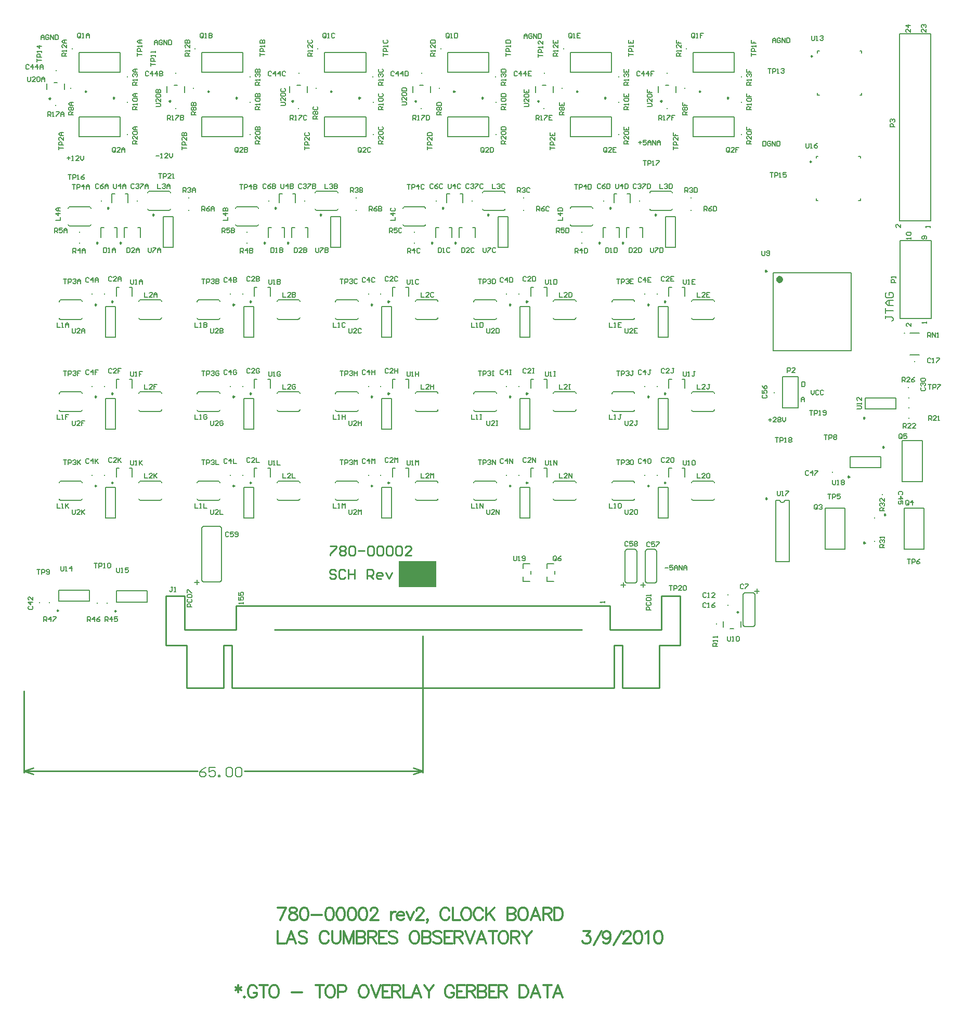
<source format=gto>
%FSLAX23Y23*%
%MOIN*%
G70*
G01*
G75*
G04 Layer_Color=65535*
%ADD10R,0.050X0.050*%
%ADD11C,0.040*%
%ADD12R,0.085X0.138*%
%ADD13R,0.085X0.043*%
%ADD14R,0.085X0.043*%
%ADD15R,0.060X0.086*%
%ADD16R,0.035X0.037*%
%ADD17R,0.035X0.037*%
%ADD18R,0.050X0.050*%
%ADD19O,0.098X0.028*%
%ADD20R,0.135X0.070*%
%ADD21R,0.228X0.228*%
%ADD22O,0.008X0.033*%
%ADD23O,0.033X0.008*%
%ADD24R,0.070X0.135*%
%ADD25R,0.138X0.085*%
%ADD26R,0.043X0.085*%
%ADD27R,0.043X0.085*%
%ADD28R,0.031X0.060*%
%ADD29R,0.014X0.060*%
%ADD30R,0.030X0.100*%
%ADD31R,0.048X0.078*%
%ADD32R,0.100X0.100*%
%ADD33O,0.010X0.061*%
%ADD34O,0.061X0.010*%
%ADD35O,0.024X0.087*%
%ADD36R,0.045X0.017*%
%ADD37R,0.028X0.036*%
%ADD38R,0.036X0.036*%
%ADD39R,0.087X0.024*%
%ADD40R,0.036X0.036*%
%ADD41C,0.010*%
%ADD42C,0.005*%
%ADD43C,0.020*%
%ADD44C,0.007*%
%ADD45C,0.012*%
%ADD46R,1.181X0.787*%
%ADD47C,0.012*%
%ADD48C,0.012*%
%ADD49C,0.236*%
%ADD50C,0.050*%
%ADD51C,0.020*%
%ADD52C,0.026*%
%ADD53R,0.059X0.059*%
%ADD54C,0.059*%
%ADD55C,0.024*%
%ADD56C,0.040*%
%ADD57C,0.030*%
%ADD58C,0.033*%
%ADD59C,0.055*%
G04:AMPARAMS|DCode=60|XSize=70mil|YSize=70mil|CornerRadius=0mil|HoleSize=0mil|Usage=FLASHONLY|Rotation=0.000|XOffset=0mil|YOffset=0mil|HoleType=Round|Shape=Relief|Width=10mil|Gap=10mil|Entries=4|*
%AMTHD60*
7,0,0,0.070,0.050,0.010,45*
%
%ADD60THD60*%
%ADD61R,0.094X0.102*%
%ADD62O,0.087X0.024*%
%ADD63R,0.078X0.048*%
%ADD64O,0.028X0.098*%
%ADD65R,0.075X0.063*%
%ADD66R,1.181X0.787*%
%ADD67C,0.010*%
%ADD68C,0.010*%
%ADD69C,0.008*%
%ADD70C,0.024*%
%ADD71C,0.008*%
%ADD72C,0.006*%
%ADD73R,0.240X0.165*%
D41*
X20757Y11404D02*
Y12281D01*
X18198Y11404D02*
Y11930D01*
X19612Y11414D02*
X20757D01*
X18198D02*
X19311D01*
X20697Y11434D02*
X20757Y11414D01*
X20697Y11394D02*
X20757Y11414D01*
X18198D02*
X18258Y11394D01*
X18198Y11414D02*
X18258Y11434D01*
X19807Y12321D02*
X21776D01*
X19559D02*
Y12474D01*
X19228Y12321D02*
Y12537D01*
X19110Y12222D02*
Y12537D01*
X19532Y11947D02*
Y12222D01*
X19480Y11947D02*
Y12222D01*
X19244Y11947D02*
Y12222D01*
X19480D02*
X19532D01*
X19110Y12537D02*
X19228D01*
X19110Y12222D02*
X19244D01*
X19559Y12474D02*
X20803D01*
X19228Y12321D02*
X19559D01*
X19244Y11947D02*
X19480D01*
X19532D02*
X20803D01*
X20713D02*
X21984D01*
X22036D02*
X22272D01*
X21957Y12321D02*
X22287D01*
X20713Y12474D02*
X21957D01*
X22272Y12222D02*
X22406D01*
X22287Y12537D02*
X22406D01*
X21984Y12222D02*
X22036D01*
X22272Y11947D02*
Y12222D01*
X22036Y11947D02*
Y12222D01*
X21984Y11947D02*
Y12222D01*
X22406D02*
Y12537D01*
X22287Y12321D02*
Y12537D01*
X21957Y12321D02*
Y12474D01*
X20163Y12860D02*
X20203D01*
Y12850D01*
X20163Y12810D01*
Y12800D01*
X20223Y12850D02*
X20233Y12860D01*
X20253D01*
X20263Y12850D01*
Y12840D01*
X20253Y12830D01*
X20263Y12820D01*
Y12810D01*
X20253Y12800D01*
X20233D01*
X20223Y12810D01*
Y12820D01*
X20233Y12830D01*
X20223Y12840D01*
Y12850D01*
X20233Y12830D02*
X20253D01*
X20283Y12850D02*
X20293Y12860D01*
X20313D01*
X20323Y12850D01*
Y12810D01*
X20313Y12800D01*
X20293D01*
X20283Y12810D01*
Y12850D01*
X20343Y12830D02*
X20383D01*
X20403Y12850D02*
X20413Y12860D01*
X20433D01*
X20443Y12850D01*
Y12810D01*
X20433Y12800D01*
X20413D01*
X20403Y12810D01*
Y12850D01*
X20463D02*
X20473Y12860D01*
X20493D01*
X20503Y12850D01*
Y12810D01*
X20493Y12800D01*
X20473D01*
X20463Y12810D01*
Y12850D01*
X20523D02*
X20533Y12860D01*
X20553D01*
X20563Y12850D01*
Y12810D01*
X20553Y12800D01*
X20533D01*
X20523Y12810D01*
Y12850D01*
X20583D02*
X20593Y12860D01*
X20613D01*
X20623Y12850D01*
Y12810D01*
X20613Y12800D01*
X20593D01*
X20583Y12810D01*
Y12850D01*
X20683Y12800D02*
X20643D01*
X20683Y12840D01*
Y12850D01*
X20673Y12860D01*
X20653D01*
X20643Y12850D01*
X20199Y12697D02*
X20189Y12707D01*
X20169D01*
X20159Y12697D01*
Y12687D01*
X20169Y12677D01*
X20189D01*
X20199Y12667D01*
Y12657D01*
X20189Y12647D01*
X20169D01*
X20159Y12657D01*
X20259Y12697D02*
X20249Y12707D01*
X20229D01*
X20219Y12697D01*
Y12657D01*
X20229Y12647D01*
X20249D01*
X20259Y12657D01*
X20279Y12707D02*
Y12647D01*
Y12677D01*
X20319D01*
Y12707D01*
Y12647D01*
X20399D02*
Y12707D01*
X20429D01*
X20439Y12697D01*
Y12677D01*
X20429Y12667D01*
X20399D01*
X20419D02*
X20439Y12647D01*
X20489D02*
X20469D01*
X20459Y12657D01*
Y12677D01*
X20469Y12687D01*
X20489D01*
X20499Y12677D01*
Y12667D01*
X20459D01*
X20519Y12687D02*
X20539Y12647D01*
X20559Y12687D01*
D42*
X23230Y13338D02*
X23225Y13343D01*
X23215D01*
X23210Y13338D01*
Y13318D01*
X23215Y13313D01*
X23225D01*
X23230Y13318D01*
X23255Y13313D02*
Y13343D01*
X23240Y13328D01*
X23260D01*
X23270Y13343D02*
X23290D01*
Y13338D01*
X23270Y13318D01*
Y13313D01*
X23829Y13187D02*
X23834Y13192D01*
Y13202D01*
X23829Y13207D01*
X23809D01*
X23805Y13202D01*
Y13192D01*
X23809Y13187D01*
X23805Y13162D02*
X23834D01*
X23819Y13177D01*
Y13157D01*
X23834Y13127D02*
Y13147D01*
X23819D01*
X23824Y13137D01*
Y13132D01*
X23819Y13127D01*
X23809D01*
X23805Y13132D01*
Y13142D01*
X23809Y13147D01*
X23829Y13911D02*
Y13941D01*
X23844D01*
X23849Y13936D01*
Y13926D01*
X23844Y13921D01*
X23829D01*
X23839D02*
X23849Y13911D01*
X23879D02*
X23859D01*
X23879Y13931D01*
Y13936D01*
X23874Y13941D01*
X23864D01*
X23859Y13936D01*
X23909Y13941D02*
X23899Y13936D01*
X23889Y13926D01*
Y13916D01*
X23894Y13911D01*
X23904D01*
X23909Y13916D01*
Y13921D01*
X23904Y13926D01*
X23889D01*
X21167Y13092D02*
Y13067D01*
X21172Y13062D01*
X21182D01*
X21187Y13067D01*
Y13092D01*
X21217Y13062D02*
X21197D01*
X21217Y13082D01*
Y13087D01*
X21212Y13092D01*
X21202D01*
X21197Y13087D01*
X21227Y13062D02*
Y13092D01*
X21247Y13062D01*
Y13092D01*
X20281D02*
Y13067D01*
X20286Y13062D01*
X20296D01*
X20301Y13067D01*
Y13092D01*
X20331Y13062D02*
X20311D01*
X20331Y13082D01*
Y13087D01*
X20326Y13092D01*
X20316D01*
X20311Y13087D01*
X20341Y13062D02*
Y13092D01*
X20351Y13082D01*
X20361Y13092D01*
Y13062D01*
X20281Y13663D02*
Y13638D01*
X20286Y13633D01*
X20296D01*
X20301Y13638D01*
Y13663D01*
X20331Y13633D02*
X20311D01*
X20331Y13653D01*
Y13658D01*
X20326Y13663D01*
X20316D01*
X20311Y13658D01*
X20341Y13663D02*
Y13633D01*
Y13648D01*
X20361D01*
Y13663D01*
Y13633D01*
X19395Y13663D02*
Y13638D01*
X19400Y13633D01*
X19410D01*
X19415Y13638D01*
Y13663D01*
X19445Y13633D02*
X19425D01*
X19445Y13653D01*
Y13658D01*
X19440Y13663D01*
X19430D01*
X19425Y13658D01*
X19475D02*
X19470Y13663D01*
X19460D01*
X19455Y13658D01*
Y13638D01*
X19460Y13633D01*
X19470D01*
X19475Y13638D01*
Y13648D01*
X19465D01*
X21541Y13407D02*
Y13382D01*
X21546Y13377D01*
X21556D01*
X21561Y13382D01*
Y13407D01*
X21571Y13377D02*
X21581D01*
X21576D01*
Y13407D01*
X21571Y13402D01*
X21596Y13377D02*
Y13407D01*
X21616Y13377D01*
Y13407D01*
X20655D02*
Y13382D01*
X20660Y13377D01*
X20670D01*
X20675Y13382D01*
Y13407D01*
X20685Y13377D02*
X20695D01*
X20690D01*
Y13407D01*
X20685Y13402D01*
X20710Y13377D02*
Y13407D01*
X20720Y13397D01*
X20730Y13407D01*
Y13377D01*
X20655Y13978D02*
Y13953D01*
X20660Y13948D01*
X20670D01*
X20675Y13953D01*
Y13978D01*
X20685Y13948D02*
X20695D01*
X20690D01*
Y13978D01*
X20685Y13973D01*
X20710Y13978D02*
Y13948D01*
Y13963D01*
X20730D01*
Y13978D01*
Y13948D01*
X19769Y13978D02*
Y13953D01*
X19774Y13948D01*
X19784D01*
X19789Y13953D01*
Y13978D01*
X19799Y13948D02*
X19809D01*
X19804D01*
Y13978D01*
X19799Y13973D01*
X19844D02*
X19839Y13978D01*
X19829D01*
X19824Y13973D01*
Y13953D01*
X19829Y13948D01*
X19839D01*
X19844Y13953D01*
Y13963D01*
X19834D01*
X21112Y13411D02*
X21132D01*
X21122D01*
Y13381D01*
X21142D02*
Y13411D01*
X21157D01*
X21162Y13406D01*
Y13396D01*
X21157Y13391D01*
X21142D01*
X21172Y13406D02*
X21177Y13411D01*
X21187D01*
X21192Y13406D01*
Y13401D01*
X21187Y13396D01*
X21182D01*
X21187D01*
X21192Y13391D01*
Y13386D01*
X21187Y13381D01*
X21177D01*
X21172Y13386D01*
X21202Y13381D02*
Y13411D01*
X21222Y13381D01*
Y13411D01*
X20226D02*
X20246D01*
X20236D01*
Y13381D01*
X20256D02*
Y13411D01*
X20271D01*
X20276Y13406D01*
Y13396D01*
X20271Y13391D01*
X20256D01*
X20286Y13406D02*
X20291Y13411D01*
X20301D01*
X20306Y13406D01*
Y13401D01*
X20301Y13396D01*
X20296D01*
X20301D01*
X20306Y13391D01*
Y13386D01*
X20301Y13381D01*
X20291D01*
X20286Y13386D01*
X20316Y13381D02*
Y13411D01*
X20326Y13401D01*
X20336Y13411D01*
Y13381D01*
X20226Y13982D02*
X20246D01*
X20236D01*
Y13952D01*
X20256D02*
Y13982D01*
X20271D01*
X20276Y13977D01*
Y13967D01*
X20271Y13962D01*
X20256D01*
X20286Y13977D02*
X20291Y13982D01*
X20301D01*
X20306Y13977D01*
Y13972D01*
X20301Y13967D01*
X20296D01*
X20301D01*
X20306Y13962D01*
Y13957D01*
X20301Y13952D01*
X20291D01*
X20286Y13957D01*
X20316Y13982D02*
Y13952D01*
Y13967D01*
X20336D01*
Y13982D01*
Y13952D01*
X19340Y13982D02*
X19360D01*
X19350D01*
Y13952D01*
X19370D02*
Y13982D01*
X19385D01*
X19390Y13977D01*
Y13967D01*
X19385Y13962D01*
X19370D01*
X19400Y13977D02*
X19405Y13982D01*
X19415D01*
X19420Y13977D01*
Y13972D01*
X19415Y13967D01*
X19410D01*
X19415D01*
X19420Y13962D01*
Y13957D01*
X19415Y13952D01*
X19405D01*
X19400Y13957D01*
X19450Y13977D02*
X19445Y13982D01*
X19435D01*
X19430Y13977D01*
Y13957D01*
X19435Y13952D01*
X19445D01*
X19450Y13957D01*
Y13967D01*
X19440D01*
X21631Y13325D02*
Y13295D01*
X21651D01*
X21681D02*
X21661D01*
X21681Y13315D01*
Y13320D01*
X21676Y13325D01*
X21666D01*
X21661Y13320D01*
X21691Y13295D02*
Y13325D01*
X21711Y13295D01*
Y13325D01*
X20746D02*
Y13295D01*
X20766D01*
X20796D02*
X20776D01*
X20796Y13315D01*
Y13320D01*
X20791Y13325D01*
X20781D01*
X20776Y13320D01*
X20806Y13295D02*
Y13325D01*
X20816Y13315D01*
X20826Y13325D01*
Y13295D01*
X20746Y13896D02*
Y13866D01*
X20766D01*
X20796D02*
X20776D01*
X20796Y13886D01*
Y13891D01*
X20791Y13896D01*
X20781D01*
X20776Y13891D01*
X20806Y13896D02*
Y13866D01*
Y13881D01*
X20826D01*
Y13896D01*
Y13866D01*
X19860Y13896D02*
Y13866D01*
X19880D01*
X19910D02*
X19890D01*
X19910Y13886D01*
Y13891D01*
X19905Y13896D01*
X19895D01*
X19890Y13891D01*
X19940D02*
X19935Y13896D01*
X19925D01*
X19920Y13891D01*
Y13871D01*
X19925Y13866D01*
X19935D01*
X19940Y13871D01*
Y13881D01*
X19930D01*
X21068Y13132D02*
Y13102D01*
X21088D01*
X21098D02*
X21108D01*
X21103D01*
Y13132D01*
X21098Y13127D01*
X21123Y13102D02*
Y13132D01*
X21143Y13102D01*
Y13132D01*
X20183D02*
Y13102D01*
X20203D01*
X20213D02*
X20223D01*
X20218D01*
Y13132D01*
X20213Y13127D01*
X20238Y13102D02*
Y13132D01*
X20248Y13122D01*
X20258Y13132D01*
Y13102D01*
X20183Y13703D02*
Y13673D01*
X20203D01*
X20213D02*
X20223D01*
X20218D01*
Y13703D01*
X20213Y13698D01*
X20238Y13703D02*
Y13673D01*
Y13688D01*
X20258D01*
Y13703D01*
Y13673D01*
X19297Y13703D02*
Y13673D01*
X19317D01*
X19327D02*
X19337D01*
X19332D01*
Y13703D01*
X19327Y13698D01*
X19372D02*
X19367Y13703D01*
X19357D01*
X19352Y13698D01*
Y13678D01*
X19357Y13673D01*
X19367D01*
X19372Y13678D01*
Y13688D01*
X19362D01*
X21273Y13414D02*
X21268Y13419D01*
X21258D01*
X21253Y13414D01*
Y13394D01*
X21258Y13389D01*
X21268D01*
X21273Y13394D01*
X21298Y13389D02*
Y13419D01*
X21283Y13404D01*
X21303D01*
X21313Y13389D02*
Y13419D01*
X21333Y13389D01*
Y13419D01*
X20388Y13414D02*
X20383Y13419D01*
X20373D01*
X20368Y13414D01*
Y13394D01*
X20373Y13389D01*
X20383D01*
X20388Y13394D01*
X20413Y13389D02*
Y13419D01*
X20398Y13404D01*
X20418D01*
X20428Y13389D02*
Y13419D01*
X20438Y13409D01*
X20448Y13419D01*
Y13389D01*
X20388Y13985D02*
X20383Y13990D01*
X20373D01*
X20368Y13985D01*
Y13965D01*
X20373Y13960D01*
X20383D01*
X20388Y13965D01*
X20413Y13960D02*
Y13990D01*
X20398Y13975D01*
X20418D01*
X20428Y13990D02*
Y13960D01*
Y13975D01*
X20448D01*
Y13990D01*
Y13960D01*
X19502Y13985D02*
X19497Y13990D01*
X19487D01*
X19482Y13985D01*
Y13965D01*
X19487Y13960D01*
X19497D01*
X19502Y13965D01*
X19527Y13960D02*
Y13990D01*
X19512Y13975D01*
X19532D01*
X19562Y13985D02*
X19557Y13990D01*
X19547D01*
X19542Y13985D01*
Y13965D01*
X19547Y13960D01*
X19557D01*
X19562Y13965D01*
Y13975D01*
X19552D01*
X21420Y13421D02*
X21415Y13426D01*
X21405D01*
X21400Y13421D01*
Y13401D01*
X21405Y13396D01*
X21415D01*
X21420Y13401D01*
X21450Y13396D02*
X21430D01*
X21450Y13416D01*
Y13421D01*
X21445Y13426D01*
X21435D01*
X21430Y13421D01*
X21460Y13396D02*
Y13426D01*
X21480Y13396D01*
Y13426D01*
X20535Y13421D02*
X20530Y13426D01*
X20520D01*
X20515Y13421D01*
Y13401D01*
X20520Y13396D01*
X20530D01*
X20535Y13401D01*
X20565Y13396D02*
X20545D01*
X20565Y13416D01*
Y13421D01*
X20560Y13426D01*
X20550D01*
X20545Y13421D01*
X20575Y13396D02*
Y13426D01*
X20585Y13416D01*
X20595Y13426D01*
Y13396D01*
X20535Y13992D02*
X20530Y13997D01*
X20520D01*
X20515Y13992D01*
Y13972D01*
X20520Y13967D01*
X20530D01*
X20535Y13972D01*
X20565Y13967D02*
X20545D01*
X20565Y13987D01*
Y13992D01*
X20560Y13997D01*
X20550D01*
X20545Y13992D01*
X20575Y13997D02*
Y13967D01*
Y13982D01*
X20595D01*
Y13997D01*
Y13967D01*
X19649Y13992D02*
X19644Y13997D01*
X19634D01*
X19629Y13992D01*
Y13972D01*
X19634Y13967D01*
X19644D01*
X19649Y13972D01*
X19679Y13967D02*
X19659D01*
X19679Y13987D01*
Y13992D01*
X19674Y13997D01*
X19664D01*
X19659Y13992D01*
X19709D02*
X19704Y13997D01*
X19694D01*
X19689Y13992D01*
Y13972D01*
X19694Y13967D01*
X19704D01*
X19709Y13972D01*
Y13982D01*
X19699D01*
X22053Y13092D02*
Y13067D01*
X22058Y13062D01*
X22068D01*
X22073Y13067D01*
Y13092D01*
X22103Y13062D02*
X22083D01*
X22103Y13082D01*
Y13087D01*
X22098Y13092D01*
X22088D01*
X22083Y13087D01*
X22128Y13092D02*
X22118D01*
X22113Y13087D01*
Y13067D01*
X22118Y13062D01*
X22128D01*
X22133Y13067D01*
Y13087D01*
X22128Y13092D01*
X19395D02*
Y13067D01*
X19400Y13062D01*
X19410D01*
X19415Y13067D01*
Y13092D01*
X19445Y13062D02*
X19425D01*
X19445Y13082D01*
Y13087D01*
X19440Y13092D01*
X19430D01*
X19425Y13087D01*
X19455Y13092D02*
Y13062D01*
X19475D01*
X18509Y13092D02*
Y13067D01*
X18514Y13062D01*
X18524D01*
X18529Y13067D01*
Y13092D01*
X18559Y13062D02*
X18539D01*
X18559Y13082D01*
Y13087D01*
X18554Y13092D01*
X18544D01*
X18539Y13087D01*
X18569Y13092D02*
Y13062D01*
Y13072D01*
X18589Y13092D01*
X18574Y13077D01*
X18589Y13062D01*
X22053Y13663D02*
Y13638D01*
X22058Y13633D01*
X22068D01*
X22073Y13638D01*
Y13663D01*
X22103Y13633D02*
X22083D01*
X22103Y13653D01*
Y13658D01*
X22098Y13663D01*
X22088D01*
X22083Y13658D01*
X22133Y13663D02*
X22123D01*
X22128D01*
Y13638D01*
X22123Y13633D01*
X22118D01*
X22113Y13638D01*
X21167Y13663D02*
Y13638D01*
X21172Y13633D01*
X21182D01*
X21187Y13638D01*
Y13663D01*
X21217Y13633D02*
X21197D01*
X21217Y13653D01*
Y13658D01*
X21212Y13663D01*
X21202D01*
X21197Y13658D01*
X21227Y13663D02*
X21237D01*
X21232D01*
Y13633D01*
X21227D01*
X21237D01*
X18509Y13663D02*
Y13638D01*
X18514Y13633D01*
X18524D01*
X18529Y13638D01*
Y13663D01*
X18559Y13633D02*
X18539D01*
X18559Y13653D01*
Y13658D01*
X18554Y13663D01*
X18544D01*
X18539Y13658D01*
X18589Y13663D02*
X18569D01*
Y13648D01*
X18579D01*
X18569D01*
Y13633D01*
X22427Y13407D02*
Y13382D01*
X22432Y13377D01*
X22442D01*
X22447Y13382D01*
Y13407D01*
X22457Y13377D02*
X22467D01*
X22462D01*
Y13407D01*
X22457Y13402D01*
X22497Y13407D02*
X22487D01*
X22482Y13402D01*
Y13382D01*
X22487Y13377D01*
X22497D01*
X22502Y13382D01*
Y13402D01*
X22497Y13407D01*
X19769D02*
Y13382D01*
X19774Y13377D01*
X19784D01*
X19789Y13382D01*
Y13407D01*
X19799Y13377D02*
X19809D01*
X19804D01*
Y13407D01*
X19799Y13402D01*
X19824Y13407D02*
Y13377D01*
X19844D01*
X18883Y13407D02*
Y13382D01*
X18888Y13377D01*
X18898D01*
X18903Y13382D01*
Y13407D01*
X18913Y13377D02*
X18923D01*
X18918D01*
Y13407D01*
X18913Y13402D01*
X18938Y13407D02*
Y13377D01*
Y13387D01*
X18958Y13407D01*
X18943Y13392D01*
X18958Y13377D01*
X22427Y13978D02*
Y13953D01*
X22432Y13948D01*
X22442D01*
X22447Y13953D01*
Y13978D01*
X22457Y13948D02*
X22467D01*
X22462D01*
Y13978D01*
X22457Y13973D01*
X22502Y13978D02*
X22492D01*
X22497D01*
Y13953D01*
X22492Y13948D01*
X22487D01*
X22482Y13953D01*
X21541Y13978D02*
Y13953D01*
X21546Y13948D01*
X21556D01*
X21561Y13953D01*
Y13978D01*
X21571Y13948D02*
X21581D01*
X21576D01*
Y13978D01*
X21571Y13973D01*
X21596Y13978D02*
X21606D01*
X21601D01*
Y13948D01*
X21596D01*
X21606D01*
X18883Y13978D02*
Y13953D01*
X18888Y13948D01*
X18898D01*
X18903Y13953D01*
Y13978D01*
X18913Y13948D02*
X18923D01*
X18918D01*
Y13978D01*
X18913Y13973D01*
X18958Y13978D02*
X18938D01*
Y13963D01*
X18948D01*
X18938D01*
Y13948D01*
X21998Y13411D02*
X22018D01*
X22008D01*
Y13381D01*
X22028D02*
Y13411D01*
X22043D01*
X22048Y13406D01*
Y13396D01*
X22043Y13391D01*
X22028D01*
X22058Y13406D02*
X22063Y13411D01*
X22073D01*
X22078Y13406D01*
Y13401D01*
X22073Y13396D01*
X22068D01*
X22073D01*
X22078Y13391D01*
Y13386D01*
X22073Y13381D01*
X22063D01*
X22058Y13386D01*
X22102Y13411D02*
X22092D01*
X22087Y13406D01*
Y13386D01*
X22092Y13381D01*
X22102D01*
X22107Y13386D01*
Y13406D01*
X22102Y13411D01*
X19340D02*
X19360D01*
X19350D01*
Y13381D01*
X19370D02*
Y13411D01*
X19385D01*
X19390Y13406D01*
Y13396D01*
X19385Y13391D01*
X19370D01*
X19400Y13406D02*
X19405Y13411D01*
X19415D01*
X19420Y13406D01*
Y13401D01*
X19415Y13396D01*
X19410D01*
X19415D01*
X19420Y13391D01*
Y13386D01*
X19415Y13381D01*
X19405D01*
X19400Y13386D01*
X19430Y13411D02*
Y13381D01*
X19450D01*
X18454Y13411D02*
X18474D01*
X18464D01*
Y13381D01*
X18484D02*
Y13411D01*
X18499D01*
X18504Y13406D01*
Y13396D01*
X18499Y13391D01*
X18484D01*
X18514Y13406D02*
X18519Y13411D01*
X18529D01*
X18534Y13406D01*
Y13401D01*
X18529Y13396D01*
X18524D01*
X18529D01*
X18534Y13391D01*
Y13386D01*
X18529Y13381D01*
X18519D01*
X18514Y13386D01*
X18544Y13411D02*
Y13381D01*
Y13391D01*
X18564Y13411D01*
X18549Y13396D01*
X18564Y13381D01*
X21998Y13982D02*
X22018D01*
X22008D01*
Y13952D01*
X22028D02*
Y13982D01*
X22043D01*
X22048Y13977D01*
Y13967D01*
X22043Y13962D01*
X22028D01*
X22058Y13977D02*
X22063Y13982D01*
X22073D01*
X22078Y13977D01*
Y13972D01*
X22073Y13967D01*
X22068D01*
X22073D01*
X22078Y13962D01*
Y13957D01*
X22073Y13952D01*
X22063D01*
X22058Y13957D01*
X22107Y13982D02*
X22097D01*
X22102D01*
Y13957D01*
X22097Y13952D01*
X22092D01*
X22087Y13957D01*
X21112Y13982D02*
X21132D01*
X21122D01*
Y13952D01*
X21142D02*
Y13982D01*
X21157D01*
X21162Y13977D01*
Y13967D01*
X21157Y13962D01*
X21142D01*
X21172Y13977D02*
X21177Y13982D01*
X21187D01*
X21192Y13977D01*
Y13972D01*
X21187Y13967D01*
X21182D01*
X21187D01*
X21192Y13962D01*
Y13957D01*
X21187Y13952D01*
X21177D01*
X21172Y13957D01*
X21202Y13982D02*
X21212D01*
X21207D01*
Y13952D01*
X21202D01*
X21212D01*
X18454Y13982D02*
X18474D01*
X18464D01*
Y13952D01*
X18484D02*
Y13982D01*
X18499D01*
X18504Y13977D01*
Y13967D01*
X18499Y13962D01*
X18484D01*
X18514Y13977D02*
X18519Y13982D01*
X18529D01*
X18534Y13977D01*
Y13972D01*
X18529Y13967D01*
X18524D01*
X18529D01*
X18534Y13962D01*
Y13957D01*
X18529Y13952D01*
X18519D01*
X18514Y13957D01*
X18564Y13982D02*
X18544D01*
Y13967D01*
X18554D01*
X18544D01*
Y13952D01*
X22517Y13325D02*
Y13295D01*
X22537D01*
X22567D02*
X22547D01*
X22567Y13315D01*
Y13320D01*
X22562Y13325D01*
X22552D01*
X22547Y13320D01*
X22592Y13325D02*
X22582D01*
X22577Y13320D01*
Y13300D01*
X22582Y13295D01*
X22592D01*
X22597Y13300D01*
Y13320D01*
X22592Y13325D01*
X19860D02*
Y13295D01*
X19880D01*
X19910D02*
X19890D01*
X19910Y13315D01*
Y13320D01*
X19905Y13325D01*
X19895D01*
X19890Y13320D01*
X19920Y13325D02*
Y13295D01*
X19940D01*
X18974Y13325D02*
Y13295D01*
X18994D01*
X19024D02*
X19004D01*
X19024Y13315D01*
Y13320D01*
X19019Y13325D01*
X19009D01*
X19004Y13320D01*
X19034Y13325D02*
Y13295D01*
Y13305D01*
X19054Y13325D01*
X19039Y13310D01*
X19054Y13295D01*
X22517Y13896D02*
Y13866D01*
X22537D01*
X22567D02*
X22547D01*
X22567Y13886D01*
Y13891D01*
X22562Y13896D01*
X22552D01*
X22547Y13891D01*
X22597Y13896D02*
X22587D01*
X22592D01*
Y13871D01*
X22587Y13866D01*
X22582D01*
X22577Y13871D01*
X21631Y13896D02*
Y13866D01*
X21651D01*
X21681D02*
X21661D01*
X21681Y13886D01*
Y13891D01*
X21676Y13896D01*
X21666D01*
X21661Y13891D01*
X21691Y13896D02*
X21701D01*
X21696D01*
Y13866D01*
X21691D01*
X21701D01*
X18974Y13896D02*
Y13866D01*
X18994D01*
X19024D02*
X19004D01*
X19024Y13886D01*
Y13891D01*
X19019Y13896D01*
X19009D01*
X19004Y13891D01*
X19054Y13896D02*
X19034D01*
Y13881D01*
X19044D01*
X19034D01*
Y13866D01*
X21954Y13132D02*
Y13102D01*
X21974D01*
X21984D02*
X21994D01*
X21989D01*
Y13132D01*
X21984Y13127D01*
X22024Y13132D02*
X22014D01*
X22009Y13127D01*
Y13107D01*
X22014Y13102D01*
X22024D01*
X22029Y13107D01*
Y13127D01*
X22024Y13132D01*
X19297D02*
Y13102D01*
X19317D01*
X19327D02*
X19337D01*
X19332D01*
Y13132D01*
X19327Y13127D01*
X19352Y13132D02*
Y13102D01*
X19372D01*
X18411Y13132D02*
Y13102D01*
X18431D01*
X18441D02*
X18451D01*
X18446D01*
Y13132D01*
X18441Y13127D01*
X18466Y13132D02*
Y13102D01*
Y13112D01*
X18486Y13132D01*
X18471Y13117D01*
X18486Y13102D01*
X21954Y13703D02*
Y13673D01*
X21974D01*
X21984D02*
X21994D01*
X21989D01*
Y13703D01*
X21984Y13698D01*
X22029Y13703D02*
X22019D01*
X22024D01*
Y13678D01*
X22019Y13673D01*
X22014D01*
X22009Y13678D01*
X21068Y13703D02*
Y13673D01*
X21088D01*
X21098D02*
X21108D01*
X21103D01*
Y13703D01*
X21098Y13698D01*
X21123Y13703D02*
X21133D01*
X21128D01*
Y13673D01*
X21123D01*
X21133D01*
X18411Y13703D02*
Y13673D01*
X18431D01*
X18441D02*
X18451D01*
X18446D01*
Y13703D01*
X18441Y13698D01*
X18486Y13703D02*
X18466D01*
Y13688D01*
X18476D01*
X18466D01*
Y13673D01*
X22159Y13414D02*
X22154Y13419D01*
X22144D01*
X22139Y13414D01*
Y13394D01*
X22144Y13389D01*
X22154D01*
X22159Y13394D01*
X22184Y13389D02*
Y13419D01*
X22169Y13404D01*
X22189D01*
X22214Y13419D02*
X22204D01*
X22199Y13414D01*
Y13394D01*
X22204Y13389D01*
X22214D01*
X22219Y13394D01*
Y13414D01*
X22214Y13419D01*
X19502Y13414D02*
X19497Y13419D01*
X19487D01*
X19482Y13414D01*
Y13394D01*
X19487Y13389D01*
X19497D01*
X19502Y13394D01*
X19527Y13389D02*
Y13419D01*
X19512Y13404D01*
X19532D01*
X19542Y13419D02*
Y13389D01*
X19562D01*
X18616Y13414D02*
X18611Y13419D01*
X18601D01*
X18596Y13414D01*
Y13394D01*
X18601Y13389D01*
X18611D01*
X18616Y13394D01*
X18641Y13389D02*
Y13419D01*
X18626Y13404D01*
X18646D01*
X18656Y13419D02*
Y13389D01*
Y13399D01*
X18676Y13419D01*
X18661Y13404D01*
X18676Y13389D01*
X22159Y13985D02*
X22154Y13990D01*
X22144D01*
X22139Y13985D01*
Y13965D01*
X22144Y13960D01*
X22154D01*
X22159Y13965D01*
X22184Y13960D02*
Y13990D01*
X22169Y13975D01*
X22189D01*
X22219Y13990D02*
X22209D01*
X22214D01*
Y13965D01*
X22209Y13960D01*
X22204D01*
X22199Y13965D01*
X21273Y13985D02*
X21268Y13990D01*
X21258D01*
X21253Y13985D01*
Y13965D01*
X21258Y13960D01*
X21268D01*
X21273Y13965D01*
X21298Y13960D02*
Y13990D01*
X21283Y13975D01*
X21303D01*
X21313Y13990D02*
X21323D01*
X21318D01*
Y13960D01*
X21313D01*
X21323D01*
X18616Y13985D02*
X18611Y13990D01*
X18601D01*
X18596Y13985D01*
Y13965D01*
X18601Y13960D01*
X18611D01*
X18616Y13965D01*
X18641Y13960D02*
Y13990D01*
X18626Y13975D01*
X18646D01*
X18676Y13990D02*
X18656D01*
Y13975D01*
X18666D01*
X18656D01*
Y13960D01*
X22306Y13421D02*
X22301Y13426D01*
X22291D01*
X22286Y13421D01*
Y13401D01*
X22291Y13396D01*
X22301D01*
X22306Y13401D01*
X22336Y13396D02*
X22316D01*
X22336Y13416D01*
Y13421D01*
X22331Y13426D01*
X22321D01*
X22316Y13421D01*
X22361Y13426D02*
X22351D01*
X22346Y13421D01*
Y13401D01*
X22351Y13396D01*
X22361D01*
X22366Y13401D01*
Y13421D01*
X22361Y13426D01*
X19649Y13421D02*
X19644Y13426D01*
X19634D01*
X19629Y13421D01*
Y13401D01*
X19634Y13396D01*
X19644D01*
X19649Y13401D01*
X19679Y13396D02*
X19659D01*
X19679Y13416D01*
Y13421D01*
X19674Y13426D01*
X19664D01*
X19659Y13421D01*
X19689Y13426D02*
Y13396D01*
X19709D01*
X18763Y13421D02*
X18758Y13426D01*
X18748D01*
X18743Y13421D01*
Y13401D01*
X18748Y13396D01*
X18758D01*
X18763Y13401D01*
X18793Y13396D02*
X18773D01*
X18793Y13416D01*
Y13421D01*
X18788Y13426D01*
X18778D01*
X18773Y13421D01*
X18803Y13426D02*
Y13396D01*
Y13406D01*
X18823Y13426D01*
X18808Y13411D01*
X18823Y13396D01*
X22306Y13992D02*
X22301Y13997D01*
X22291D01*
X22286Y13992D01*
Y13972D01*
X22291Y13967D01*
X22301D01*
X22306Y13972D01*
X22336Y13967D02*
X22316D01*
X22336Y13987D01*
Y13992D01*
X22331Y13997D01*
X22321D01*
X22316Y13992D01*
X22366Y13997D02*
X22356D01*
X22361D01*
Y13972D01*
X22356Y13967D01*
X22351D01*
X22346Y13972D01*
X21420Y13992D02*
X21415Y13997D01*
X21405D01*
X21400Y13992D01*
Y13972D01*
X21405Y13967D01*
X21415D01*
X21420Y13972D01*
X21450Y13967D02*
X21430D01*
X21450Y13987D01*
Y13992D01*
X21445Y13997D01*
X21435D01*
X21430Y13992D01*
X21460Y13997D02*
X21470D01*
X21465D01*
Y13967D01*
X21460D01*
X21470D01*
X18763Y13992D02*
X18758Y13997D01*
X18748D01*
X18743Y13992D01*
Y13972D01*
X18748Y13967D01*
X18758D01*
X18763Y13972D01*
X18793Y13967D02*
X18773D01*
X18793Y13987D01*
Y13992D01*
X18788Y13997D01*
X18778D01*
X18773Y13992D01*
X18823Y13997D02*
X18803D01*
Y13982D01*
X18813D01*
X18803D01*
Y13967D01*
X23212Y15442D02*
Y15417D01*
X23217Y15412D01*
X23227D01*
X23232Y15417D01*
Y15442D01*
X23242Y15412D02*
X23252D01*
X23247D01*
Y15442D01*
X23242Y15437D01*
X23287Y15442D02*
X23277Y15437D01*
X23267Y15427D01*
Y15417D01*
X23272Y15412D01*
X23282D01*
X23287Y15417D01*
Y15422D01*
X23282Y15427D01*
X23267D01*
X23250Y16132D02*
Y16107D01*
X23254Y16103D01*
X23264D01*
X23269Y16107D01*
Y16132D01*
X23279Y16103D02*
X23289D01*
X23284D01*
Y16132D01*
X23279Y16127D01*
X23304D02*
X23309Y16132D01*
X23319D01*
X23324Y16127D01*
Y16122D01*
X23319Y16117D01*
X23314D01*
X23319D01*
X23324Y16112D01*
Y16107D01*
X23319Y16103D01*
X23309D01*
X23304Y16107D01*
X18650Y12749D02*
X18670D01*
X18660D01*
Y12719D01*
X18680D02*
Y12749D01*
X18695D01*
X18700Y12744D01*
Y12734D01*
X18695Y12729D01*
X18680D01*
X18710Y12719D02*
X18720D01*
X18715D01*
Y12749D01*
X18710Y12744D01*
X18735D02*
X18740Y12749D01*
X18750D01*
X18755Y12744D01*
Y12724D01*
X18750Y12719D01*
X18740D01*
X18735Y12724D01*
Y12744D01*
X18283Y12707D02*
X18303D01*
X18293D01*
Y12677D01*
X18313D02*
Y12707D01*
X18328D01*
X18333Y12702D01*
Y12692D01*
X18328Y12687D01*
X18313D01*
X18343Y12682D02*
X18348Y12677D01*
X18358D01*
X18363Y12682D01*
Y12702D01*
X18358Y12707D01*
X18348D01*
X18343Y12702D01*
Y12697D01*
X18348Y12692D01*
X18363D01*
X23330Y13573D02*
X23350D01*
X23340D01*
Y13543D01*
X23360D02*
Y13573D01*
X23375D01*
X23380Y13568D01*
Y13558D01*
X23375Y13553D01*
X23360D01*
X23390Y13568D02*
X23395Y13573D01*
X23405D01*
X23410Y13568D01*
Y13563D01*
X23405Y13558D01*
X23410Y13553D01*
Y13548D01*
X23405Y13543D01*
X23395D01*
X23390Y13548D01*
Y13553D01*
X23395Y13558D01*
X23390Y13563D01*
Y13568D01*
X23395Y13558D02*
X23405D01*
X23996Y13896D02*
X24016D01*
X24006D01*
Y13866D01*
X24026D02*
Y13896D01*
X24041D01*
X24046Y13891D01*
Y13881D01*
X24041Y13876D01*
X24026D01*
X24056Y13896D02*
X24076D01*
Y13891D01*
X24056Y13871D01*
Y13866D01*
X23861Y12775D02*
X23881D01*
X23871D01*
Y12745D01*
X23891D02*
Y12775D01*
X23906D01*
X23911Y12770D01*
Y12760D01*
X23906Y12755D01*
X23891D01*
X23941Y12775D02*
X23931Y12770D01*
X23921Y12760D01*
Y12750D01*
X23926Y12745D01*
X23936D01*
X23941Y12750D01*
Y12755D01*
X23936Y12760D01*
X23921D01*
X23351Y13193D02*
X23371D01*
X23361D01*
Y13163D01*
X23381D02*
Y13193D01*
X23396D01*
X23401Y13188D01*
Y13178D01*
X23396Y13173D01*
X23381D01*
X23431Y13193D02*
X23411D01*
Y13178D01*
X23421Y13183D01*
X23426D01*
X23431Y13178D01*
Y13168D01*
X23426Y13163D01*
X23416D01*
X23411Y13168D01*
X21728Y15179D02*
X21748D01*
X21738D01*
Y15149D01*
X21758D02*
Y15179D01*
X21773D01*
X21778Y15174D01*
Y15164D01*
X21773Y15159D01*
X21758D01*
X21803Y15149D02*
Y15179D01*
X21788Y15164D01*
X21808D01*
X21817Y15179D02*
Y15149D01*
X21832D01*
X21837Y15154D01*
Y15174D01*
X21832Y15179D01*
X21817D01*
X20655D02*
X20675D01*
X20665D01*
Y15149D01*
X20685D02*
Y15179D01*
X20700D01*
X20705Y15174D01*
Y15164D01*
X20700Y15159D01*
X20685D01*
X20730Y15149D02*
Y15179D01*
X20715Y15164D01*
X20735D01*
X20765Y15174D02*
X20760Y15179D01*
X20750D01*
X20745Y15174D01*
Y15154D01*
X20750Y15149D01*
X20760D01*
X20765Y15154D01*
X19582Y15179D02*
X19602D01*
X19592D01*
Y15149D01*
X19612D02*
Y15179D01*
X19627D01*
X19632Y15174D01*
Y15164D01*
X19627Y15159D01*
X19612D01*
X19657Y15149D02*
Y15179D01*
X19642Y15164D01*
X19662D01*
X19672Y15179D02*
Y15149D01*
X19687D01*
X19692Y15154D01*
Y15159D01*
X19687Y15164D01*
X19672D01*
X19687D01*
X19692Y15169D01*
Y15174D01*
X19687Y15179D01*
X19672D01*
X18509D02*
X18529D01*
X18519D01*
Y15149D01*
X18539D02*
Y15179D01*
X18554D01*
X18559Y15174D01*
Y15164D01*
X18554Y15159D01*
X18539D01*
X18584Y15149D02*
Y15179D01*
X18569Y15164D01*
X18589D01*
X18599Y15149D02*
Y15169D01*
X18609Y15179D01*
X18619Y15169D01*
Y15149D01*
Y15164D01*
X18599D01*
X21112Y14573D02*
X21132D01*
X21122D01*
Y14543D01*
X21142D02*
Y14573D01*
X21157D01*
X21162Y14568D01*
Y14558D01*
X21157Y14553D01*
X21142D01*
X21172Y14568D02*
X21177Y14573D01*
X21187D01*
X21192Y14568D01*
Y14563D01*
X21187Y14558D01*
X21182D01*
X21187D01*
X21192Y14553D01*
Y14548D01*
X21187Y14543D01*
X21177D01*
X21172Y14548D01*
X21202Y14573D02*
Y14543D01*
X21217D01*
X21222Y14548D01*
Y14568D01*
X21217Y14573D01*
X21202D01*
X20226D02*
X20246D01*
X20236D01*
Y14543D01*
X20256D02*
Y14573D01*
X20271D01*
X20276Y14568D01*
Y14558D01*
X20271Y14553D01*
X20256D01*
X20286Y14568D02*
X20291Y14573D01*
X20301D01*
X20306Y14568D01*
Y14563D01*
X20301Y14558D01*
X20296D01*
X20301D01*
X20306Y14553D01*
Y14548D01*
X20301Y14543D01*
X20291D01*
X20286Y14548D01*
X20336Y14568D02*
X20331Y14573D01*
X20321D01*
X20316Y14568D01*
Y14548D01*
X20321Y14543D01*
X20331D01*
X20336Y14548D01*
X18454Y14573D02*
X18474D01*
X18464D01*
Y14543D01*
X18484D02*
Y14573D01*
X18499D01*
X18504Y14568D01*
Y14558D01*
X18499Y14553D01*
X18484D01*
X18514Y14568D02*
X18519Y14573D01*
X18529D01*
X18534Y14568D01*
Y14563D01*
X18529Y14558D01*
X18524D01*
X18529D01*
X18534Y14553D01*
Y14548D01*
X18529Y14543D01*
X18519D01*
X18514Y14548D01*
X18544Y14543D02*
Y14563D01*
X18554Y14573D01*
X18564Y14563D01*
Y14543D01*
Y14558D01*
X18544D01*
X22361Y15401D02*
Y15421D01*
Y15411D01*
X22391D01*
Y15431D02*
X22361D01*
Y15446D01*
X22366Y15451D01*
X22376D01*
X22381Y15446D01*
Y15431D01*
X22391Y15481D02*
Y15461D01*
X22371Y15481D01*
X22366D01*
X22361Y15476D01*
Y15466D01*
X22366Y15461D01*
X22361Y15511D02*
Y15491D01*
X22376D01*
Y15501D01*
Y15491D01*
X22391D01*
X21574Y15401D02*
Y15421D01*
Y15411D01*
X21604D01*
Y15431D02*
X21574D01*
Y15446D01*
X21579Y15451D01*
X21589D01*
X21594Y15446D01*
Y15431D01*
X21604Y15481D02*
Y15461D01*
X21584Y15481D01*
X21579D01*
X21574Y15476D01*
Y15466D01*
X21579Y15461D01*
X21574Y15511D02*
Y15491D01*
X21604D01*
Y15511D01*
X21589Y15491D02*
Y15501D01*
X20786Y15401D02*
Y15421D01*
Y15411D01*
X20816D01*
Y15431D02*
X20786D01*
Y15446D01*
X20791Y15451D01*
X20801D01*
X20806Y15446D01*
Y15431D01*
X20816Y15481D02*
Y15461D01*
X20796Y15481D01*
X20791D01*
X20786Y15476D01*
Y15466D01*
X20791Y15461D01*
X20786Y15491D02*
X20816D01*
Y15506D01*
X20811Y15511D01*
X20791D01*
X20786Y15506D01*
Y15491D01*
X19999Y15401D02*
Y15421D01*
Y15411D01*
X20029D01*
Y15431D02*
X19999D01*
Y15446D01*
X20004Y15451D01*
X20014D01*
X20019Y15446D01*
Y15431D01*
X20029Y15481D02*
Y15461D01*
X20009Y15481D01*
X20004D01*
X19999Y15476D01*
Y15466D01*
X20004Y15461D01*
Y15511D02*
X19999Y15506D01*
Y15496D01*
X20004Y15491D01*
X20024D01*
X20029Y15496D01*
Y15506D01*
X20024Y15511D01*
X19211Y15401D02*
Y15421D01*
Y15411D01*
X19241D01*
Y15431D02*
X19211D01*
Y15446D01*
X19216Y15451D01*
X19226D01*
X19231Y15446D01*
Y15431D01*
X19241Y15481D02*
Y15461D01*
X19221Y15481D01*
X19216D01*
X19211Y15476D01*
Y15466D01*
X19216Y15461D01*
X19211Y15491D02*
X19241D01*
Y15506D01*
X19236Y15511D01*
X19231D01*
X19226Y15506D01*
Y15491D01*
Y15506D01*
X19221Y15511D01*
X19216D01*
X19211Y15506D01*
Y15491D01*
X18424Y15401D02*
Y15421D01*
Y15411D01*
X18454D01*
Y15431D02*
X18424D01*
Y15446D01*
X18429Y15451D01*
X18439D01*
X18444Y15446D01*
Y15431D01*
X18454Y15481D02*
Y15461D01*
X18434Y15481D01*
X18429D01*
X18424Y15476D01*
Y15466D01*
X18429Y15461D01*
X18454Y15491D02*
X18434D01*
X18424Y15501D01*
X18434Y15511D01*
X18454D01*
X18439D01*
Y15491D01*
X22863Y16001D02*
Y16021D01*
Y16011D01*
X22893D01*
Y16031D02*
X22863D01*
Y16046D01*
X22868Y16051D01*
X22878D01*
X22883Y16046D01*
Y16031D01*
X22893Y16061D02*
Y16071D01*
Y16066D01*
X22863D01*
X22868Y16061D01*
X22863Y16106D02*
Y16086D01*
X22878D01*
Y16096D01*
Y16086D01*
X22893D01*
X22075Y16001D02*
Y16021D01*
Y16011D01*
X22105D01*
Y16031D02*
X22075D01*
Y16046D01*
X22080Y16051D01*
X22090D01*
X22095Y16046D01*
Y16031D01*
X22105Y16061D02*
Y16071D01*
Y16066D01*
X22075D01*
X22080Y16061D01*
X22075Y16106D02*
Y16086D01*
X22105D01*
Y16106D01*
X22090Y16086D02*
Y16096D01*
X21288Y16001D02*
Y16021D01*
Y16011D01*
X21318D01*
Y16031D02*
X21288D01*
Y16046D01*
X21293Y16051D01*
X21303D01*
X21308Y16046D01*
Y16031D01*
X21318Y16061D02*
Y16071D01*
Y16066D01*
X21288D01*
X21293Y16061D01*
X21288Y16086D02*
X21318D01*
Y16101D01*
X21313Y16106D01*
X21293D01*
X21288Y16101D01*
Y16086D01*
X20501Y16001D02*
Y16021D01*
Y16011D01*
X20531D01*
Y16031D02*
X20501D01*
Y16046D01*
X20506Y16051D01*
X20516D01*
X20521Y16046D01*
Y16031D01*
X20531Y16061D02*
Y16071D01*
Y16066D01*
X20501D01*
X20506Y16061D01*
Y16106D02*
X20501Y16101D01*
Y16091D01*
X20506Y16086D01*
X20526D01*
X20531Y16091D01*
Y16101D01*
X20526Y16106D01*
X19713Y16001D02*
Y16021D01*
Y16011D01*
X19743D01*
Y16031D02*
X19713D01*
Y16046D01*
X19718Y16051D01*
X19728D01*
X19733Y16046D01*
Y16031D01*
X19743Y16061D02*
Y16071D01*
Y16066D01*
X19713D01*
X19718Y16061D01*
X19713Y16086D02*
X19743D01*
Y16101D01*
X19738Y16106D01*
X19733D01*
X19728Y16101D01*
Y16086D01*
Y16101D01*
X19723Y16106D01*
X19718D01*
X19713Y16101D01*
Y16086D01*
X18926Y16001D02*
Y16021D01*
Y16011D01*
X18956D01*
Y16031D02*
X18926D01*
Y16046D01*
X18931Y16051D01*
X18941D01*
X18946Y16046D01*
Y16031D01*
X18956Y16061D02*
Y16071D01*
Y16066D01*
X18926D01*
X18931Y16061D01*
X18956Y16086D02*
X18936D01*
X18926Y16096D01*
X18936Y16106D01*
X18956D01*
X18941D01*
Y16086D01*
X23384Y13282D02*
Y13257D01*
X23389Y13252D01*
X23399D01*
X23404Y13257D01*
Y13282D01*
X23414Y13252D02*
X23424D01*
X23419D01*
Y13282D01*
X23414Y13277D01*
X23439D02*
X23444Y13282D01*
X23454D01*
X23459Y13277D01*
Y13272D01*
X23454Y13267D01*
X23459Y13262D01*
Y13257D01*
X23454Y13252D01*
X23444D01*
X23439Y13257D01*
Y13262D01*
X23444Y13267D01*
X23439Y13272D01*
Y13277D01*
X23444Y13267D02*
X23454D01*
X23029Y13213D02*
Y13188D01*
X23034Y13183D01*
X23044D01*
X23049Y13188D01*
Y13213D01*
X23059Y13183D02*
X23069D01*
X23064D01*
Y13213D01*
X23059Y13208D01*
X23084Y13213D02*
X23104D01*
Y13208D01*
X23084Y13188D01*
Y13183D01*
X18435Y12730D02*
Y12705D01*
X18440Y12700D01*
X18450D01*
X18455Y12705D01*
Y12730D01*
X18465Y12700D02*
X18475D01*
X18470D01*
Y12730D01*
X18465Y12725D01*
X18505Y12700D02*
Y12730D01*
X18490Y12715D01*
X18510D01*
X23538Y13738D02*
X23563D01*
X23568Y13743D01*
Y13753D01*
X23563Y13758D01*
X23538D01*
X23568Y13768D02*
Y13778D01*
Y13773D01*
X23538D01*
X23543Y13768D01*
X23568Y13813D02*
Y13793D01*
X23548Y13813D01*
X23543D01*
X23538Y13808D01*
Y13798D01*
X23543Y13793D01*
X18763Y14582D02*
X18758Y14587D01*
X18748D01*
X18743Y14582D01*
Y14562D01*
X18748Y14557D01*
X18758D01*
X18763Y14562D01*
X18793Y14557D02*
X18773D01*
X18793Y14577D01*
Y14582D01*
X18788Y14587D01*
X18778D01*
X18773Y14582D01*
X18803Y14557D02*
Y14577D01*
X18813Y14587D01*
X18823Y14577D01*
Y14557D01*
Y14572D01*
X18803D01*
X20535Y14582D02*
X20530Y14587D01*
X20520D01*
X20515Y14582D01*
Y14562D01*
X20520Y14557D01*
X20530D01*
X20535Y14562D01*
X20565Y14557D02*
X20545D01*
X20565Y14577D01*
Y14582D01*
X20560Y14587D01*
X20550D01*
X20545Y14582D01*
X20595D02*
X20590Y14587D01*
X20580D01*
X20575Y14582D01*
Y14562D01*
X20580Y14557D01*
X20590D01*
X20595Y14562D01*
X21420Y14582D02*
X21415Y14587D01*
X21405D01*
X21400Y14582D01*
Y14562D01*
X21405Y14557D01*
X21415D01*
X21420Y14562D01*
X21450Y14557D02*
X21430D01*
X21450Y14577D01*
Y14582D01*
X21445Y14587D01*
X21435D01*
X21430Y14582D01*
X21460Y14587D02*
Y14557D01*
X21475D01*
X21480Y14562D01*
Y14582D01*
X21475Y14587D01*
X21460D01*
X18616Y14576D02*
X18611Y14581D01*
X18601D01*
X18596Y14576D01*
Y14556D01*
X18601Y14551D01*
X18611D01*
X18616Y14556D01*
X18641Y14551D02*
Y14581D01*
X18626Y14566D01*
X18646D01*
X18656Y14551D02*
Y14571D01*
X18666Y14581D01*
X18676Y14571D01*
Y14551D01*
Y14566D01*
X18656D01*
X20388Y14576D02*
X20383Y14581D01*
X20373D01*
X20368Y14576D01*
Y14556D01*
X20373Y14551D01*
X20383D01*
X20388Y14556D01*
X20413Y14551D02*
Y14581D01*
X20398Y14566D01*
X20418D01*
X20448Y14576D02*
X20443Y14581D01*
X20433D01*
X20428Y14576D01*
Y14556D01*
X20433Y14551D01*
X20443D01*
X20448Y14556D01*
X21273Y14576D02*
X21268Y14581D01*
X21258D01*
X21253Y14576D01*
Y14556D01*
X21258Y14551D01*
X21268D01*
X21273Y14556D01*
X21298Y14551D02*
Y14581D01*
X21283Y14566D01*
X21303D01*
X21313Y14581D02*
Y14551D01*
X21328D01*
X21333Y14556D01*
Y14576D01*
X21328Y14581D01*
X21313D01*
X18679Y15178D02*
X18674Y15183D01*
X18664D01*
X18659Y15178D01*
Y15158D01*
X18664Y15153D01*
X18674D01*
X18679Y15158D01*
X18709Y15183D02*
X18699Y15178D01*
X18689Y15168D01*
Y15158D01*
X18694Y15153D01*
X18704D01*
X18709Y15158D01*
Y15163D01*
X18704Y15168D01*
X18689D01*
X18719Y15153D02*
Y15173D01*
X18729Y15183D01*
X18739Y15173D01*
Y15153D01*
Y15168D01*
X18719D01*
X19751Y15178D02*
X19746Y15183D01*
X19736D01*
X19731Y15178D01*
Y15158D01*
X19736Y15153D01*
X19746D01*
X19751Y15158D01*
X19781Y15183D02*
X19771Y15178D01*
X19761Y15168D01*
Y15158D01*
X19766Y15153D01*
X19776D01*
X19781Y15158D01*
Y15163D01*
X19776Y15168D01*
X19761D01*
X19791Y15183D02*
Y15153D01*
X19806D01*
X19811Y15158D01*
Y15163D01*
X19806Y15168D01*
X19791D01*
X19806D01*
X19811Y15173D01*
Y15178D01*
X19806Y15183D01*
X19791D01*
X20824Y15178D02*
X20819Y15183D01*
X20809D01*
X20804Y15178D01*
Y15158D01*
X20809Y15153D01*
X20819D01*
X20824Y15158D01*
X20854Y15183D02*
X20844Y15178D01*
X20834Y15168D01*
Y15158D01*
X20839Y15153D01*
X20849D01*
X20854Y15158D01*
Y15163D01*
X20849Y15168D01*
X20834D01*
X20884Y15178D02*
X20879Y15183D01*
X20869D01*
X20864Y15178D01*
Y15158D01*
X20869Y15153D01*
X20879D01*
X20884Y15158D01*
X21897Y15178D02*
X21892Y15183D01*
X21882D01*
X21877Y15178D01*
Y15158D01*
X21882Y15153D01*
X21892D01*
X21897Y15158D01*
X21927Y15183D02*
X21917Y15178D01*
X21907Y15168D01*
Y15158D01*
X21912Y15153D01*
X21922D01*
X21927Y15158D01*
Y15163D01*
X21922Y15168D01*
X21907D01*
X21937Y15183D02*
Y15153D01*
X21952D01*
X21957Y15158D01*
Y15178D01*
X21952Y15183D01*
X21937D01*
X22813Y12610D02*
X22808Y12615D01*
X22798D01*
X22793Y12610D01*
Y12590D01*
X22798Y12585D01*
X22808D01*
X22813Y12590D01*
X22823Y12615D02*
X22843D01*
Y12610D01*
X22823Y12590D01*
Y12585D01*
X24014Y14060D02*
X24009Y14065D01*
X23999D01*
X23994Y14060D01*
Y14040D01*
X23999Y14035D01*
X24009D01*
X24014Y14040D01*
X24024Y14035D02*
X24034D01*
X24029D01*
Y14065D01*
X24024Y14060D01*
X24049Y14065D02*
X24069D01*
Y14060D01*
X24049Y14040D01*
Y14035D01*
X23954Y13876D02*
X23949Y13871D01*
Y13861D01*
X23954Y13856D01*
X23974D01*
X23979Y13861D01*
Y13871D01*
X23974Y13876D01*
X23954Y13886D02*
X23949Y13891D01*
Y13901D01*
X23954Y13906D01*
X23959D01*
X23964Y13901D01*
Y13896D01*
Y13901D01*
X23969Y13906D01*
X23974D01*
X23979Y13901D01*
Y13891D01*
X23974Y13886D01*
X23954Y13916D02*
X23949Y13921D01*
Y13931D01*
X23954Y13936D01*
X23974D01*
X23979Y13931D01*
Y13921D01*
X23974Y13916D01*
X23954D01*
X18907Y15178D02*
X18902Y15183D01*
X18892D01*
X18887Y15178D01*
Y15158D01*
X18892Y15153D01*
X18902D01*
X18907Y15158D01*
X18917Y15178D02*
X18922Y15183D01*
X18932D01*
X18937Y15178D01*
Y15173D01*
X18932Y15168D01*
X18927D01*
X18932D01*
X18937Y15163D01*
Y15158D01*
X18932Y15153D01*
X18922D01*
X18917Y15158D01*
X18947Y15183D02*
X18967D01*
Y15178D01*
X18947Y15158D01*
Y15153D01*
X18977D02*
Y15173D01*
X18987Y15183D01*
X18997Y15173D01*
Y15153D01*
Y15168D01*
X18977D01*
X19980Y15178D02*
X19975Y15183D01*
X19965D01*
X19960Y15178D01*
Y15158D01*
X19965Y15153D01*
X19975D01*
X19980Y15158D01*
X19990Y15178D02*
X19995Y15183D01*
X20005D01*
X20010Y15178D01*
Y15173D01*
X20005Y15168D01*
X20000D01*
X20005D01*
X20010Y15163D01*
Y15158D01*
X20005Y15153D01*
X19995D01*
X19990Y15158D01*
X20020Y15183D02*
X20040D01*
Y15178D01*
X20020Y15158D01*
Y15153D01*
X20050Y15183D02*
Y15153D01*
X20065D01*
X20070Y15158D01*
Y15163D01*
X20065Y15168D01*
X20050D01*
X20065D01*
X20070Y15173D01*
Y15178D01*
X20065Y15183D01*
X20050D01*
X21053Y15178D02*
X21048Y15183D01*
X21038D01*
X21033Y15178D01*
Y15158D01*
X21038Y15153D01*
X21048D01*
X21053Y15158D01*
X21063Y15178D02*
X21068Y15183D01*
X21078D01*
X21083Y15178D01*
Y15173D01*
X21078Y15168D01*
X21073D01*
X21078D01*
X21083Y15163D01*
Y15158D01*
X21078Y15153D01*
X21068D01*
X21063Y15158D01*
X21093Y15183D02*
X21113D01*
Y15178D01*
X21093Y15158D01*
Y15153D01*
X21143Y15178D02*
X21138Y15183D01*
X21128D01*
X21123Y15178D01*
Y15158D01*
X21128Y15153D01*
X21138D01*
X21143Y15158D01*
X22125Y15178D02*
X22120Y15183D01*
X22110D01*
X22105Y15178D01*
Y15158D01*
X22110Y15153D01*
X22120D01*
X22125Y15158D01*
X22135Y15178D02*
X22140Y15183D01*
X22150D01*
X22155Y15178D01*
Y15173D01*
X22150Y15168D01*
X22145D01*
X22150D01*
X22155Y15163D01*
Y15158D01*
X22150Y15153D01*
X22140D01*
X22135Y15158D01*
X22165Y15183D02*
X22185D01*
Y15178D01*
X22165Y15158D01*
Y15153D01*
X22195Y15183D02*
Y15153D01*
X22210D01*
X22215Y15158D01*
Y15178D01*
X22210Y15183D01*
X22195D01*
X18231Y12472D02*
X18226Y12467D01*
Y12457D01*
X18231Y12452D01*
X18251D01*
X18256Y12457D01*
Y12467D01*
X18251Y12472D01*
X18256Y12497D02*
X18226D01*
X18241Y12482D01*
Y12502D01*
X18256Y12532D02*
Y12512D01*
X18236Y12532D01*
X18231D01*
X18226Y12527D01*
Y12517D01*
X18231Y12512D01*
X22936Y13828D02*
X22931Y13823D01*
Y13813D01*
X22936Y13808D01*
X22956D01*
X22961Y13813D01*
Y13823D01*
X22956Y13828D01*
X22931Y13858D02*
Y13838D01*
X22946D01*
X22941Y13848D01*
Y13853D01*
X22946Y13858D01*
X22956D01*
X22961Y13853D01*
Y13843D01*
X22956Y13838D01*
X22931Y13888D02*
X22936Y13878D01*
X22946Y13868D01*
X22956D01*
X22961Y13873D01*
Y13883D01*
X22956Y13888D01*
X22951D01*
X22946Y13883D01*
Y13868D01*
X22214Y12880D02*
X22209Y12885D01*
X22199D01*
X22194Y12880D01*
Y12860D01*
X22199Y12855D01*
X22209D01*
X22214Y12860D01*
X22244Y12885D02*
X22224D01*
Y12870D01*
X22234Y12875D01*
X22239D01*
X22244Y12870D01*
Y12860D01*
X22239Y12855D01*
X22229D01*
X22224Y12860D01*
X22254Y12885D02*
X22274D01*
Y12880D01*
X22254Y12860D01*
Y12855D01*
X22071Y12882D02*
X22066Y12887D01*
X22056D01*
X22051Y12882D01*
Y12862D01*
X22056Y12857D01*
X22066D01*
X22071Y12862D01*
X22101Y12887D02*
X22081D01*
Y12872D01*
X22091Y12877D01*
X22096D01*
X22101Y12872D01*
Y12862D01*
X22096Y12857D01*
X22086D01*
X22081Y12862D01*
X22111Y12882D02*
X22116Y12887D01*
X22126D01*
X22131Y12882D01*
Y12877D01*
X22126Y12872D01*
X22131Y12867D01*
Y12862D01*
X22126Y12857D01*
X22116D01*
X22111Y12862D01*
Y12867D01*
X22116Y12872D01*
X22111Y12877D01*
Y12882D01*
X22116Y12872D02*
X22126D01*
X19511Y12944D02*
X19506Y12949D01*
X19496D01*
X19491Y12944D01*
Y12924D01*
X19496Y12919D01*
X19506D01*
X19511Y12924D01*
X19541Y12949D02*
X19521D01*
Y12934D01*
X19531Y12939D01*
X19536D01*
X19541Y12934D01*
Y12924D01*
X19536Y12919D01*
X19526D01*
X19521Y12924D01*
X19551D02*
X19556Y12919D01*
X19566D01*
X19571Y12924D01*
Y12944D01*
X19566Y12949D01*
X19556D01*
X19551Y12944D01*
Y12939D01*
X19556Y12934D01*
X19571D01*
X18710Y14773D02*
Y14743D01*
X18725D01*
X18730Y14748D01*
Y14768D01*
X18725Y14773D01*
X18710D01*
X18740Y14743D02*
X18750D01*
X18745D01*
Y14773D01*
X18740Y14768D01*
X18765Y14743D02*
Y14763D01*
X18775Y14773D01*
X18785Y14763D01*
Y14743D01*
Y14758D01*
X18765D01*
X19783Y14773D02*
Y14743D01*
X19798D01*
X19803Y14748D01*
Y14768D01*
X19798Y14773D01*
X19783D01*
X19813Y14743D02*
X19823D01*
X19818D01*
Y14773D01*
X19813Y14768D01*
X19838Y14773D02*
Y14743D01*
X19853D01*
X19858Y14748D01*
Y14753D01*
X19853Y14758D01*
X19838D01*
X19853D01*
X19858Y14763D01*
Y14768D01*
X19853Y14773D01*
X19838D01*
X20855D02*
Y14743D01*
X20870D01*
X20875Y14748D01*
Y14768D01*
X20870Y14773D01*
X20855D01*
X20885Y14743D02*
X20895D01*
X20890D01*
Y14773D01*
X20885Y14768D01*
X20930D02*
X20925Y14773D01*
X20915D01*
X20910Y14768D01*
Y14748D01*
X20915Y14743D01*
X20925D01*
X20930Y14748D01*
X21928Y14773D02*
Y14743D01*
X21943D01*
X21948Y14748D01*
Y14768D01*
X21943Y14773D01*
X21928D01*
X21958Y14743D02*
X21968D01*
X21963D01*
Y14773D01*
X21958Y14768D01*
X21983Y14773D02*
Y14743D01*
X21998D01*
X22003Y14748D01*
Y14768D01*
X21998Y14773D01*
X21983D01*
X18859D02*
Y14743D01*
X18874D01*
X18879Y14748D01*
Y14768D01*
X18874Y14773D01*
X18859D01*
X18909Y14743D02*
X18889D01*
X18909Y14763D01*
Y14768D01*
X18904Y14773D01*
X18894D01*
X18889Y14768D01*
X18919Y14743D02*
Y14763D01*
X18929Y14773D01*
X18939Y14763D01*
Y14743D01*
Y14758D01*
X18919D01*
X19932Y14773D02*
Y14743D01*
X19947D01*
X19952Y14748D01*
Y14768D01*
X19947Y14773D01*
X19932D01*
X19982Y14743D02*
X19962D01*
X19982Y14763D01*
Y14768D01*
X19977Y14773D01*
X19967D01*
X19962Y14768D01*
X19992Y14773D02*
Y14743D01*
X20007D01*
X20012Y14748D01*
Y14753D01*
X20007Y14758D01*
X19992D01*
X20007D01*
X20012Y14763D01*
Y14768D01*
X20007Y14773D01*
X19992D01*
X21005D02*
Y14743D01*
X21020D01*
X21025Y14748D01*
Y14768D01*
X21020Y14773D01*
X21005D01*
X21055Y14743D02*
X21035D01*
X21055Y14763D01*
Y14768D01*
X21050Y14773D01*
X21040D01*
X21035Y14768D01*
X21085D02*
X21080Y14773D01*
X21070D01*
X21065Y14768D01*
Y14748D01*
X21070Y14743D01*
X21080D01*
X21085Y14748D01*
X22078Y14773D02*
Y14743D01*
X22093D01*
X22098Y14748D01*
Y14768D01*
X22093Y14773D01*
X22078D01*
X22128Y14743D02*
X22108D01*
X22128Y14763D01*
Y14768D01*
X22123Y14773D01*
X22113D01*
X22108Y14768D01*
X22138Y14773D02*
Y14743D01*
X22153D01*
X22158Y14748D01*
Y14768D01*
X22153Y14773D01*
X22138D01*
X19153Y12596D02*
X19143D01*
X19148D01*
Y12571D01*
X19143Y12566D01*
X19138D01*
X19133Y12571D01*
X19163Y12566D02*
X19173D01*
X19168D01*
Y12596D01*
X19163Y12591D01*
X18411Y14293D02*
Y14263D01*
X18431D01*
X18441D02*
X18451D01*
X18446D01*
Y14293D01*
X18441Y14288D01*
X18466Y14263D02*
Y14283D01*
X18476Y14293D01*
X18486Y14283D01*
Y14263D01*
Y14278D01*
X18466D01*
X20183Y14293D02*
Y14263D01*
X20203D01*
X20213D02*
X20223D01*
X20218D01*
Y14293D01*
X20213Y14288D01*
X20258D02*
X20253Y14293D01*
X20243D01*
X20238Y14288D01*
Y14268D01*
X20243Y14263D01*
X20253D01*
X20258Y14268D01*
X21068Y14293D02*
Y14263D01*
X21088D01*
X21098D02*
X21108D01*
X21103D01*
Y14293D01*
X21098Y14288D01*
X21123Y14293D02*
Y14263D01*
X21138D01*
X21143Y14268D01*
Y14288D01*
X21138Y14293D01*
X21123D01*
X18974Y14486D02*
Y14456D01*
X18994D01*
X19024D02*
X19004D01*
X19024Y14476D01*
Y14481D01*
X19019Y14486D01*
X19009D01*
X19004Y14481D01*
X19034Y14456D02*
Y14476D01*
X19044Y14486D01*
X19054Y14476D01*
Y14456D01*
Y14471D01*
X19034D01*
X20746Y14486D02*
Y14456D01*
X20766D01*
X20796D02*
X20776D01*
X20796Y14476D01*
Y14481D01*
X20791Y14486D01*
X20781D01*
X20776Y14481D01*
X20826D02*
X20821Y14486D01*
X20811D01*
X20806Y14481D01*
Y14461D01*
X20811Y14456D01*
X20821D01*
X20826Y14461D01*
X21631Y14486D02*
Y14456D01*
X21651D01*
X21681D02*
X21661D01*
X21681Y14476D01*
Y14481D01*
X21676Y14486D01*
X21666D01*
X21661Y14481D01*
X21691Y14486D02*
Y14456D01*
X21706D01*
X21711Y14461D01*
Y14481D01*
X21706Y14486D01*
X21691D01*
X19056Y15183D02*
Y15153D01*
X19076D01*
X19086Y15178D02*
X19091Y15183D01*
X19101D01*
X19106Y15178D01*
Y15173D01*
X19101Y15168D01*
X19096D01*
X19101D01*
X19106Y15163D01*
Y15158D01*
X19101Y15153D01*
X19091D01*
X19086Y15158D01*
X19116Y15153D02*
Y15173D01*
X19126Y15183D01*
X19136Y15173D01*
Y15153D01*
Y15168D01*
X19116D01*
X20129Y15183D02*
Y15153D01*
X20149D01*
X20159Y15178D02*
X20164Y15183D01*
X20174D01*
X20179Y15178D01*
Y15173D01*
X20174Y15168D01*
X20169D01*
X20174D01*
X20179Y15163D01*
Y15158D01*
X20174Y15153D01*
X20164D01*
X20159Y15158D01*
X20189Y15183D02*
Y15153D01*
X20204D01*
X20209Y15158D01*
Y15163D01*
X20204Y15168D01*
X20189D01*
X20204D01*
X20209Y15173D01*
Y15178D01*
X20204Y15183D01*
X20189D01*
X21202D02*
Y15153D01*
X21222D01*
X21232Y15178D02*
X21237Y15183D01*
X21247D01*
X21252Y15178D01*
Y15173D01*
X21247Y15168D01*
X21242D01*
X21247D01*
X21252Y15163D01*
Y15158D01*
X21247Y15153D01*
X21237D01*
X21232Y15158D01*
X21282Y15178D02*
X21277Y15183D01*
X21267D01*
X21262Y15178D01*
Y15158D01*
X21267Y15153D01*
X21277D01*
X21282Y15158D01*
X22275Y15183D02*
Y15153D01*
X22295D01*
X22305Y15178D02*
X22310Y15183D01*
X22320D01*
X22325Y15178D01*
Y15173D01*
X22320Y15168D01*
X22315D01*
X22320D01*
X22325Y15163D01*
Y15158D01*
X22320Y15153D01*
X22310D01*
X22305Y15158D01*
X22335Y15183D02*
Y15153D01*
X22350D01*
X22355Y15158D01*
Y15178D01*
X22350Y15183D01*
X22335D01*
X18404Y14948D02*
X18434D01*
Y14968D01*
Y14993D02*
X18404D01*
X18419Y14978D01*
Y14998D01*
X18434Y15008D02*
X18414D01*
X18404Y15018D01*
X18414Y15028D01*
X18434D01*
X18419D01*
Y15008D01*
X19477Y14948D02*
X19507D01*
Y14968D01*
Y14993D02*
X19477D01*
X19492Y14978D01*
Y14998D01*
X19477Y15008D02*
X19507D01*
Y15023D01*
X19502Y15028D01*
X19497D01*
X19492Y15023D01*
Y15008D01*
Y15023D01*
X19487Y15028D01*
X19482D01*
X19477Y15023D01*
Y15008D01*
X20550Y14948D02*
X20580D01*
Y14968D01*
Y14993D02*
X20550D01*
X20565Y14978D01*
Y14998D01*
X20555Y15028D02*
X20550Y15023D01*
Y15013D01*
X20555Y15008D01*
X20575D01*
X20580Y15013D01*
Y15023D01*
X20575Y15028D01*
X21623Y14948D02*
X21653D01*
Y14968D01*
Y14993D02*
X21623D01*
X21638Y14978D01*
Y14998D01*
X21623Y15008D02*
X21653D01*
Y15023D01*
X21648Y15028D01*
X21628D01*
X21623Y15023D01*
Y15008D01*
X23788Y14549D02*
X23758D01*
Y14564D01*
X23763Y14569D01*
X23773D01*
X23778Y14564D01*
Y14549D01*
X23788Y14579D02*
Y14589D01*
Y14584D01*
X23758D01*
X23763Y14579D01*
X18563Y16125D02*
Y16145D01*
X18558Y16150D01*
X18548D01*
X18543Y16145D01*
Y16125D01*
X18548Y16120D01*
X18558D01*
X18553Y16130D02*
X18563Y16120D01*
X18558D02*
X18563Y16125D01*
X18573Y16120D02*
X18583D01*
X18578D01*
Y16150D01*
X18573Y16145D01*
X18598Y16120D02*
Y16140D01*
X18608Y16150D01*
X18618Y16140D01*
Y16120D01*
Y16135D01*
X18598D01*
X19350Y16125D02*
Y16145D01*
X19345Y16150D01*
X19335D01*
X19330Y16145D01*
Y16125D01*
X19335Y16120D01*
X19345D01*
X19340Y16130D02*
X19350Y16120D01*
X19345D02*
X19350Y16125D01*
X19360Y16120D02*
X19370D01*
X19365D01*
Y16150D01*
X19360Y16145D01*
X19385Y16150D02*
Y16120D01*
X19400D01*
X19405Y16125D01*
Y16130D01*
X19400Y16135D01*
X19385D01*
X19400D01*
X19405Y16140D01*
Y16145D01*
X19400Y16150D01*
X19385D01*
X20137Y16125D02*
Y16145D01*
X20132Y16150D01*
X20122D01*
X20117Y16145D01*
Y16125D01*
X20122Y16120D01*
X20132D01*
X20127Y16130D02*
X20137Y16120D01*
X20132D02*
X20137Y16125D01*
X20147Y16120D02*
X20157D01*
X20152D01*
Y16150D01*
X20147Y16145D01*
X20192D02*
X20187Y16150D01*
X20177D01*
X20172Y16145D01*
Y16125D01*
X20177Y16120D01*
X20187D01*
X20192Y16125D01*
X20925D02*
Y16145D01*
X20920Y16150D01*
X20910D01*
X20905Y16145D01*
Y16125D01*
X20910Y16120D01*
X20920D01*
X20915Y16130D02*
X20925Y16120D01*
X20920D02*
X20925Y16125D01*
X20935Y16120D02*
X20945D01*
X20940D01*
Y16150D01*
X20935Y16145D01*
X20960Y16150D02*
Y16120D01*
X20975D01*
X20980Y16125D01*
Y16145D01*
X20975Y16150D01*
X20960D01*
X21712Y16125D02*
Y16145D01*
X21707Y16150D01*
X21697D01*
X21692Y16145D01*
Y16125D01*
X21697Y16120D01*
X21707D01*
X21702Y16130D02*
X21712Y16120D01*
X21707D02*
X21712Y16125D01*
X21722Y16120D02*
X21732D01*
X21727D01*
Y16150D01*
X21722Y16145D01*
X21767Y16150D02*
X21747D01*
Y16120D01*
X21767D01*
X21747Y16135D02*
X21757D01*
X22500Y16125D02*
Y16145D01*
X22495Y16150D01*
X22485D01*
X22480Y16145D01*
Y16125D01*
X22485Y16120D01*
X22495D01*
X22490Y16130D02*
X22500Y16120D01*
X22495D02*
X22500Y16125D01*
X22510Y16120D02*
X22520D01*
X22515D01*
Y16150D01*
X22510Y16145D01*
X22555Y16150D02*
X22535D01*
Y16135D01*
X22545D01*
X22535D01*
Y16120D01*
X18786Y15391D02*
Y15411D01*
X18781Y15416D01*
X18771D01*
X18766Y15411D01*
Y15391D01*
X18771Y15386D01*
X18781D01*
X18776Y15396D02*
X18786Y15386D01*
X18781D02*
X18786Y15391D01*
X18816Y15386D02*
X18796D01*
X18816Y15406D01*
Y15411D01*
X18811Y15416D01*
X18801D01*
X18796Y15411D01*
X18826Y15386D02*
Y15406D01*
X18836Y15416D01*
X18846Y15406D01*
Y15386D01*
Y15401D01*
X18826D01*
X19573Y15391D02*
Y15411D01*
X19568Y15416D01*
X19558D01*
X19553Y15411D01*
Y15391D01*
X19558Y15386D01*
X19568D01*
X19563Y15396D02*
X19573Y15386D01*
X19568D02*
X19573Y15391D01*
X19603Y15386D02*
X19583D01*
X19603Y15406D01*
Y15411D01*
X19598Y15416D01*
X19588D01*
X19583Y15411D01*
X19613Y15416D02*
Y15386D01*
X19628D01*
X19633Y15391D01*
Y15396D01*
X19628Y15401D01*
X19613D01*
X19628D01*
X19633Y15406D01*
Y15411D01*
X19628Y15416D01*
X19613D01*
X20361Y15391D02*
Y15411D01*
X20356Y15416D01*
X20346D01*
X20341Y15411D01*
Y15391D01*
X20346Y15386D01*
X20356D01*
X20351Y15396D02*
X20361Y15386D01*
X20356D02*
X20361Y15391D01*
X20391Y15386D02*
X20371D01*
X20391Y15406D01*
Y15411D01*
X20386Y15416D01*
X20376D01*
X20371Y15411D01*
X20421D02*
X20416Y15416D01*
X20406D01*
X20401Y15411D01*
Y15391D01*
X20406Y15386D01*
X20416D01*
X20421Y15391D01*
X21148D02*
Y15411D01*
X21143Y15416D01*
X21133D01*
X21128Y15411D01*
Y15391D01*
X21133Y15386D01*
X21143D01*
X21138Y15396D02*
X21148Y15386D01*
X21143D02*
X21148Y15391D01*
X21178Y15386D02*
X21158D01*
X21178Y15406D01*
Y15411D01*
X21173Y15416D01*
X21163D01*
X21158Y15411D01*
X21188Y15416D02*
Y15386D01*
X21203D01*
X21208Y15391D01*
Y15411D01*
X21203Y15416D01*
X21188D01*
X21936Y15391D02*
Y15411D01*
X21931Y15416D01*
X21921D01*
X21916Y15411D01*
Y15391D01*
X21921Y15386D01*
X21931D01*
X21926Y15396D02*
X21936Y15386D01*
X21931D02*
X21936Y15391D01*
X21966Y15386D02*
X21946D01*
X21966Y15406D01*
Y15411D01*
X21961Y15416D01*
X21951D01*
X21946Y15411D01*
X21996Y15416D02*
X21976D01*
Y15386D01*
X21996D01*
X21976Y15401D02*
X21986D01*
X22723Y15391D02*
Y15411D01*
X22718Y15416D01*
X22708D01*
X22703Y15411D01*
Y15391D01*
X22708Y15386D01*
X22718D01*
X22713Y15396D02*
X22723Y15386D01*
X22718D02*
X22723Y15391D01*
X22753Y15386D02*
X22733D01*
X22753Y15406D01*
Y15411D01*
X22748Y15416D01*
X22738D01*
X22733Y15411D01*
X22783Y15416D02*
X22763D01*
Y15401D01*
X22773D01*
X22763D01*
Y15386D01*
X23286Y13099D02*
Y13119D01*
X23281Y13124D01*
X23271D01*
X23266Y13119D01*
Y13099D01*
X23271Y13094D01*
X23281D01*
X23276Y13104D02*
X23286Y13094D01*
X23281D02*
X23286Y13099D01*
X23296Y13119D02*
X23301Y13124D01*
X23311D01*
X23316Y13119D01*
Y13114D01*
X23311Y13109D01*
X23306D01*
X23311D01*
X23316Y13104D01*
Y13099D01*
X23311Y13094D01*
X23301D01*
X23296Y13099D01*
X23871Y13127D02*
Y13147D01*
X23866Y13152D01*
X23856D01*
X23851Y13147D01*
Y13127D01*
X23856Y13122D01*
X23866D01*
X23861Y13132D02*
X23871Y13122D01*
X23866D02*
X23871Y13127D01*
X23896Y13122D02*
Y13152D01*
X23881Y13137D01*
X23901D01*
X23829Y13553D02*
Y13573D01*
X23824Y13578D01*
X23814D01*
X23809Y13573D01*
Y13553D01*
X23814Y13548D01*
X23824D01*
X23819Y13558D02*
X23829Y13548D01*
X23824D02*
X23829Y13553D01*
X23859Y13578D02*
X23839D01*
Y13563D01*
X23849Y13568D01*
X23854D01*
X23859Y13563D01*
Y13553D01*
X23854Y13548D01*
X23844D01*
X23839Y13553D01*
X19218Y15127D02*
Y15157D01*
X19233D01*
X19238Y15152D01*
Y15142D01*
X19233Y15137D01*
X19218D01*
X19228D02*
X19238Y15127D01*
X19248Y15152D02*
X19253Y15157D01*
X19263D01*
X19268Y15152D01*
Y15147D01*
X19263Y15142D01*
X19258D01*
X19263D01*
X19268Y15137D01*
Y15132D01*
X19263Y15127D01*
X19253D01*
X19248Y15132D01*
X19278Y15127D02*
Y15147D01*
X19288Y15157D01*
X19298Y15147D01*
Y15127D01*
Y15142D01*
X19278D01*
X20291Y15127D02*
Y15157D01*
X20306D01*
X20311Y15152D01*
Y15142D01*
X20306Y15137D01*
X20291D01*
X20301D02*
X20311Y15127D01*
X20321Y15152D02*
X20326Y15157D01*
X20336D01*
X20341Y15152D01*
Y15147D01*
X20336Y15142D01*
X20331D01*
X20336D01*
X20341Y15137D01*
Y15132D01*
X20336Y15127D01*
X20326D01*
X20321Y15132D01*
X20351Y15157D02*
Y15127D01*
X20365D01*
X20370Y15132D01*
Y15137D01*
X20365Y15142D01*
X20351D01*
X20365D01*
X20370Y15147D01*
Y15152D01*
X20365Y15157D01*
X20351D01*
X21363Y15127D02*
Y15157D01*
X21378D01*
X21383Y15152D01*
Y15142D01*
X21378Y15137D01*
X21363D01*
X21373D02*
X21383Y15127D01*
X21393Y15152D02*
X21398Y15157D01*
X21408D01*
X21413Y15152D01*
Y15147D01*
X21408Y15142D01*
X21403D01*
X21408D01*
X21413Y15137D01*
Y15132D01*
X21408Y15127D01*
X21398D01*
X21393Y15132D01*
X21443Y15152D02*
X21438Y15157D01*
X21428D01*
X21423Y15152D01*
Y15132D01*
X21428Y15127D01*
X21438D01*
X21443Y15132D01*
X22436Y15127D02*
Y15157D01*
X22451D01*
X22456Y15152D01*
Y15142D01*
X22451Y15137D01*
X22436D01*
X22446D02*
X22456Y15127D01*
X22466Y15152D02*
X22471Y15157D01*
X22481D01*
X22486Y15152D01*
Y15147D01*
X22481Y15142D01*
X22476D01*
X22481D01*
X22486Y15137D01*
Y15132D01*
X22481Y15127D01*
X22471D01*
X22466Y15132D01*
X22496Y15157D02*
Y15127D01*
X22511D01*
X22516Y15132D01*
Y15152D01*
X22511Y15157D01*
X22496D01*
X18513Y14739D02*
Y14769D01*
X18528D01*
X18533Y14764D01*
Y14754D01*
X18528Y14749D01*
X18513D01*
X18523D02*
X18533Y14739D01*
X18558D02*
Y14769D01*
X18543Y14754D01*
X18563D01*
X18573Y14739D02*
Y14759D01*
X18583Y14769D01*
X18593Y14759D01*
Y14739D01*
Y14754D01*
X18573D01*
X19586Y14739D02*
Y14769D01*
X19601D01*
X19606Y14764D01*
Y14754D01*
X19601Y14749D01*
X19586D01*
X19596D02*
X19606Y14739D01*
X19631D02*
Y14769D01*
X19616Y14754D01*
X19636D01*
X19646Y14769D02*
Y14739D01*
X19661D01*
X19666Y14744D01*
Y14749D01*
X19661Y14754D01*
X19646D01*
X19661D01*
X19666Y14759D01*
Y14764D01*
X19661Y14769D01*
X19646D01*
X20659Y14739D02*
Y14769D01*
X20674D01*
X20679Y14764D01*
Y14754D01*
X20674Y14749D01*
X20659D01*
X20669D02*
X20679Y14739D01*
X20704D02*
Y14769D01*
X20689Y14754D01*
X20709D01*
X20739Y14764D02*
X20734Y14769D01*
X20724D01*
X20719Y14764D01*
Y14744D01*
X20724Y14739D01*
X20734D01*
X20739Y14744D01*
X21731Y14739D02*
Y14769D01*
X21746D01*
X21751Y14764D01*
Y14754D01*
X21746Y14749D01*
X21731D01*
X21741D02*
X21751Y14739D01*
X21776D02*
Y14769D01*
X21761Y14754D01*
X21781D01*
X21791Y14769D02*
Y14739D01*
X21806D01*
X21811Y14744D01*
Y14764D01*
X21806Y14769D01*
X21791D01*
X18395Y14869D02*
Y14899D01*
X18410D01*
X18415Y14894D01*
Y14884D01*
X18410Y14879D01*
X18395D01*
X18405D02*
X18415Y14869D01*
X18445Y14899D02*
X18425D01*
Y14884D01*
X18435Y14889D01*
X18440D01*
X18445Y14884D01*
Y14874D01*
X18440Y14869D01*
X18430D01*
X18425Y14874D01*
X18455Y14869D02*
Y14889D01*
X18465Y14899D01*
X18475Y14889D01*
Y14869D01*
Y14884D01*
X18455D01*
X19468Y14869D02*
Y14899D01*
X19483D01*
X19488Y14894D01*
Y14884D01*
X19483Y14879D01*
X19468D01*
X19478D02*
X19488Y14869D01*
X19518Y14899D02*
X19498D01*
Y14884D01*
X19508Y14889D01*
X19513D01*
X19518Y14884D01*
Y14874D01*
X19513Y14869D01*
X19503D01*
X19498Y14874D01*
X19528Y14899D02*
Y14869D01*
X19543D01*
X19548Y14874D01*
Y14879D01*
X19543Y14884D01*
X19528D01*
X19543D01*
X19548Y14889D01*
Y14894D01*
X19543Y14899D01*
X19528D01*
X20541Y14869D02*
Y14899D01*
X20556D01*
X20561Y14894D01*
Y14884D01*
X20556Y14879D01*
X20541D01*
X20551D02*
X20561Y14869D01*
X20591Y14899D02*
X20571D01*
Y14884D01*
X20581Y14889D01*
X20586D01*
X20591Y14884D01*
Y14874D01*
X20586Y14869D01*
X20576D01*
X20571Y14874D01*
X20620Y14894D02*
X20615Y14899D01*
X20605D01*
X20601Y14894D01*
Y14874D01*
X20605Y14869D01*
X20615D01*
X20620Y14874D01*
X21613Y14869D02*
Y14899D01*
X21628D01*
X21633Y14894D01*
Y14884D01*
X21628Y14879D01*
X21613D01*
X21623D02*
X21633Y14869D01*
X21663Y14899D02*
X21643D01*
Y14884D01*
X21653Y14889D01*
X21658D01*
X21663Y14884D01*
Y14874D01*
X21658Y14869D01*
X21648D01*
X21643Y14874D01*
X21673Y14899D02*
Y14869D01*
X21688D01*
X21693Y14874D01*
Y14894D01*
X21688Y14899D01*
X21673D01*
X19340Y15007D02*
Y15037D01*
X19355D01*
X19360Y15032D01*
Y15022D01*
X19355Y15017D01*
X19340D01*
X19350D02*
X19360Y15007D01*
X19390Y15037D02*
X19380Y15032D01*
X19370Y15022D01*
Y15012D01*
X19375Y15007D01*
X19385D01*
X19390Y15012D01*
Y15017D01*
X19385Y15022D01*
X19370D01*
X19400Y15007D02*
Y15027D01*
X19410Y15037D01*
X19420Y15027D01*
Y15007D01*
Y15022D01*
X19400D01*
X20413Y15007D02*
Y15037D01*
X20428D01*
X20433Y15032D01*
Y15022D01*
X20428Y15017D01*
X20413D01*
X20423D02*
X20433Y15007D01*
X20463Y15037D02*
X20453Y15032D01*
X20443Y15022D01*
Y15012D01*
X20448Y15007D01*
X20458D01*
X20463Y15012D01*
Y15017D01*
X20458Y15022D01*
X20443D01*
X20473Y15037D02*
Y15007D01*
X20488D01*
X20493Y15012D01*
Y15017D01*
X20488Y15022D01*
X20473D01*
X20488D01*
X20493Y15027D01*
Y15032D01*
X20488Y15037D01*
X20473D01*
X21486Y15007D02*
Y15037D01*
X21501D01*
X21506Y15032D01*
Y15022D01*
X21501Y15017D01*
X21486D01*
X21496D02*
X21506Y15007D01*
X21536Y15037D02*
X21526Y15032D01*
X21516Y15022D01*
Y15012D01*
X21521Y15007D01*
X21531D01*
X21536Y15012D01*
Y15017D01*
X21531Y15022D01*
X21516D01*
X21566Y15032D02*
X21561Y15037D01*
X21551D01*
X21546Y15032D01*
Y15012D01*
X21551Y15007D01*
X21561D01*
X21566Y15012D01*
X22559Y15007D02*
Y15037D01*
X22574D01*
X22579Y15032D01*
Y15022D01*
X22574Y15017D01*
X22559D01*
X22569D02*
X22579Y15007D01*
X22609Y15037D02*
X22599Y15032D01*
X22589Y15022D01*
Y15012D01*
X22594Y15007D01*
X22604D01*
X22609Y15012D01*
Y15017D01*
X22604Y15022D01*
X22589D01*
X22619Y15037D02*
Y15007D01*
X22634D01*
X22639Y15012D01*
Y15032D01*
X22634Y15037D01*
X22619D01*
X18516Y15624D02*
X18486D01*
Y15639D01*
X18491Y15644D01*
X18501D01*
X18506Y15639D01*
Y15624D01*
Y15634D02*
X18516Y15644D01*
X18491Y15654D02*
X18486Y15659D01*
Y15669D01*
X18491Y15674D01*
X18496D01*
X18501Y15669D01*
X18506Y15674D01*
X18511D01*
X18516Y15669D01*
Y15659D01*
X18511Y15654D01*
X18506D01*
X18501Y15659D01*
X18496Y15654D01*
X18491D01*
X18501Y15659D02*
Y15669D01*
X18516Y15684D02*
X18496D01*
X18486Y15694D01*
X18496Y15704D01*
X18516D01*
X18501D01*
Y15684D01*
X19302Y15625D02*
X19272D01*
Y15640D01*
X19277Y15645D01*
X19287D01*
X19292Y15640D01*
Y15625D01*
Y15635D02*
X19302Y15645D01*
X19277Y15655D02*
X19272Y15660D01*
Y15670D01*
X19277Y15675D01*
X19282D01*
X19287Y15670D01*
X19292Y15675D01*
X19297D01*
X19302Y15670D01*
Y15660D01*
X19297Y15655D01*
X19292D01*
X19287Y15660D01*
X19282Y15655D01*
X19277D01*
X19287Y15660D02*
Y15670D01*
X19272Y15685D02*
X19302D01*
Y15700D01*
X19297Y15705D01*
X19292D01*
X19287Y15700D01*
Y15685D01*
Y15700D01*
X19282Y15705D01*
X19277D01*
X19272Y15700D01*
Y15685D01*
X20083Y15598D02*
X20053D01*
Y15613D01*
X20058Y15618D01*
X20068D01*
X20073Y15613D01*
Y15598D01*
Y15608D02*
X20083Y15618D01*
X20058Y15628D02*
X20053Y15633D01*
Y15643D01*
X20058Y15648D01*
X20063D01*
X20068Y15643D01*
X20073Y15648D01*
X20078D01*
X20083Y15643D01*
Y15633D01*
X20078Y15628D01*
X20073D01*
X20068Y15633D01*
X20063Y15628D01*
X20058D01*
X20068Y15633D02*
Y15643D01*
X20058Y15678D02*
X20053Y15673D01*
Y15663D01*
X20058Y15658D01*
X20078D01*
X20083Y15663D01*
Y15673D01*
X20078Y15678D01*
X20877Y15625D02*
X20847D01*
Y15640D01*
X20852Y15645D01*
X20862D01*
X20867Y15640D01*
Y15625D01*
Y15635D02*
X20877Y15645D01*
X20852Y15655D02*
X20847Y15660D01*
Y15670D01*
X20852Y15675D01*
X20857D01*
X20862Y15670D01*
X20867Y15675D01*
X20872D01*
X20877Y15670D01*
Y15660D01*
X20872Y15655D01*
X20867D01*
X20862Y15660D01*
X20857Y15655D01*
X20852D01*
X20862Y15660D02*
Y15670D01*
X20847Y15685D02*
X20877D01*
Y15700D01*
X20872Y15705D01*
X20852D01*
X20847Y15700D01*
Y15685D01*
X21664Y15625D02*
X21634D01*
Y15640D01*
X21639Y15645D01*
X21649D01*
X21654Y15640D01*
Y15625D01*
Y15635D02*
X21664Y15645D01*
X21639Y15655D02*
X21634Y15660D01*
Y15670D01*
X21639Y15675D01*
X21644D01*
X21649Y15670D01*
X21654Y15675D01*
X21659D01*
X21664Y15670D01*
Y15660D01*
X21659Y15655D01*
X21654D01*
X21649Y15660D01*
X21644Y15655D01*
X21639D01*
X21649Y15660D02*
Y15670D01*
X21634Y15705D02*
Y15685D01*
X21664D01*
Y15705D01*
X21649Y15685D02*
Y15695D01*
X22452Y15625D02*
X22422D01*
Y15640D01*
X22427Y15645D01*
X22437D01*
X22442Y15640D01*
Y15625D01*
Y15635D02*
X22452Y15645D01*
X22427Y15655D02*
X22422Y15660D01*
Y15670D01*
X22427Y15675D01*
X22432D01*
X22437Y15670D01*
X22442Y15675D01*
X22447D01*
X22452Y15670D01*
Y15660D01*
X22447Y15655D01*
X22442D01*
X22437Y15660D01*
X22432Y15655D01*
X22427D01*
X22437Y15660D02*
Y15670D01*
X22422Y15705D02*
Y15685D01*
X22437D01*
Y15695D01*
Y15685D01*
X22452D01*
X18926Y15657D02*
X18896D01*
Y15672D01*
X18901Y15677D01*
X18911D01*
X18916Y15672D01*
Y15657D01*
Y15667D02*
X18926Y15677D01*
Y15687D02*
Y15697D01*
Y15692D01*
X18896D01*
X18901Y15687D01*
Y15712D02*
X18896Y15717D01*
Y15727D01*
X18901Y15732D01*
X18921D01*
X18926Y15727D01*
Y15717D01*
X18921Y15712D01*
X18901D01*
X18926Y15742D02*
X18906D01*
X18896Y15752D01*
X18906Y15762D01*
X18926D01*
X18911D01*
Y15742D01*
X19714Y15657D02*
X19684D01*
Y15672D01*
X19689Y15677D01*
X19699D01*
X19704Y15672D01*
Y15657D01*
Y15667D02*
X19714Y15677D01*
Y15687D02*
Y15697D01*
Y15692D01*
X19684D01*
X19689Y15687D01*
Y15712D02*
X19684Y15717D01*
Y15727D01*
X19689Y15732D01*
X19709D01*
X19714Y15727D01*
Y15717D01*
X19709Y15712D01*
X19689D01*
X19684Y15742D02*
X19714D01*
Y15757D01*
X19709Y15762D01*
X19704D01*
X19699Y15757D01*
Y15742D01*
Y15757D01*
X19694Y15762D01*
X19689D01*
X19684Y15757D01*
Y15742D01*
X20501Y15657D02*
X20471D01*
Y15672D01*
X20476Y15677D01*
X20486D01*
X20491Y15672D01*
Y15657D01*
Y15667D02*
X20501Y15677D01*
Y15687D02*
Y15697D01*
Y15692D01*
X20471D01*
X20476Y15687D01*
Y15712D02*
X20471Y15717D01*
Y15727D01*
X20476Y15732D01*
X20496D01*
X20501Y15727D01*
Y15717D01*
X20496Y15712D01*
X20476D01*
Y15762D02*
X20471Y15757D01*
Y15747D01*
X20476Y15742D01*
X20496D01*
X20501Y15747D01*
Y15757D01*
X20496Y15762D01*
X21289Y15657D02*
X21259D01*
Y15672D01*
X21264Y15677D01*
X21274D01*
X21279Y15672D01*
Y15657D01*
Y15667D02*
X21289Y15677D01*
Y15687D02*
Y15697D01*
Y15692D01*
X21259D01*
X21264Y15687D01*
Y15712D02*
X21259Y15717D01*
Y15727D01*
X21264Y15732D01*
X21284D01*
X21289Y15727D01*
Y15717D01*
X21284Y15712D01*
X21264D01*
X21259Y15742D02*
X21289D01*
Y15757D01*
X21284Y15762D01*
X21264D01*
X21259Y15757D01*
Y15742D01*
X22076Y15657D02*
X22046D01*
Y15672D01*
X22051Y15677D01*
X22061D01*
X22066Y15672D01*
Y15657D01*
Y15667D02*
X22076Y15677D01*
Y15687D02*
Y15697D01*
Y15692D01*
X22046D01*
X22051Y15687D01*
Y15712D02*
X22046Y15717D01*
Y15727D01*
X22051Y15732D01*
X22071D01*
X22076Y15727D01*
Y15717D01*
X22071Y15712D01*
X22051D01*
X22046Y15762D02*
Y15742D01*
X22076D01*
Y15762D01*
X22061Y15742D02*
Y15752D01*
X22863Y15657D02*
X22833D01*
Y15672D01*
X22838Y15677D01*
X22848D01*
X22853Y15672D01*
Y15657D01*
Y15667D02*
X22863Y15677D01*
Y15687D02*
Y15697D01*
Y15692D01*
X22833D01*
X22838Y15687D01*
Y15712D02*
X22833Y15717D01*
Y15727D01*
X22838Y15732D01*
X22858D01*
X22863Y15727D01*
Y15717D01*
X22858Y15712D01*
X22838D01*
X22833Y15762D02*
Y15742D01*
X22848D01*
Y15752D01*
Y15742D01*
X22863D01*
X22647Y12216D02*
X22617D01*
Y12231D01*
X22622Y12236D01*
X22632D01*
X22637Y12231D01*
Y12216D01*
Y12226D02*
X22647Y12236D01*
Y12246D02*
Y12256D01*
Y12251D01*
X22617D01*
X22622Y12246D01*
X22647Y12271D02*
Y12281D01*
Y12276D01*
X22617D01*
X22622Y12271D01*
X18474Y16001D02*
X18444D01*
Y16016D01*
X18449Y16021D01*
X18459D01*
X18464Y16016D01*
Y16001D01*
Y16011D02*
X18474Y16021D01*
Y16031D02*
Y16041D01*
Y16036D01*
X18444D01*
X18449Y16031D01*
X18474Y16076D02*
Y16056D01*
X18454Y16076D01*
X18449D01*
X18444Y16071D01*
Y16061D01*
X18449Y16056D01*
X18474Y16086D02*
X18454D01*
X18444Y16096D01*
X18454Y16106D01*
X18474D01*
X18459D01*
Y16086D01*
X19261Y16001D02*
X19231D01*
Y16016D01*
X19236Y16021D01*
X19246D01*
X19251Y16016D01*
Y16001D01*
Y16011D02*
X19261Y16021D01*
Y16031D02*
Y16041D01*
Y16036D01*
X19231D01*
X19236Y16031D01*
X19261Y16076D02*
Y16056D01*
X19241Y16076D01*
X19236D01*
X19231Y16071D01*
Y16061D01*
X19236Y16056D01*
X19231Y16086D02*
X19261D01*
Y16101D01*
X19256Y16106D01*
X19251D01*
X19246Y16101D01*
Y16086D01*
Y16101D01*
X19241Y16106D01*
X19236D01*
X19231Y16101D01*
Y16086D01*
X20048Y16001D02*
X20018D01*
Y16016D01*
X20023Y16021D01*
X20033D01*
X20038Y16016D01*
Y16001D01*
Y16011D02*
X20048Y16021D01*
Y16031D02*
Y16041D01*
Y16036D01*
X20018D01*
X20023Y16031D01*
X20048Y16076D02*
Y16056D01*
X20028Y16076D01*
X20023D01*
X20018Y16071D01*
Y16061D01*
X20023Y16056D01*
Y16106D02*
X20018Y16101D01*
Y16091D01*
X20023Y16086D01*
X20043D01*
X20048Y16091D01*
Y16101D01*
X20043Y16106D01*
X20836Y16001D02*
X20806D01*
Y16016D01*
X20811Y16021D01*
X20821D01*
X20826Y16016D01*
Y16001D01*
Y16011D02*
X20836Y16021D01*
Y16031D02*
Y16041D01*
Y16036D01*
X20806D01*
X20811Y16031D01*
X20836Y16076D02*
Y16056D01*
X20816Y16076D01*
X20811D01*
X20806Y16071D01*
Y16061D01*
X20811Y16056D01*
X20806Y16086D02*
X20836D01*
Y16101D01*
X20831Y16106D01*
X20811D01*
X20806Y16101D01*
Y16086D01*
X21623Y16001D02*
X21593D01*
Y16016D01*
X21598Y16021D01*
X21608D01*
X21613Y16016D01*
Y16001D01*
Y16011D02*
X21623Y16021D01*
Y16031D02*
Y16041D01*
Y16036D01*
X21593D01*
X21598Y16031D01*
X21623Y16076D02*
Y16056D01*
X21603Y16076D01*
X21598D01*
X21593Y16071D01*
Y16061D01*
X21598Y16056D01*
X21593Y16106D02*
Y16086D01*
X21623D01*
Y16106D01*
X21608Y16086D02*
Y16096D01*
X22411Y16001D02*
X22381D01*
Y16016D01*
X22386Y16021D01*
X22396D01*
X22401Y16016D01*
Y16001D01*
Y16011D02*
X22411Y16021D01*
Y16031D02*
Y16041D01*
Y16036D01*
X22381D01*
X22386Y16031D01*
X22411Y16076D02*
Y16056D01*
X22391Y16076D01*
X22386D01*
X22381Y16071D01*
Y16061D01*
X22386Y16056D01*
X22381Y16106D02*
Y16086D01*
X22396D01*
Y16096D01*
Y16086D01*
X22411D01*
X18926Y15814D02*
X18896D01*
Y15829D01*
X18901Y15834D01*
X18911D01*
X18916Y15829D01*
Y15814D01*
Y15824D02*
X18926Y15834D01*
Y15844D02*
Y15854D01*
Y15849D01*
X18896D01*
X18901Y15844D01*
Y15869D02*
X18896Y15874D01*
Y15884D01*
X18901Y15889D01*
X18906D01*
X18911Y15884D01*
Y15879D01*
Y15884D01*
X18916Y15889D01*
X18921D01*
X18926Y15884D01*
Y15874D01*
X18921Y15869D01*
X18926Y15899D02*
X18906D01*
X18896Y15909D01*
X18906Y15919D01*
X18926D01*
X18911D01*
Y15899D01*
X19714Y15814D02*
X19684D01*
Y15829D01*
X19689Y15834D01*
X19699D01*
X19704Y15829D01*
Y15814D01*
Y15824D02*
X19714Y15834D01*
Y15844D02*
Y15854D01*
Y15849D01*
X19684D01*
X19689Y15844D01*
Y15869D02*
X19684Y15874D01*
Y15884D01*
X19689Y15889D01*
X19694D01*
X19699Y15884D01*
Y15879D01*
Y15884D01*
X19704Y15889D01*
X19709D01*
X19714Y15884D01*
Y15874D01*
X19709Y15869D01*
X19684Y15899D02*
X19714D01*
Y15914D01*
X19709Y15919D01*
X19704D01*
X19699Y15914D01*
Y15899D01*
Y15914D01*
X19694Y15919D01*
X19689D01*
X19684Y15914D01*
Y15899D01*
X20501Y15814D02*
X20471D01*
Y15829D01*
X20476Y15834D01*
X20486D01*
X20491Y15829D01*
Y15814D01*
Y15824D02*
X20501Y15834D01*
Y15844D02*
Y15854D01*
Y15849D01*
X20471D01*
X20476Y15844D01*
Y15869D02*
X20471Y15874D01*
Y15884D01*
X20476Y15889D01*
X20481D01*
X20486Y15884D01*
Y15879D01*
Y15884D01*
X20491Y15889D01*
X20496D01*
X20501Y15884D01*
Y15874D01*
X20496Y15869D01*
X20476Y15919D02*
X20471Y15914D01*
Y15904D01*
X20476Y15899D01*
X20496D01*
X20501Y15904D01*
Y15914D01*
X20496Y15919D01*
X21289Y15814D02*
X21259D01*
Y15829D01*
X21264Y15834D01*
X21274D01*
X21279Y15829D01*
Y15814D01*
Y15824D02*
X21289Y15834D01*
Y15844D02*
Y15854D01*
Y15849D01*
X21259D01*
X21264Y15844D01*
Y15869D02*
X21259Y15874D01*
Y15884D01*
X21264Y15889D01*
X21269D01*
X21274Y15884D01*
Y15879D01*
Y15884D01*
X21279Y15889D01*
X21284D01*
X21289Y15884D01*
Y15874D01*
X21284Y15869D01*
X21259Y15899D02*
X21289D01*
Y15914D01*
X21284Y15919D01*
X21264D01*
X21259Y15914D01*
Y15899D01*
X22076Y15814D02*
X22046D01*
Y15829D01*
X22051Y15834D01*
X22061D01*
X22066Y15829D01*
Y15814D01*
Y15824D02*
X22076Y15834D01*
Y15844D02*
Y15854D01*
Y15849D01*
X22046D01*
X22051Y15844D01*
Y15869D02*
X22046Y15874D01*
Y15884D01*
X22051Y15889D01*
X22056D01*
X22061Y15884D01*
Y15879D01*
Y15884D01*
X22066Y15889D01*
X22071D01*
X22076Y15884D01*
Y15874D01*
X22071Y15869D01*
X22046Y15919D02*
Y15899D01*
X22076D01*
Y15919D01*
X22061Y15899D02*
Y15909D01*
X22863Y15814D02*
X22833D01*
Y15829D01*
X22838Y15834D01*
X22848D01*
X22853Y15829D01*
Y15814D01*
Y15824D02*
X22863Y15834D01*
Y15844D02*
Y15854D01*
Y15849D01*
X22833D01*
X22838Y15844D01*
Y15869D02*
X22833Y15874D01*
Y15884D01*
X22838Y15889D01*
X22843D01*
X22848Y15884D01*
Y15879D01*
Y15884D01*
X22853Y15889D01*
X22858D01*
X22863Y15884D01*
Y15874D01*
X22858Y15869D01*
X22833Y15919D02*
Y15899D01*
X22848D01*
Y15909D01*
Y15899D01*
X22863D01*
X18352Y15615D02*
Y15645D01*
X18367D01*
X18372Y15640D01*
Y15630D01*
X18367Y15625D01*
X18352D01*
X18362D02*
X18372Y15615D01*
X18382D02*
X18392D01*
X18387D01*
Y15645D01*
X18382Y15640D01*
X18407Y15645D02*
X18427D01*
Y15640D01*
X18407Y15620D01*
Y15615D01*
X18437D02*
Y15635D01*
X18447Y15645D01*
X18457Y15635D01*
Y15615D01*
Y15630D01*
X18437D01*
X19119Y15593D02*
Y15623D01*
X19134D01*
X19139Y15618D01*
Y15608D01*
X19134Y15603D01*
X19119D01*
X19129D02*
X19139Y15593D01*
X19149D02*
X19159D01*
X19154D01*
Y15623D01*
X19149Y15618D01*
X19174Y15623D02*
X19194D01*
Y15618D01*
X19174Y15598D01*
Y15593D01*
X19204Y15623D02*
Y15593D01*
X19219D01*
X19224Y15598D01*
Y15603D01*
X19219Y15608D01*
X19204D01*
X19219D01*
X19224Y15613D01*
Y15618D01*
X19219Y15623D01*
X19204D01*
X19906Y15593D02*
Y15623D01*
X19921D01*
X19926Y15618D01*
Y15608D01*
X19921Y15603D01*
X19906D01*
X19916D02*
X19926Y15593D01*
X19936D02*
X19946D01*
X19941D01*
Y15623D01*
X19936Y15618D01*
X19961Y15623D02*
X19981D01*
Y15618D01*
X19961Y15598D01*
Y15593D01*
X20011Y15618D02*
X20006Y15623D01*
X19996D01*
X19991Y15618D01*
Y15598D01*
X19996Y15593D01*
X20006D01*
X20011Y15598D01*
X20694Y15593D02*
Y15623D01*
X20709D01*
X20714Y15618D01*
Y15608D01*
X20709Y15603D01*
X20694D01*
X20704D02*
X20714Y15593D01*
X20724D02*
X20734D01*
X20729D01*
Y15623D01*
X20724Y15618D01*
X20749Y15623D02*
X20769D01*
Y15618D01*
X20749Y15598D01*
Y15593D01*
X20779Y15623D02*
Y15593D01*
X20794D01*
X20799Y15598D01*
Y15618D01*
X20794Y15623D01*
X20779D01*
X21481Y15593D02*
Y15623D01*
X21496D01*
X21501Y15618D01*
Y15608D01*
X21496Y15603D01*
X21481D01*
X21491D02*
X21501Y15593D01*
X21511D02*
X21521D01*
X21516D01*
Y15623D01*
X21511Y15618D01*
X21536Y15623D02*
X21556D01*
Y15618D01*
X21536Y15598D01*
Y15593D01*
X21586Y15623D02*
X21566D01*
Y15593D01*
X21586D01*
X21566Y15608D02*
X21576D01*
X22269Y15593D02*
Y15623D01*
X22284D01*
X22289Y15618D01*
Y15608D01*
X22284Y15603D01*
X22269D01*
X22279D02*
X22289Y15593D01*
X22299D02*
X22309D01*
X22304D01*
Y15623D01*
X22299Y15618D01*
X22324Y15623D02*
X22344D01*
Y15618D01*
X22324Y15598D01*
Y15593D01*
X22374Y15623D02*
X22354D01*
Y15608D01*
X22364D01*
X22354D01*
Y15593D01*
X18926Y15440D02*
X18896D01*
Y15455D01*
X18901Y15460D01*
X18911D01*
X18916Y15455D01*
Y15440D01*
Y15450D02*
X18926Y15460D01*
Y15490D02*
Y15470D01*
X18906Y15490D01*
X18901D01*
X18896Y15485D01*
Y15475D01*
X18901Y15470D01*
Y15500D02*
X18896Y15505D01*
Y15515D01*
X18901Y15520D01*
X18921D01*
X18926Y15515D01*
Y15505D01*
X18921Y15500D01*
X18901D01*
X18926Y15530D02*
X18906D01*
X18896Y15540D01*
X18906Y15550D01*
X18926D01*
X18911D01*
Y15530D01*
X19714Y15440D02*
X19684D01*
Y15455D01*
X19689Y15460D01*
X19699D01*
X19704Y15455D01*
Y15440D01*
Y15450D02*
X19714Y15460D01*
Y15490D02*
Y15470D01*
X19694Y15490D01*
X19689D01*
X19684Y15485D01*
Y15475D01*
X19689Y15470D01*
Y15500D02*
X19684Y15505D01*
Y15515D01*
X19689Y15520D01*
X19709D01*
X19714Y15515D01*
Y15505D01*
X19709Y15500D01*
X19689D01*
X19684Y15530D02*
X19714D01*
Y15545D01*
X19709Y15550D01*
X19704D01*
X19699Y15545D01*
Y15530D01*
Y15545D01*
X19694Y15550D01*
X19689D01*
X19684Y15545D01*
Y15530D01*
X20501Y15440D02*
X20471D01*
Y15455D01*
X20476Y15460D01*
X20486D01*
X20491Y15455D01*
Y15440D01*
Y15450D02*
X20501Y15460D01*
Y15490D02*
Y15470D01*
X20481Y15490D01*
X20476D01*
X20471Y15485D01*
Y15475D01*
X20476Y15470D01*
Y15500D02*
X20471Y15505D01*
Y15515D01*
X20476Y15520D01*
X20496D01*
X20501Y15515D01*
Y15505D01*
X20496Y15500D01*
X20476D01*
Y15550D02*
X20471Y15545D01*
Y15535D01*
X20476Y15530D01*
X20496D01*
X20501Y15535D01*
Y15545D01*
X20496Y15550D01*
X21289Y15440D02*
X21259D01*
Y15455D01*
X21264Y15460D01*
X21274D01*
X21279Y15455D01*
Y15440D01*
Y15450D02*
X21289Y15460D01*
Y15490D02*
Y15470D01*
X21269Y15490D01*
X21264D01*
X21259Y15485D01*
Y15475D01*
X21264Y15470D01*
Y15500D02*
X21259Y15505D01*
Y15515D01*
X21264Y15520D01*
X21284D01*
X21289Y15515D01*
Y15505D01*
X21284Y15500D01*
X21264D01*
X21259Y15530D02*
X21289D01*
Y15545D01*
X21284Y15550D01*
X21264D01*
X21259Y15545D01*
Y15530D01*
X22076Y15440D02*
X22046D01*
Y15455D01*
X22051Y15460D01*
X22061D01*
X22066Y15455D01*
Y15440D01*
Y15450D02*
X22076Y15460D01*
Y15490D02*
Y15470D01*
X22056Y15490D01*
X22051D01*
X22046Y15485D01*
Y15475D01*
X22051Y15470D01*
Y15500D02*
X22046Y15505D01*
Y15515D01*
X22051Y15520D01*
X22071D01*
X22076Y15515D01*
Y15505D01*
X22071Y15500D01*
X22051D01*
X22046Y15550D02*
Y15530D01*
X22076D01*
Y15550D01*
X22061Y15530D02*
Y15540D01*
X22863Y15440D02*
X22833D01*
Y15455D01*
X22838Y15460D01*
X22848D01*
X22853Y15455D01*
Y15440D01*
Y15450D02*
X22863Y15460D01*
Y15490D02*
Y15470D01*
X22843Y15490D01*
X22838D01*
X22833Y15485D01*
Y15475D01*
X22838Y15470D01*
Y15500D02*
X22833Y15505D01*
Y15515D01*
X22838Y15520D01*
X22858D01*
X22863Y15515D01*
Y15505D01*
X22858Y15500D01*
X22838D01*
X22833Y15550D02*
Y15530D01*
X22848D01*
Y15540D01*
Y15530D01*
X22863D01*
X23999Y13664D02*
Y13694D01*
X24014D01*
X24019Y13689D01*
Y13679D01*
X24014Y13674D01*
X23999D01*
X24009D02*
X24019Y13664D01*
X24049D02*
X24029D01*
X24049Y13684D01*
Y13689D01*
X24044Y13694D01*
X24034D01*
X24029Y13689D01*
X24059Y13664D02*
X24069D01*
X24064D01*
Y13694D01*
X24059Y13689D01*
X23835Y13616D02*
Y13646D01*
X23850D01*
X23855Y13641D01*
Y13631D01*
X23850Y13626D01*
X23835D01*
X23845D02*
X23855Y13616D01*
X23885D02*
X23865D01*
X23885Y13636D01*
Y13641D01*
X23880Y13646D01*
X23870D01*
X23865Y13641D01*
X23915Y13616D02*
X23895D01*
X23915Y13636D01*
Y13641D01*
X23910Y13646D01*
X23900D01*
X23895Y13641D01*
X23716Y12849D02*
X23686D01*
Y12864D01*
X23691Y12869D01*
X23701D01*
X23706Y12864D01*
Y12849D01*
Y12859D02*
X23716Y12869D01*
X23691Y12879D02*
X23686Y12884D01*
Y12894D01*
X23691Y12899D01*
X23696D01*
X23701Y12894D01*
Y12889D01*
Y12894D01*
X23706Y12899D01*
X23711D01*
X23716Y12894D01*
Y12884D01*
X23711Y12879D01*
X23716Y12909D02*
Y12919D01*
Y12914D01*
X23686D01*
X23691Y12909D01*
X23716Y13084D02*
X23686D01*
Y13099D01*
X23691Y13104D01*
X23701D01*
X23706Y13099D01*
Y13084D01*
Y13094D02*
X23716Y13104D01*
X23691Y13114D02*
X23686Y13119D01*
Y13129D01*
X23691Y13134D01*
X23696D01*
X23701Y13129D01*
Y13124D01*
Y13129D01*
X23706Y13134D01*
X23711D01*
X23716Y13129D01*
Y13119D01*
X23711Y13114D01*
X23716Y13164D02*
Y13144D01*
X23696Y13164D01*
X23691D01*
X23686Y13159D01*
Y13149D01*
X23691Y13144D01*
X18718Y12375D02*
Y12405D01*
X18733D01*
X18738Y12400D01*
Y12390D01*
X18733Y12385D01*
X18718D01*
X18728D02*
X18738Y12375D01*
X18763D02*
Y12405D01*
X18748Y12390D01*
X18768D01*
X18798Y12405D02*
X18778D01*
Y12390D01*
X18788Y12395D01*
X18793D01*
X18798Y12390D01*
Y12380D01*
X18793Y12375D01*
X18783D01*
X18778Y12380D01*
X18606Y12374D02*
Y12404D01*
X18621D01*
X18626Y12399D01*
Y12389D01*
X18621Y12384D01*
X18606D01*
X18616D02*
X18626Y12374D01*
X18651D02*
Y12404D01*
X18636Y12389D01*
X18656D01*
X18686Y12404D02*
X18676Y12399D01*
X18666Y12389D01*
Y12379D01*
X18671Y12374D01*
X18681D01*
X18686Y12379D01*
Y12384D01*
X18681Y12389D01*
X18666D01*
X18326Y12374D02*
Y12404D01*
X18341D01*
X18346Y12399D01*
Y12389D01*
X18341Y12384D01*
X18326D01*
X18336D02*
X18346Y12374D01*
X18371D02*
Y12404D01*
X18356Y12389D01*
X18376D01*
X18386Y12404D02*
X18406D01*
Y12399D01*
X18386Y12379D01*
Y12374D01*
X18883Y14569D02*
Y14544D01*
X18888Y14539D01*
X18898D01*
X18903Y14544D01*
Y14569D01*
X18913Y14539D02*
X18923D01*
X18918D01*
Y14569D01*
X18913Y14564D01*
X18938Y14539D02*
Y14559D01*
X18948Y14569D01*
X18958Y14559D01*
Y14539D01*
Y14554D01*
X18938D01*
X20655Y14569D02*
Y14544D01*
X20660Y14539D01*
X20670D01*
X20675Y14544D01*
Y14569D01*
X20685Y14539D02*
X20695D01*
X20690D01*
Y14569D01*
X20685Y14564D01*
X20730D02*
X20725Y14569D01*
X20715D01*
X20710Y14564D01*
Y14544D01*
X20715Y14539D01*
X20725D01*
X20730Y14544D01*
X21541Y14569D02*
Y14544D01*
X21546Y14539D01*
X21556D01*
X21561Y14544D01*
Y14569D01*
X21571Y14539D02*
X21581D01*
X21576D01*
Y14569D01*
X21571Y14564D01*
X21596Y14569D02*
Y14539D01*
X21611D01*
X21616Y14544D01*
Y14564D01*
X21611Y14569D01*
X21596D01*
X18509Y14254D02*
Y14229D01*
X18514Y14224D01*
X18524D01*
X18529Y14229D01*
Y14254D01*
X18559Y14224D02*
X18539D01*
X18559Y14244D01*
Y14249D01*
X18554Y14254D01*
X18544D01*
X18539Y14249D01*
X18569Y14224D02*
Y14244D01*
X18579Y14254D01*
X18589Y14244D01*
Y14224D01*
Y14239D01*
X18569D01*
X20281Y14254D02*
Y14229D01*
X20286Y14224D01*
X20296D01*
X20301Y14229D01*
Y14254D01*
X20331Y14224D02*
X20311D01*
X20331Y14244D01*
Y14249D01*
X20326Y14254D01*
X20316D01*
X20311Y14249D01*
X20361D02*
X20356Y14254D01*
X20346D01*
X20341Y14249D01*
Y14229D01*
X20346Y14224D01*
X20356D01*
X20361Y14229D01*
X21167Y14254D02*
Y14229D01*
X21172Y14224D01*
X21182D01*
X21187Y14229D01*
Y14254D01*
X21217Y14224D02*
X21197D01*
X21217Y14244D01*
Y14249D01*
X21212Y14254D01*
X21202D01*
X21197Y14249D01*
X21227Y14254D02*
Y14224D01*
X21242D01*
X21247Y14229D01*
Y14249D01*
X21242Y14254D01*
X21227D01*
X18773Y15183D02*
Y15158D01*
X18778Y15153D01*
X18788D01*
X18793Y15158D01*
Y15183D01*
X18818Y15153D02*
Y15183D01*
X18803Y15168D01*
X18823D01*
X18833Y15153D02*
Y15173D01*
X18843Y15183D01*
X18853Y15173D01*
Y15153D01*
Y15168D01*
X18833D01*
X19846Y15183D02*
Y15158D01*
X19851Y15153D01*
X19861D01*
X19866Y15158D01*
Y15183D01*
X19891Y15153D02*
Y15183D01*
X19876Y15168D01*
X19896D01*
X19906Y15183D02*
Y15153D01*
X19921D01*
X19926Y15158D01*
Y15163D01*
X19921Y15168D01*
X19906D01*
X19921D01*
X19926Y15173D01*
Y15178D01*
X19921Y15183D01*
X19906D01*
X20918D02*
Y15158D01*
X20923Y15153D01*
X20933D01*
X20938Y15158D01*
Y15183D01*
X20963Y15153D02*
Y15183D01*
X20948Y15168D01*
X20968D01*
X20998Y15178D02*
X20993Y15183D01*
X20983D01*
X20978Y15178D01*
Y15158D01*
X20983Y15153D01*
X20993D01*
X20998Y15158D01*
X21991Y15183D02*
Y15158D01*
X21996Y15153D01*
X22006D01*
X22011Y15158D01*
Y15183D01*
X22036Y15153D02*
Y15183D01*
X22021Y15168D01*
X22041D01*
X22051Y15183D02*
Y15153D01*
X22066D01*
X22071Y15158D01*
Y15178D01*
X22066Y15183D01*
X22051D01*
X18997Y14773D02*
Y14748D01*
X19002Y14743D01*
X19012D01*
X19017Y14748D01*
Y14773D01*
X19027D02*
X19047D01*
Y14768D01*
X19027Y14748D01*
Y14743D01*
X19057D02*
Y14763D01*
X19067Y14773D01*
X19077Y14763D01*
Y14743D01*
Y14758D01*
X19057D01*
X20070Y14773D02*
Y14748D01*
X20075Y14743D01*
X20085D01*
X20090Y14748D01*
Y14773D01*
X20100D02*
X20120D01*
Y14768D01*
X20100Y14748D01*
Y14743D01*
X20130Y14773D02*
Y14743D01*
X20145D01*
X20150Y14748D01*
Y14753D01*
X20145Y14758D01*
X20130D01*
X20145D01*
X20150Y14763D01*
Y14768D01*
X20145Y14773D01*
X20130D01*
X21143D02*
Y14748D01*
X21148Y14743D01*
X21158D01*
X21163Y14748D01*
Y14773D01*
X21173D02*
X21193D01*
Y14768D01*
X21173Y14748D01*
Y14743D01*
X21223Y14768D02*
X21218Y14773D01*
X21208D01*
X21203Y14768D01*
Y14748D01*
X21208Y14743D01*
X21218D01*
X21223Y14748D01*
X22216Y14773D02*
Y14748D01*
X22221Y14743D01*
X22231D01*
X22236Y14748D01*
Y14773D01*
X22246D02*
X22266D01*
Y14768D01*
X22246Y14748D01*
Y14743D01*
X22276Y14773D02*
Y14743D01*
X22291D01*
X22296Y14748D01*
Y14768D01*
X22291Y14773D01*
X22276D01*
X22930Y14753D02*
Y14728D01*
X22935Y14723D01*
X22945D01*
X22950Y14728D01*
Y14753D01*
X22960Y14728D02*
X22965Y14723D01*
X22975D01*
X22980Y14728D01*
Y14748D01*
X22975Y14753D01*
X22965D01*
X22960Y14748D01*
Y14743D01*
X22965Y14738D01*
X22980D01*
X19649Y14582D02*
X19644Y14587D01*
X19634D01*
X19629Y14582D01*
Y14562D01*
X19634Y14557D01*
X19644D01*
X19649Y14562D01*
X19679Y14557D02*
X19659D01*
X19679Y14577D01*
Y14582D01*
X19674Y14587D01*
X19664D01*
X19659Y14582D01*
X19689Y14587D02*
Y14557D01*
X19704D01*
X19709Y14562D01*
Y14567D01*
X19704Y14572D01*
X19689D01*
X19704D01*
X19709Y14577D01*
Y14582D01*
X19704Y14587D01*
X19689D01*
X22306Y14582D02*
X22301Y14587D01*
X22291D01*
X22286Y14582D01*
Y14562D01*
X22291Y14557D01*
X22301D01*
X22306Y14562D01*
X22336Y14557D02*
X22316D01*
X22336Y14577D01*
Y14582D01*
X22331Y14587D01*
X22321D01*
X22316Y14582D01*
X22366Y14587D02*
X22346D01*
Y14557D01*
X22366D01*
X22346Y14572D02*
X22356D01*
X19502Y14576D02*
X19497Y14581D01*
X19487D01*
X19482Y14576D01*
Y14556D01*
X19487Y14551D01*
X19497D01*
X19502Y14556D01*
X19527Y14551D02*
Y14581D01*
X19512Y14566D01*
X19532D01*
X19542Y14581D02*
Y14551D01*
X19557D01*
X19562Y14556D01*
Y14561D01*
X19557Y14566D01*
X19542D01*
X19557D01*
X19562Y14571D01*
Y14576D01*
X19557Y14581D01*
X19542D01*
X22159Y14576D02*
X22154Y14581D01*
X22144D01*
X22139Y14576D01*
Y14556D01*
X22144Y14551D01*
X22154D01*
X22159Y14556D01*
X22184Y14551D02*
Y14581D01*
X22169Y14566D01*
X22189D01*
X22219Y14581D02*
X22199D01*
Y14551D01*
X22219D01*
X22199Y14566D02*
X22209D01*
X19297Y14293D02*
Y14263D01*
X19317D01*
X19327D02*
X19337D01*
X19332D01*
Y14293D01*
X19327Y14288D01*
X19352Y14293D02*
Y14263D01*
X19367D01*
X19372Y14268D01*
Y14273D01*
X19367Y14278D01*
X19352D01*
X19367D01*
X19372Y14283D01*
Y14288D01*
X19367Y14293D01*
X19352D01*
X21954D02*
Y14263D01*
X21974D01*
X21984D02*
X21994D01*
X21989D01*
Y14293D01*
X21984Y14288D01*
X22029Y14293D02*
X22009D01*
Y14263D01*
X22029D01*
X22009Y14278D02*
X22019D01*
X19860Y14486D02*
Y14456D01*
X19880D01*
X19910D02*
X19890D01*
X19910Y14476D01*
Y14481D01*
X19905Y14486D01*
X19895D01*
X19890Y14481D01*
X19920Y14486D02*
Y14456D01*
X19935D01*
X19940Y14461D01*
Y14466D01*
X19935Y14471D01*
X19920D01*
X19935D01*
X19940Y14476D01*
Y14481D01*
X19935Y14486D01*
X19920D01*
X22517D02*
Y14456D01*
X22537D01*
X22567D02*
X22547D01*
X22567Y14476D01*
Y14481D01*
X22562Y14486D01*
X22552D01*
X22547Y14481D01*
X22597Y14486D02*
X22577D01*
Y14456D01*
X22597D01*
X22577Y14471D02*
X22587D01*
X19340Y14573D02*
X19360D01*
X19350D01*
Y14543D01*
X19370D02*
Y14573D01*
X19385D01*
X19390Y14568D01*
Y14558D01*
X19385Y14553D01*
X19370D01*
X19400Y14568D02*
X19405Y14573D01*
X19415D01*
X19420Y14568D01*
Y14563D01*
X19415Y14558D01*
X19410D01*
X19415D01*
X19420Y14553D01*
Y14548D01*
X19415Y14543D01*
X19405D01*
X19400Y14548D01*
X19430Y14573D02*
Y14543D01*
X19445D01*
X19450Y14548D01*
Y14553D01*
X19445Y14558D01*
X19430D01*
X19445D01*
X19450Y14563D01*
Y14568D01*
X19445Y14573D01*
X19430D01*
X21998D02*
X22018D01*
X22008D01*
Y14543D01*
X22028D02*
Y14573D01*
X22043D01*
X22048Y14568D01*
Y14558D01*
X22043Y14553D01*
X22028D01*
X22058Y14568D02*
X22063Y14573D01*
X22073D01*
X22078Y14568D01*
Y14563D01*
X22073Y14558D01*
X22068D01*
X22073D01*
X22078Y14553D01*
Y14548D01*
X22073Y14543D01*
X22063D01*
X22058Y14548D01*
X22107Y14573D02*
X22087D01*
Y14543D01*
X22107D01*
X22087Y14558D02*
X22097D01*
X19769Y14569D02*
Y14544D01*
X19774Y14539D01*
X19784D01*
X19789Y14544D01*
Y14569D01*
X19799Y14539D02*
X19809D01*
X19804D01*
Y14569D01*
X19799Y14564D01*
X19824Y14569D02*
Y14539D01*
X19839D01*
X19844Y14544D01*
Y14549D01*
X19839Y14554D01*
X19824D01*
X19839D01*
X19844Y14559D01*
Y14564D01*
X19839Y14569D01*
X19824D01*
X22427D02*
Y14544D01*
X22432Y14539D01*
X22442D01*
X22447Y14544D01*
Y14569D01*
X22457Y14539D02*
X22467D01*
X22462D01*
Y14569D01*
X22457Y14564D01*
X22502Y14569D02*
X22482D01*
Y14539D01*
X22502D01*
X22482Y14554D02*
X22492D01*
X19395Y14254D02*
Y14229D01*
X19400Y14224D01*
X19410D01*
X19415Y14229D01*
Y14254D01*
X19445Y14224D02*
X19425D01*
X19445Y14244D01*
Y14249D01*
X19440Y14254D01*
X19430D01*
X19425Y14249D01*
X19455Y14254D02*
Y14224D01*
X19470D01*
X19475Y14229D01*
Y14234D01*
X19470Y14239D01*
X19455D01*
X19470D01*
X19475Y14244D01*
Y14249D01*
X19470Y14254D01*
X19455D01*
X22053D02*
Y14229D01*
X22058Y14224D01*
X22068D01*
X22073Y14229D01*
Y14254D01*
X22103Y14224D02*
X22083D01*
X22103Y14244D01*
Y14249D01*
X22098Y14254D01*
X22088D01*
X22083Y14249D01*
X22133Y14254D02*
X22113D01*
Y14224D01*
X22133D01*
X22113Y14239D02*
X22123D01*
X23782Y15547D02*
X23752D01*
Y15562D01*
X23757Y15567D01*
X23767D01*
X23772Y15562D01*
Y15547D01*
X23757Y15577D02*
X23752Y15582D01*
Y15592D01*
X23757Y15597D01*
X23762D01*
X23767Y15592D01*
Y15587D01*
Y15592D01*
X23772Y15597D01*
X23777D01*
X23782Y15592D01*
Y15582D01*
X23777Y15577D01*
X22573Y12555D02*
X22568Y12560D01*
X22558D01*
X22553Y12555D01*
Y12535D01*
X22558Y12530D01*
X22568D01*
X22573Y12535D01*
X22583Y12530D02*
X22593D01*
X22588D01*
Y12560D01*
X22583Y12555D01*
X22628Y12530D02*
X22608D01*
X22628Y12550D01*
Y12555D01*
X22623Y12560D01*
X22613D01*
X22608Y12555D01*
X22573Y12490D02*
X22568Y12495D01*
X22558D01*
X22553Y12490D01*
Y12470D01*
X22558Y12465D01*
X22568D01*
X22573Y12470D01*
X22583Y12465D02*
X22593D01*
X22588D01*
Y12495D01*
X22583Y12490D01*
X22628Y12495D02*
X22618Y12490D01*
X22608Y12480D01*
Y12470D01*
X22613Y12465D01*
X22623D01*
X22628Y12470D01*
Y12475D01*
X22623Y12480D01*
X22608D01*
X23993Y14197D02*
Y14227D01*
X24008D01*
X24013Y14222D01*
Y14212D01*
X24008Y14207D01*
X23993D01*
X24003D02*
X24013Y14197D01*
X24023D02*
Y14227D01*
X24043Y14197D01*
Y14227D01*
X24053Y14197D02*
X24063D01*
X24058D01*
Y14227D01*
X24053Y14222D01*
X22710Y12280D02*
Y12255D01*
X22715Y12250D01*
X22725D01*
X22730Y12255D01*
Y12280D01*
X22740Y12250D02*
X22750D01*
X22745D01*
Y12280D01*
X22740Y12275D01*
X22765D02*
X22770Y12280D01*
X22780D01*
X22785Y12275D01*
Y12255D01*
X22780Y12250D01*
X22770D01*
X22765Y12255D01*
Y12275D01*
X18794Y12719D02*
Y12694D01*
X18799Y12689D01*
X18809D01*
X18814Y12694D01*
Y12719D01*
X18824Y12689D02*
X18834D01*
X18829D01*
Y12719D01*
X18824Y12714D01*
X18869Y12719D02*
X18849D01*
Y12704D01*
X18859Y12709D01*
X18864D01*
X18869Y12704D01*
Y12694D01*
X18864Y12689D01*
X18854D01*
X18849Y12694D01*
X23093Y13973D02*
Y14003D01*
X23108D01*
X23113Y13998D01*
Y13988D01*
X23108Y13983D01*
X23093D01*
X23143Y13973D02*
X23123D01*
X23143Y13993D01*
Y13998D01*
X23138Y14003D01*
X23128D01*
X23123Y13998D01*
X19011Y15939D02*
Y15959D01*
Y15949D01*
X19041D01*
Y15969D02*
X19011D01*
Y15984D01*
X19016Y15989D01*
X19026D01*
X19031Y15984D01*
Y15969D01*
X19041Y15999D02*
Y16009D01*
Y16004D01*
X19011D01*
X19016Y15999D01*
X19041Y16024D02*
Y16034D01*
Y16029D01*
X19011D01*
X19016Y16024D01*
X21496Y15994D02*
Y16014D01*
Y16004D01*
X21526D01*
Y16024D02*
X21496D01*
Y16039D01*
X21501Y16044D01*
X21511D01*
X21516Y16039D01*
Y16024D01*
X21526Y16054D02*
Y16064D01*
Y16059D01*
X21496D01*
X21501Y16054D01*
X21526Y16099D02*
Y16079D01*
X21506Y16099D01*
X21501D01*
X21496Y16094D01*
Y16084D01*
X21501Y16079D01*
X22969Y15922D02*
X22989D01*
X22979D01*
Y15892D01*
X22999D02*
Y15922D01*
X23014D01*
X23019Y15917D01*
Y15907D01*
X23014Y15902D01*
X22999D01*
X23029Y15892D02*
X23039D01*
X23034D01*
Y15922D01*
X23029Y15917D01*
X23054D02*
X23059Y15922D01*
X23069D01*
X23074Y15917D01*
Y15912D01*
X23069Y15907D01*
X23064D01*
X23069D01*
X23074Y15902D01*
Y15897D01*
X23069Y15892D01*
X23059D01*
X23054Y15897D01*
X18283Y15966D02*
Y15986D01*
Y15976D01*
X18313D01*
Y15996D02*
X18283D01*
Y16011D01*
X18288Y16016D01*
X18298D01*
X18303Y16011D01*
Y15996D01*
X18313Y16026D02*
Y16036D01*
Y16031D01*
X18283D01*
X18288Y16026D01*
X18313Y16066D02*
X18283D01*
X18298Y16051D01*
Y16071D01*
X22982Y15255D02*
X23002D01*
X22992D01*
Y15225D01*
X23012D02*
Y15255D01*
X23027D01*
X23032Y15250D01*
Y15240D01*
X23027Y15235D01*
X23012D01*
X23042Y15225D02*
X23052D01*
X23047D01*
Y15255D01*
X23042Y15250D01*
X23087Y15255D02*
X23067D01*
Y15240D01*
X23077Y15245D01*
X23082D01*
X23087Y15240D01*
Y15230D01*
X23082Y15225D01*
X23072D01*
X23067Y15230D01*
X18481Y15241D02*
X18501D01*
X18491D01*
Y15211D01*
X18511D02*
Y15241D01*
X18526D01*
X18531Y15236D01*
Y15226D01*
X18526Y15221D01*
X18511D01*
X18541Y15211D02*
X18551D01*
X18546D01*
Y15241D01*
X18541Y15236D01*
X18586Y15241D02*
X18576Y15236D01*
X18566Y15226D01*
Y15216D01*
X18571Y15211D01*
X18581D01*
X18586Y15216D01*
Y15221D01*
X18581Y15226D01*
X18566D01*
X22169Y15331D02*
X22189D01*
X22179D01*
Y15301D01*
X22199D02*
Y15331D01*
X22214D01*
X22219Y15326D01*
Y15316D01*
X22214Y15311D01*
X22199D01*
X22229Y15301D02*
X22239D01*
X22234D01*
Y15331D01*
X22229Y15326D01*
X22254Y15331D02*
X22274D01*
Y15326D01*
X22254Y15306D01*
Y15301D01*
X23017Y13555D02*
X23037D01*
X23027D01*
Y13525D01*
X23047D02*
Y13555D01*
X23062D01*
X23067Y13550D01*
Y13540D01*
X23062Y13535D01*
X23047D01*
X23077Y13525D02*
X23087D01*
X23082D01*
Y13555D01*
X23077Y13550D01*
X23102D02*
X23107Y13555D01*
X23117D01*
X23122Y13550D01*
Y13545D01*
X23117Y13540D01*
X23122Y13535D01*
Y13530D01*
X23117Y13525D01*
X23107D01*
X23102Y13530D01*
Y13535D01*
X23107Y13540D01*
X23102Y13545D01*
Y13550D01*
X23107Y13540D02*
X23117D01*
X23236Y13730D02*
X23256D01*
X23246D01*
Y13700D01*
X23266D02*
Y13730D01*
X23281D01*
X23286Y13725D01*
Y13715D01*
X23281Y13710D01*
X23266D01*
X23296Y13700D02*
X23306D01*
X23301D01*
Y13730D01*
X23296Y13725D01*
X23321Y13705D02*
X23326Y13700D01*
X23336D01*
X23341Y13705D01*
Y13725D01*
X23336Y13730D01*
X23326D01*
X23321Y13725D01*
Y13720D01*
X23326Y13715D01*
X23341D01*
X22335Y12604D02*
X22355D01*
X22345D01*
Y12574D01*
X22365D02*
Y12604D01*
X22380D01*
X22385Y12599D01*
Y12589D01*
X22380Y12584D01*
X22365D01*
X22415Y12574D02*
X22395D01*
X22415Y12594D01*
Y12599D01*
X22410Y12604D01*
X22400D01*
X22395Y12599D01*
X22425D02*
X22430Y12604D01*
X22440D01*
X22445Y12599D01*
Y12579D01*
X22440Y12574D01*
X22430D01*
X22425Y12579D01*
Y12599D01*
X19062Y15250D02*
X19082D01*
X19072D01*
Y15220D01*
X19092D02*
Y15250D01*
X19107D01*
X19112Y15245D01*
Y15235D01*
X19107Y15230D01*
X19092D01*
X19142Y15220D02*
X19122D01*
X19142Y15240D01*
Y15245D01*
X19137Y15250D01*
X19127D01*
X19122Y15245D01*
X19152Y15220D02*
X19162D01*
X19157D01*
Y15250D01*
X19152Y15245D01*
X21614Y12769D02*
Y12789D01*
X21609Y12794D01*
X21599D01*
X21594Y12789D01*
Y12769D01*
X21599Y12764D01*
X21609D01*
X21604Y12774D02*
X21614Y12764D01*
X21609D02*
X21614Y12769D01*
X21644Y12794D02*
X21634Y12789D01*
X21624Y12779D01*
Y12769D01*
X21629Y12764D01*
X21639D01*
X21644Y12769D01*
Y12774D01*
X21639Y12779D01*
X21624D01*
X21338Y12794D02*
Y12769D01*
X21343Y12764D01*
X21353D01*
X21358Y12769D01*
Y12794D01*
X21368Y12764D02*
X21378D01*
X21373D01*
Y12794D01*
X21368Y12789D01*
X21393Y12769D02*
X21398Y12764D01*
X21408D01*
X21413Y12769D01*
Y12789D01*
X21408Y12794D01*
X21398D01*
X21393Y12789D01*
Y12784D01*
X21398Y12779D01*
X21413D01*
X18232Y15942D02*
X18227Y15947D01*
X18217D01*
X18212Y15942D01*
Y15922D01*
X18217Y15917D01*
X18227D01*
X18232Y15922D01*
X18257Y15917D02*
Y15947D01*
X18242Y15932D01*
X18262D01*
X18287Y15917D02*
Y15947D01*
X18272Y15932D01*
X18292D01*
X18302Y15917D02*
Y15937D01*
X18312Y15947D01*
X18322Y15937D01*
Y15917D01*
Y15932D01*
X18302D01*
X18999Y15900D02*
X18994Y15905D01*
X18984D01*
X18979Y15900D01*
Y15880D01*
X18984Y15875D01*
X18994D01*
X18999Y15880D01*
X19024Y15875D02*
Y15905D01*
X19009Y15890D01*
X19029D01*
X19054Y15875D02*
Y15905D01*
X19039Y15890D01*
X19059D01*
X19069Y15905D02*
Y15875D01*
X19084D01*
X19089Y15880D01*
Y15885D01*
X19084Y15890D01*
X19069D01*
X19084D01*
X19089Y15895D01*
Y15900D01*
X19084Y15905D01*
X19069D01*
X19786Y15900D02*
X19781Y15905D01*
X19771D01*
X19766Y15900D01*
Y15880D01*
X19771Y15875D01*
X19781D01*
X19786Y15880D01*
X19811Y15875D02*
Y15905D01*
X19796Y15890D01*
X19816D01*
X19841Y15875D02*
Y15905D01*
X19826Y15890D01*
X19846D01*
X19876Y15900D02*
X19871Y15905D01*
X19861D01*
X19856Y15900D01*
Y15880D01*
X19861Y15875D01*
X19871D01*
X19876Y15880D01*
X20574Y15900D02*
X20569Y15905D01*
X20559D01*
X20554Y15900D01*
Y15880D01*
X20559Y15875D01*
X20569D01*
X20574Y15880D01*
X20599Y15875D02*
Y15905D01*
X20584Y15890D01*
X20604D01*
X20629Y15875D02*
Y15905D01*
X20614Y15890D01*
X20634D01*
X20644Y15905D02*
Y15875D01*
X20659D01*
X20664Y15880D01*
Y15900D01*
X20659Y15905D01*
X20644D01*
X21361Y15900D02*
X21356Y15905D01*
X21346D01*
X21341Y15900D01*
Y15880D01*
X21346Y15875D01*
X21356D01*
X21361Y15880D01*
X21386Y15875D02*
Y15905D01*
X21371Y15890D01*
X21391D01*
X21416Y15875D02*
Y15905D01*
X21401Y15890D01*
X21421D01*
X21451Y15905D02*
X21431D01*
Y15875D01*
X21451D01*
X21431Y15890D02*
X21441D01*
X22149Y15900D02*
X22144Y15905D01*
X22134D01*
X22129Y15900D01*
Y15880D01*
X22134Y15875D01*
X22144D01*
X22149Y15880D01*
X22174Y15875D02*
Y15905D01*
X22159Y15890D01*
X22179D01*
X22204Y15875D02*
Y15905D01*
X22189Y15890D01*
X22209D01*
X22239Y15905D02*
X22219D01*
Y15890D01*
X22229D01*
X22219D01*
Y15875D01*
X18222Y15870D02*
Y15845D01*
X18227Y15840D01*
X18237D01*
X18242Y15845D01*
Y15870D01*
X18272Y15840D02*
X18252D01*
X18272Y15860D01*
Y15865D01*
X18267Y15870D01*
X18257D01*
X18252Y15865D01*
X18282D02*
X18287Y15870D01*
X18297D01*
X18302Y15865D01*
Y15845D01*
X18297Y15840D01*
X18287D01*
X18282Y15845D01*
Y15865D01*
X18312Y15840D02*
Y15860D01*
X18322Y15870D01*
X18332Y15860D01*
Y15840D01*
Y15855D01*
X18312D01*
X19045Y15678D02*
X19070D01*
X19075Y15683D01*
Y15693D01*
X19070Y15698D01*
X19045D01*
X19075Y15728D02*
Y15708D01*
X19055Y15728D01*
X19050D01*
X19045Y15723D01*
Y15713D01*
X19050Y15708D01*
Y15738D02*
X19045Y15743D01*
Y15753D01*
X19050Y15758D01*
X19070D01*
X19075Y15753D01*
Y15743D01*
X19070Y15738D01*
X19050D01*
X19045Y15768D02*
X19075D01*
Y15783D01*
X19070Y15788D01*
X19065D01*
X19060Y15783D01*
Y15768D01*
Y15783D01*
X19055Y15788D01*
X19050D01*
X19045Y15783D01*
Y15768D01*
X19845Y15684D02*
X19870D01*
X19875Y15689D01*
Y15699D01*
X19870Y15704D01*
X19845D01*
X19875Y15734D02*
Y15714D01*
X19855Y15734D01*
X19850D01*
X19845Y15729D01*
Y15719D01*
X19850Y15714D01*
Y15744D02*
X19845Y15749D01*
Y15759D01*
X19850Y15764D01*
X19870D01*
X19875Y15759D01*
Y15749D01*
X19870Y15744D01*
X19850D01*
Y15794D02*
X19845Y15789D01*
Y15779D01*
X19850Y15774D01*
X19870D01*
X19875Y15779D01*
Y15789D01*
X19870Y15794D01*
X20622Y15688D02*
X20647D01*
X20652Y15693D01*
Y15703D01*
X20647Y15708D01*
X20622D01*
X20652Y15738D02*
Y15718D01*
X20632Y15738D01*
X20627D01*
X20622Y15733D01*
Y15723D01*
X20627Y15718D01*
Y15748D02*
X20622Y15753D01*
Y15763D01*
X20627Y15768D01*
X20647D01*
X20652Y15763D01*
Y15753D01*
X20647Y15748D01*
X20627D01*
X20622Y15778D02*
X20652D01*
Y15793D01*
X20647Y15798D01*
X20627D01*
X20622Y15793D01*
Y15778D01*
X21407Y15678D02*
X21432D01*
X21437Y15683D01*
Y15693D01*
X21432Y15698D01*
X21407D01*
X21437Y15728D02*
Y15708D01*
X21417Y15728D01*
X21412D01*
X21407Y15723D01*
Y15713D01*
X21412Y15708D01*
Y15738D02*
X21407Y15743D01*
Y15753D01*
X21412Y15758D01*
X21432D01*
X21437Y15753D01*
Y15743D01*
X21432Y15738D01*
X21412D01*
X21407Y15788D02*
Y15768D01*
X21437D01*
Y15788D01*
X21422Y15768D02*
Y15778D01*
X22195Y15678D02*
X22220D01*
X22225Y15683D01*
Y15693D01*
X22220Y15698D01*
X22195D01*
X22225Y15728D02*
Y15708D01*
X22205Y15728D01*
X22200D01*
X22195Y15723D01*
Y15713D01*
X22200Y15708D01*
Y15738D02*
X22195Y15743D01*
Y15753D01*
X22200Y15758D01*
X22220D01*
X22225Y15753D01*
Y15743D01*
X22220Y15738D01*
X22200D01*
X22195Y15788D02*
Y15768D01*
X22210D01*
Y15778D01*
Y15768D01*
X22225D01*
X23886Y14287D02*
Y14267D01*
X23866Y14287D01*
X23861D01*
X23856Y14282D01*
Y14272D01*
X23861Y14267D01*
X23986Y14287D02*
Y14297D01*
Y14292D01*
X23956D01*
X23961Y14287D01*
X23981Y14827D02*
X23986Y14832D01*
Y14842D01*
X23981Y14847D01*
X23961D01*
X23956Y14842D01*
Y14832D01*
X23961Y14827D01*
X23966D01*
X23971Y14832D01*
Y14847D01*
X23886Y14827D02*
Y14837D01*
Y14832D01*
X23856D01*
X23861Y14827D01*
Y14852D02*
X23856Y14857D01*
Y14867D01*
X23861Y14872D01*
X23881D01*
X23886Y14867D01*
Y14857D01*
X23881Y14852D01*
X23861D01*
X19276Y12467D02*
X19246D01*
Y12482D01*
X19251Y12487D01*
X19261D01*
X19266Y12482D01*
Y12467D01*
X19251Y12517D02*
X19246Y12512D01*
Y12502D01*
X19251Y12497D01*
X19271D01*
X19276Y12502D01*
Y12512D01*
X19271Y12517D01*
X19251Y12527D02*
X19246Y12532D01*
Y12542D01*
X19251Y12547D01*
X19271D01*
X19276Y12542D01*
Y12532D01*
X19271Y12527D01*
X19251D01*
X19246Y12557D02*
Y12577D01*
X19251D01*
X19271Y12557D01*
X19276D01*
X22218Y12448D02*
X22188D01*
Y12463D01*
X22193Y12468D01*
X22203D01*
X22208Y12463D01*
Y12448D01*
X22193Y12498D02*
X22188Y12493D01*
Y12483D01*
X22193Y12478D01*
X22213D01*
X22218Y12483D01*
Y12493D01*
X22213Y12498D01*
X22193Y12508D02*
X22188Y12513D01*
Y12523D01*
X22193Y12528D01*
X22213D01*
X22218Y12523D01*
Y12513D01*
X22213Y12508D01*
X22193D01*
X22218Y12538D02*
Y12548D01*
Y12543D01*
X22188D01*
X22193Y12538D01*
X19606Y12488D02*
Y12498D01*
Y12493D01*
X19576D01*
X19581Y12488D01*
X19576Y12533D02*
Y12513D01*
X19591D01*
X19586Y12523D01*
Y12528D01*
X19591Y12533D01*
X19601D01*
X19606Y12528D01*
Y12518D01*
X19601Y12513D01*
X19576Y12563D02*
Y12543D01*
X19591D01*
X19586Y12553D01*
Y12558D01*
X19591Y12563D01*
X19601D01*
X19606Y12558D01*
Y12548D01*
X19601Y12543D01*
X21924Y12495D02*
Y12505D01*
Y12500D01*
X21894D01*
X21899Y12495D01*
X23883Y16175D02*
Y16155D01*
X23863Y16175D01*
X23858D01*
X23853Y16170D01*
Y16160D01*
X23858Y16155D01*
X23883Y16200D02*
X23853D01*
X23868Y16185D01*
Y16205D01*
X23983Y16175D02*
Y16155D01*
X23963Y16175D01*
X23958D01*
X23953Y16170D01*
Y16160D01*
X23958Y16155D01*
Y16185D02*
X23953Y16190D01*
Y16200D01*
X23958Y16205D01*
X23963D01*
X23968Y16200D01*
Y16195D01*
Y16200D01*
X23973Y16205D01*
X23978D01*
X23983Y16200D01*
Y16190D01*
X23978Y16185D01*
X23819Y14923D02*
Y14903D01*
X23799Y14923D01*
X23794D01*
X23789Y14918D01*
Y14908D01*
X23794Y14903D01*
X24009D02*
Y14913D01*
Y14908D01*
X23979D01*
X23984Y14903D01*
X22971Y13669D02*
X22991D01*
X22981Y13679D02*
Y13659D01*
X23021Y13654D02*
X23001D01*
X23021Y13674D01*
Y13679D01*
X23016Y13684D01*
X23006D01*
X23001Y13679D01*
X23031D02*
X23036Y13684D01*
X23046D01*
X23051Y13679D01*
Y13674D01*
X23046Y13669D01*
X23051Y13664D01*
Y13659D01*
X23046Y13654D01*
X23036D01*
X23031Y13659D01*
Y13664D01*
X23036Y13669D01*
X23031Y13674D01*
Y13679D01*
X23036Y13669D02*
X23046D01*
X23061Y13684D02*
Y13664D01*
X23071Y13654D01*
X23081Y13664D01*
Y13684D01*
X23245Y13860D02*
Y13840D01*
X23255Y13830D01*
X23265Y13840D01*
Y13860D01*
X23295Y13855D02*
X23290Y13860D01*
X23280D01*
X23275Y13855D01*
Y13835D01*
X23280Y13830D01*
X23290D01*
X23295Y13835D01*
X23325Y13855D02*
X23320Y13860D01*
X23310D01*
X23305Y13855D01*
Y13835D01*
X23310Y13830D01*
X23320D01*
X23325Y13835D01*
X22937Y15456D02*
Y15426D01*
X22952D01*
X22957Y15431D01*
Y15451D01*
X22952Y15456D01*
X22937D01*
X22987Y15451D02*
X22982Y15456D01*
X22972D01*
X22967Y15451D01*
Y15431D01*
X22972Y15426D01*
X22982D01*
X22987Y15431D01*
Y15441D01*
X22977D01*
X22997Y15426D02*
Y15456D01*
X23017Y15426D01*
Y15456D01*
X23027D02*
Y15426D01*
X23042D01*
X23047Y15431D01*
Y15451D01*
X23042Y15456D01*
X23027D01*
X22999Y16088D02*
Y16108D01*
X23009Y16118D01*
X23019Y16108D01*
Y16088D01*
Y16103D01*
X22999D01*
X23049Y16113D02*
X23044Y16118D01*
X23034D01*
X23029Y16113D01*
Y16093D01*
X23034Y16088D01*
X23044D01*
X23049Y16093D01*
Y16103D01*
X23039D01*
X23059Y16088D02*
Y16118D01*
X23079Y16088D01*
Y16118D01*
X23089D02*
Y16088D01*
X23104D01*
X23109Y16093D01*
Y16113D01*
X23104Y16118D01*
X23089D01*
X21407Y16116D02*
Y16136D01*
X21417Y16146D01*
X21427Y16136D01*
Y16116D01*
Y16131D01*
X21407D01*
X21457Y16141D02*
X21452Y16146D01*
X21442D01*
X21437Y16141D01*
Y16121D01*
X21442Y16116D01*
X21452D01*
X21457Y16121D01*
Y16131D01*
X21447D01*
X21467Y16116D02*
Y16146D01*
X21487Y16116D01*
Y16146D01*
X21497D02*
Y16116D01*
X21512D01*
X21517Y16121D01*
Y16141D01*
X21512Y16146D01*
X21497D01*
X19037Y16075D02*
Y16095D01*
X19047Y16105D01*
X19057Y16095D01*
Y16075D01*
Y16090D01*
X19037D01*
X19087Y16100D02*
X19082Y16105D01*
X19072D01*
X19067Y16100D01*
Y16080D01*
X19072Y16075D01*
X19082D01*
X19087Y16080D01*
Y16090D01*
X19077D01*
X19097Y16075D02*
Y16105D01*
X19117Y16075D01*
Y16105D01*
X19127D02*
Y16075D01*
X19142D01*
X19147Y16080D01*
Y16100D01*
X19142Y16105D01*
X19127D01*
X18309Y16107D02*
Y16127D01*
X18319Y16137D01*
X18329Y16127D01*
Y16107D01*
Y16122D01*
X18309D01*
X18359Y16132D02*
X18354Y16137D01*
X18344D01*
X18339Y16132D01*
Y16112D01*
X18344Y16107D01*
X18354D01*
X18359Y16112D01*
Y16122D01*
X18349D01*
X18369Y16107D02*
Y16137D01*
X18389Y16107D01*
Y16137D01*
X18399D02*
Y16107D01*
X18414D01*
X18419Y16112D01*
Y16132D01*
X18414Y16137D01*
X18399D01*
X18477Y15347D02*
X18497D01*
X18487Y15357D02*
Y15337D01*
X18507Y15332D02*
X18517D01*
X18512D01*
Y15362D01*
X18507Y15357D01*
X18552Y15332D02*
X18532D01*
X18552Y15352D01*
Y15357D01*
X18547Y15362D01*
X18537D01*
X18532Y15357D01*
X18562Y15362D02*
Y15342D01*
X18572Y15332D01*
X18582Y15342D01*
Y15362D01*
X19047Y15362D02*
X19067D01*
X19077Y15347D02*
X19087D01*
X19082D01*
Y15377D01*
X19077Y15372D01*
X19122Y15347D02*
X19102D01*
X19122Y15367D01*
Y15372D01*
X19117Y15377D01*
X19107D01*
X19102Y15372D01*
X19132Y15377D02*
Y15357D01*
X19142Y15347D01*
X19152Y15357D01*
Y15377D01*
X22139Y15448D02*
X22159D01*
X22149Y15458D02*
Y15438D01*
X22189Y15463D02*
X22169D01*
Y15448D01*
X22179Y15453D01*
X22184D01*
X22189Y15448D01*
Y15438D01*
X22184Y15433D01*
X22174D01*
X22169Y15438D01*
X22199Y15433D02*
Y15453D01*
X22209Y15463D01*
X22219Y15453D01*
Y15433D01*
Y15448D01*
X22199D01*
X22229Y15433D02*
Y15463D01*
X22249Y15433D01*
Y15463D01*
X22259Y15433D02*
Y15453D01*
X22269Y15463D01*
X22279Y15453D01*
Y15433D01*
Y15448D01*
X22259D01*
X22308Y12719D02*
X22328D01*
X22358Y12734D02*
X22338D01*
Y12719D01*
X22348Y12724D01*
X22353D01*
X22358Y12719D01*
Y12709D01*
X22353Y12704D01*
X22343D01*
X22338Y12709D01*
X22368Y12704D02*
Y12724D01*
X22378Y12734D01*
X22388Y12724D01*
Y12704D01*
Y12719D01*
X22368D01*
X22398Y12704D02*
Y12734D01*
X22418Y12704D01*
Y12734D01*
X22428Y12704D02*
Y12724D01*
X22438Y12734D01*
X22448Y12724D01*
Y12704D01*
Y12719D01*
X22428D01*
X23183Y13784D02*
Y13804D01*
X23193Y13814D01*
X23203Y13804D01*
Y13784D01*
Y13799D01*
X23183D01*
X23187Y13912D02*
Y13882D01*
X23202D01*
X23207Y13887D01*
Y13907D01*
X23202Y13912D01*
X23187D01*
D44*
X21218Y13152D02*
X21225Y13155D01*
X21228Y13162D01*
X21082D02*
X21085Y13155D01*
X21092Y13152D01*
X21093Y13276D02*
X21085Y13273D01*
X21082Y13265D01*
X21228Y13266D02*
X21225Y13273D01*
X21218Y13276D01*
X21604D02*
X21597Y13273D01*
X21594Y13266D01*
X21740D02*
X21737Y13273D01*
X21730Y13276D01*
X21729Y13152D02*
X21737Y13155D01*
X21740Y13163D01*
X21594Y13162D02*
X21597Y13155D01*
X21604Y13152D01*
X20332D02*
X20339Y13155D01*
X20342Y13162D01*
X20196D02*
X20199Y13155D01*
X20206Y13152D01*
X20207Y13276D02*
X20199Y13273D01*
X20196Y13265D01*
X20342Y13266D02*
X20339Y13273D01*
X20332Y13276D01*
X20718D02*
X20711Y13273D01*
X20708Y13266D01*
X20854D02*
X20851Y13273D01*
X20844Y13276D01*
X20843Y13152D02*
X20851Y13155D01*
X20854Y13163D01*
X20708Y13162D02*
X20711Y13155D01*
X20718Y13152D01*
X20332Y13723D02*
X20339Y13726D01*
X20342Y13733D01*
X20196D02*
X20199Y13726D01*
X20206Y13723D01*
X20207Y13847D02*
X20199Y13844D01*
X20196Y13836D01*
X20342Y13837D02*
X20339Y13844D01*
X20332Y13847D01*
X20718D02*
X20711Y13844D01*
X20708Y13837D01*
X20854D02*
X20851Y13844D01*
X20844Y13847D01*
X20843Y13723D02*
X20851Y13726D01*
X20854Y13734D01*
X20708Y13733D02*
X20711Y13726D01*
X20718Y13723D01*
X19446Y13723D02*
X19453Y13726D01*
X19456Y13733D01*
X19310D02*
X19313Y13726D01*
X19320Y13723D01*
X19321Y13847D02*
X19314Y13844D01*
X19310Y13836D01*
X19456Y13837D02*
X19453Y13844D01*
X19446Y13847D01*
X19832D02*
X19825Y13844D01*
X19822Y13837D01*
X19968D02*
X19965Y13844D01*
X19958Y13847D01*
X19957Y13723D02*
X19965Y13726D01*
X19968Y13734D01*
X19822Y13733D02*
X19825Y13726D01*
X19832Y13723D01*
X22104Y13152D02*
X22111Y13155D01*
X22114Y13162D01*
X21968D02*
X21971Y13155D01*
X21978Y13152D01*
X21979Y13276D02*
X21971Y13273D01*
X21968Y13265D01*
X22114Y13266D02*
X22111Y13273D01*
X22104Y13276D01*
X22490D02*
X22483Y13273D01*
X22480Y13266D01*
X22626D02*
X22623Y13273D01*
X22616Y13276D01*
X22615Y13152D02*
X22622Y13155D01*
X22626Y13163D01*
X22480Y13162D02*
X22483Y13155D01*
X22490Y13152D01*
X19446D02*
X19453Y13155D01*
X19456Y13162D01*
X19310D02*
X19313Y13155D01*
X19320Y13152D01*
X19321Y13276D02*
X19314Y13273D01*
X19310Y13265D01*
X19456Y13266D02*
X19453Y13273D01*
X19446Y13276D01*
X19832D02*
X19825Y13273D01*
X19822Y13266D01*
X19968D02*
X19965Y13273D01*
X19958Y13276D01*
X19957Y13152D02*
X19965Y13155D01*
X19968Y13163D01*
X19822Y13162D02*
X19825Y13155D01*
X19832Y13152D01*
X18561D02*
X18568Y13155D01*
X18571Y13162D01*
X18425D02*
X18427Y13155D01*
X18435Y13152D01*
X18436Y13276D02*
X18428Y13273D01*
X18425Y13265D01*
X18571Y13266D02*
X18568Y13273D01*
X18561Y13276D01*
X18946D02*
X18939Y13273D01*
X18936Y13266D01*
X19082D02*
X19079Y13273D01*
X19072Y13276D01*
X19071Y13152D02*
X19079Y13155D01*
X19082Y13163D01*
X18936Y13162D02*
X18939Y13155D01*
X18946Y13152D01*
X22104Y13723D02*
X22111Y13726D01*
X22114Y13733D01*
X21968D02*
X21971Y13726D01*
X21978Y13723D01*
X21979Y13847D02*
X21971Y13844D01*
X21968Y13836D01*
X22114Y13837D02*
X22111Y13844D01*
X22104Y13847D01*
X22490D02*
X22483Y13844D01*
X22480Y13837D01*
X22626D02*
X22623Y13844D01*
X22616Y13847D01*
X22615Y13723D02*
X22622Y13726D01*
X22626Y13734D01*
X22480Y13733D02*
X22483Y13726D01*
X22490Y13723D01*
X21218D02*
X21225Y13726D01*
X21228Y13733D01*
X21082D02*
X21085Y13726D01*
X21092Y13723D01*
X21093Y13847D02*
X21085Y13844D01*
X21082Y13836D01*
X21228Y13837D02*
X21225Y13844D01*
X21218Y13847D01*
X21604D02*
X21597Y13844D01*
X21594Y13837D01*
X21740D02*
X21737Y13844D01*
X21730Y13847D01*
X21729Y13723D02*
X21737Y13726D01*
X21740Y13734D01*
X21594Y13733D02*
X21597Y13726D01*
X21604Y13723D01*
X18561D02*
X18568Y13726D01*
X18571Y13733D01*
X18425D02*
X18427Y13726D01*
X18435Y13723D01*
X18436Y13847D02*
X18428Y13844D01*
X18425Y13836D01*
X18571Y13837D02*
X18568Y13844D01*
X18561Y13847D01*
X18946D02*
X18939Y13844D01*
X18936Y13837D01*
X19082D02*
X19079Y13844D01*
X19072Y13847D01*
X19071Y13723D02*
X19079Y13726D01*
X19082Y13734D01*
X18936Y13733D02*
X18939Y13726D01*
X18946Y13723D01*
X18628Y15025D02*
X18625Y15032D01*
X18618Y15035D01*
X18493D02*
X18486Y15032D01*
X18482Y15024D01*
Y14921D02*
X18485Y14914D01*
X18492Y14911D01*
X18618D02*
X18625Y14914D01*
X18628Y14921D01*
X19138Y15125D02*
X19135Y15132D01*
X19128Y15135D01*
X19003D02*
X18996Y15132D01*
X18992Y15124D01*
Y15021D02*
X18995Y15014D01*
X19002Y15011D01*
X19128D02*
X19135Y15014D01*
X19138Y15021D01*
X18936Y14323D02*
X18939Y14316D01*
X18946Y14313D01*
X19071D02*
X19079Y14317D01*
X19082Y14324D01*
Y14427D02*
X19079Y14434D01*
X19072Y14437D01*
X18946D02*
X18939Y14434D01*
X18936Y14427D01*
X18571D02*
X18568Y14434D01*
X18561Y14437D01*
X18436D02*
X18428Y14434D01*
X18425Y14426D01*
Y14323D02*
X18427Y14316D01*
X18435Y14313D01*
X18561D02*
X18568Y14316D01*
X18571Y14323D01*
X20708D02*
X20711Y14316D01*
X20718Y14313D01*
X20843D02*
X20851Y14317D01*
X20854Y14324D01*
Y14427D02*
X20851Y14434D01*
X20844Y14437D01*
X20718D02*
X20711Y14434D01*
X20708Y14427D01*
X20342D02*
X20339Y14434D01*
X20332Y14437D01*
X20207D02*
X20199Y14434D01*
X20196Y14426D01*
Y14323D02*
X20199Y14316D01*
X20206Y14313D01*
X20332D02*
X20339Y14316D01*
X20342Y14323D01*
X21594D02*
X21597Y14316D01*
X21604Y14313D01*
X21729D02*
X21737Y14317D01*
X21740Y14324D01*
Y14427D02*
X21737Y14434D01*
X21730Y14437D01*
X21604D02*
X21597Y14434D01*
X21594Y14427D01*
X21228D02*
X21225Y14434D01*
X21218Y14437D01*
X21093D02*
X21085Y14434D01*
X21082Y14426D01*
Y14323D02*
X21085Y14316D01*
X21092Y14313D01*
X21218D02*
X21225Y14316D01*
X21228Y14323D01*
X20774Y15025D02*
X20771Y15032D01*
X20764Y15035D01*
X20639D02*
X20631Y15032D01*
X20628Y15024D01*
Y14921D02*
X20631Y14914D01*
X20638Y14911D01*
X20764D02*
X20771Y14914D01*
X20774Y14921D01*
X21284Y15125D02*
X21281Y15132D01*
X21274Y15135D01*
X21149D02*
X21141Y15132D01*
X21138Y15124D01*
Y15021D02*
X21141Y15014D01*
X21148Y15011D01*
X21274D02*
X21281Y15014D01*
X21284Y15021D01*
X21847Y15025D02*
X21844Y15032D01*
X21837Y15035D01*
X21712D02*
X21704Y15032D01*
X21701Y15024D01*
Y14921D02*
X21704Y14914D01*
X21711Y14911D01*
X21837D02*
X21844Y14914D01*
X21847Y14921D01*
X22357Y15125D02*
X22354Y15132D01*
X22347Y15135D01*
X22222D02*
X22214Y15132D01*
X22211Y15124D01*
Y15021D02*
X22214Y15014D01*
X22221Y15011D01*
X22347D02*
X22354Y15014D01*
X22357Y15021D01*
X19822Y14323D02*
X19825Y14316D01*
X19832Y14313D01*
X19957D02*
X19965Y14317D01*
X19968Y14324D01*
Y14427D02*
X19965Y14434D01*
X19958Y14437D01*
X19832D02*
X19825Y14434D01*
X19822Y14427D01*
X19456D02*
X19453Y14434D01*
X19446Y14437D01*
X19321D02*
X19314Y14434D01*
X19310Y14426D01*
Y14323D02*
X19313Y14316D01*
X19320Y14313D01*
X19446D02*
X19453Y14316D01*
X19456Y14323D01*
X22480D02*
X22483Y14316D01*
X22490Y14313D01*
X22615D02*
X22622Y14317D01*
X22626Y14324D01*
Y14427D02*
X22623Y14434D01*
X22616Y14437D01*
X22490D02*
X22483Y14434D01*
X22480Y14427D01*
X22114D02*
X22111Y14434D01*
X22104Y14437D01*
X21979D02*
X21971Y14434D01*
X21968Y14426D01*
Y14323D02*
X21971Y14316D01*
X21978Y14313D01*
X22104D02*
X22111Y14316D01*
X22114Y14323D01*
X20201Y15011D02*
X20208Y15014D01*
X20211Y15021D01*
X20065D02*
X20068Y15014D01*
X20075Y15011D01*
X20076Y15135D02*
X20068Y15132D01*
X20065Y15124D01*
X20211Y15125D02*
X20208Y15132D01*
X20201Y15135D01*
X19691Y14911D02*
X19698Y14914D01*
X19701Y14921D01*
X19555D02*
X19558Y14914D01*
X19565Y14911D01*
X19566Y15035D02*
X19558Y15032D01*
X19555Y15024D01*
X19701Y15025D02*
X19698Y15032D01*
X19691Y15035D01*
X21092Y13152D02*
X21218D01*
X21093Y13276D02*
X21218D01*
X21604D02*
X21730D01*
X21604Y13152D02*
X21729D01*
X20206D02*
X20332D01*
X20207Y13276D02*
X20332D01*
X20718D02*
X20844D01*
X20718Y13152D02*
X20843D01*
X20206Y13723D02*
X20332D01*
X20207Y13847D02*
X20332D01*
X20718D02*
X20844D01*
X20718Y13723D02*
X20843D01*
X19320Y13723D02*
X19446D01*
X19321Y13847D02*
X19446D01*
X19832D02*
X19958D01*
X19832Y13723D02*
X19957D01*
X21978Y13152D02*
X22104D01*
X21979Y13276D02*
X22104D01*
X22490D02*
X22616D01*
X22490Y13152D02*
X22615D01*
X19320Y13152D02*
X19446D01*
X19321Y13276D02*
X19446D01*
X19832D02*
X19958D01*
X19832Y13152D02*
X19957D01*
X18435D02*
X18561D01*
X18436Y13276D02*
X18561D01*
X18946D02*
X19072D01*
X18946Y13152D02*
X19071D01*
X21978Y13723D02*
X22104D01*
X21979Y13847D02*
X22104D01*
X22490D02*
X22616D01*
X22490Y13723D02*
X22615D01*
X21092D02*
X21218D01*
X21093Y13847D02*
X21218D01*
X21604D02*
X21730D01*
X21604Y13723D02*
X21729D01*
X18435D02*
X18561D01*
X18436Y13847D02*
X18561D01*
X18946D02*
X19072D01*
X18946Y13723D02*
X19071D01*
X22898Y12554D02*
Y12584D01*
X22883Y12569D02*
X22913D01*
X22169Y12595D02*
Y12625D01*
X22154Y12610D02*
X22184D01*
X22041Y12595D02*
Y12625D01*
X22026Y12610D02*
X22056D01*
X19293Y12626D02*
X19323D01*
X19308Y12611D02*
Y12641D01*
X18493Y15035D02*
X18618D01*
X18492Y14911D02*
X18618D01*
X19003Y15135D02*
X19128D01*
X19002Y15011D02*
X19128D01*
X18946Y14313D02*
X19071D01*
X18946Y14437D02*
X19072D01*
X18436D02*
X18561D01*
X18435Y14313D02*
X18561D01*
X20718D02*
X20843D01*
X20718Y14437D02*
X20844D01*
X20207D02*
X20332D01*
X20206Y14313D02*
X20332D01*
X21604D02*
X21729D01*
X21604Y14437D02*
X21730D01*
X21093D02*
X21218D01*
X21092Y14313D02*
X21218D01*
X20639Y15035D02*
X20764D01*
X20638Y14911D02*
X20764D01*
X21149Y15135D02*
X21274D01*
X21148Y15011D02*
X21274D01*
X21712Y15035D02*
X21837D01*
X21711Y14911D02*
X21837D01*
X22222Y15135D02*
X22347D01*
X22221Y15011D02*
X22347D01*
X19832Y14313D02*
X19957D01*
X19832Y14437D02*
X19958D01*
X19321D02*
X19446D01*
X19320Y14313D02*
X19446D01*
X22490D02*
X22615D01*
X22490Y14437D02*
X22616D01*
X21979D02*
X22104D01*
X21978Y14313D02*
X22104D01*
X20075Y15011D02*
X20201D01*
X20076Y15135D02*
X20201D01*
X19565Y14911D02*
X19691D01*
X19566Y15035D02*
X19691D01*
D45*
X19574Y10041D02*
Y9995D01*
X19555Y10030D02*
X19593Y10007D01*
Y10030D02*
X19555Y10007D01*
X19613Y9969D02*
X19609Y9965D01*
X19613Y9961D01*
X19617Y9965D01*
X19613Y9969D01*
X19692Y10022D02*
X19688Y10030D01*
X19680Y10037D01*
X19673Y10041D01*
X19657D01*
X19650Y10037D01*
X19642Y10030D01*
X19638Y10022D01*
X19635Y10011D01*
Y9991D01*
X19638Y9980D01*
X19642Y9972D01*
X19650Y9965D01*
X19657Y9961D01*
X19673D01*
X19680Y9965D01*
X19688Y9972D01*
X19692Y9980D01*
Y9991D01*
X19673D02*
X19692D01*
X19737Y10041D02*
Y9961D01*
X19710Y10041D02*
X19763D01*
X19796D02*
X19788Y10037D01*
X19780Y10030D01*
X19777Y10022D01*
X19773Y10011D01*
Y9991D01*
X19777Y9980D01*
X19780Y9972D01*
X19788Y9965D01*
X19796Y9961D01*
X19811D01*
X19819Y9965D01*
X19826Y9972D01*
X19830Y9980D01*
X19834Y9991D01*
Y10011D01*
X19830Y10022D01*
X19826Y10030D01*
X19819Y10037D01*
X19811Y10041D01*
X19796D01*
X19915Y9995D02*
X19984D01*
X20097Y10041D02*
Y9961D01*
X20070Y10041D02*
X20124D01*
X20156D02*
X20148Y10037D01*
X20141Y10030D01*
X20137Y10022D01*
X20133Y10011D01*
Y9991D01*
X20137Y9980D01*
X20141Y9972D01*
X20148Y9965D01*
X20156Y9961D01*
X20171D01*
X20179Y9965D01*
X20186Y9972D01*
X20190Y9980D01*
X20194Y9991D01*
Y10011D01*
X20190Y10022D01*
X20186Y10030D01*
X20179Y10037D01*
X20171Y10041D01*
X20156D01*
X20213Y9999D02*
X20247D01*
X20258Y10003D01*
X20262Y10007D01*
X20266Y10014D01*
Y10026D01*
X20262Y10033D01*
X20258Y10037D01*
X20247Y10041D01*
X20213D01*
Y9961D01*
X20370Y10041D02*
X20362Y10037D01*
X20354Y10030D01*
X20351Y10022D01*
X20347Y10011D01*
Y9991D01*
X20351Y9980D01*
X20354Y9972D01*
X20362Y9965D01*
X20370Y9961D01*
X20385D01*
X20393Y9965D01*
X20400Y9972D01*
X20404Y9980D01*
X20408Y9991D01*
Y10011D01*
X20404Y10022D01*
X20400Y10030D01*
X20393Y10037D01*
X20385Y10041D01*
X20370D01*
X20426D02*
X20457Y9961D01*
X20487Y10041D02*
X20457Y9961D01*
X20547Y10041D02*
X20498D01*
Y9961D01*
X20547D01*
X20498Y10003D02*
X20528D01*
X20560Y10041D02*
Y9961D01*
Y10041D02*
X20595D01*
X20606Y10037D01*
X20610Y10033D01*
X20614Y10026D01*
Y10018D01*
X20610Y10011D01*
X20606Y10007D01*
X20595Y10003D01*
X20560D01*
X20587D02*
X20614Y9961D01*
X20632Y10041D02*
Y9961D01*
X20677D01*
X20747D02*
X20717Y10041D01*
X20686Y9961D01*
X20698Y9988D02*
X20736D01*
X20766Y10041D02*
X20796Y10003D01*
Y9961D01*
X20827Y10041D02*
X20796Y10003D01*
X20957Y10022D02*
X20953Y10030D01*
X20946Y10037D01*
X20938Y10041D01*
X20923D01*
X20915Y10037D01*
X20907Y10030D01*
X20904Y10022D01*
X20900Y10011D01*
Y9991D01*
X20904Y9980D01*
X20907Y9972D01*
X20915Y9965D01*
X20923Y9961D01*
X20938D01*
X20946Y9965D01*
X20953Y9972D01*
X20957Y9980D01*
Y9991D01*
X20938D02*
X20957D01*
X21025Y10041D02*
X20975D01*
Y9961D01*
X21025D01*
X20975Y10003D02*
X21006D01*
X21038Y10041D02*
Y9961D01*
Y10041D02*
X21072D01*
X21084Y10037D01*
X21088Y10033D01*
X21091Y10026D01*
Y10018D01*
X21088Y10011D01*
X21084Y10007D01*
X21072Y10003D01*
X21038D01*
X21065D02*
X21091Y9961D01*
X21109Y10041D02*
Y9961D01*
Y10041D02*
X21144D01*
X21155Y10037D01*
X21159Y10033D01*
X21163Y10026D01*
Y10018D01*
X21159Y10011D01*
X21155Y10007D01*
X21144Y10003D01*
X21109D02*
X21144D01*
X21155Y9999D01*
X21159Y9995D01*
X21163Y9988D01*
Y9976D01*
X21159Y9969D01*
X21155Y9965D01*
X21144Y9961D01*
X21109D01*
X21230Y10041D02*
X21181D01*
Y9961D01*
X21230D01*
X21181Y10003D02*
X21211D01*
X21243Y10041D02*
Y9961D01*
Y10041D02*
X21278D01*
X21289Y10037D01*
X21293Y10033D01*
X21297Y10026D01*
Y10018D01*
X21293Y10011D01*
X21289Y10007D01*
X21278Y10003D01*
X21243D01*
X21270D02*
X21297Y9961D01*
X21377Y10041D02*
Y9961D01*
Y10041D02*
X21404D01*
X21416Y10037D01*
X21423Y10030D01*
X21427Y10022D01*
X21431Y10011D01*
Y9991D01*
X21427Y9980D01*
X21423Y9972D01*
X21416Y9965D01*
X21404Y9961D01*
X21377D01*
X21510D02*
X21479Y10041D01*
X21449Y9961D01*
X21460Y9988D02*
X21498D01*
X21555Y10041D02*
Y9961D01*
X21528Y10041D02*
X21582D01*
X21652Y9961D02*
X21622Y10041D01*
X21591Y9961D01*
X21603Y9988D02*
X21641D01*
D47*
X19880Y10539D02*
X19842Y10459D01*
X19827Y10539D02*
X19880D01*
X19917D02*
X19906Y10535D01*
X19902Y10527D01*
Y10520D01*
X19906Y10512D01*
X19913Y10508D01*
X19929Y10504D01*
X19940Y10500D01*
X19948Y10493D01*
X19952Y10485D01*
Y10474D01*
X19948Y10466D01*
X19944Y10462D01*
X19933Y10459D01*
X19917D01*
X19906Y10462D01*
X19902Y10466D01*
X19898Y10474D01*
Y10485D01*
X19902Y10493D01*
X19910Y10500D01*
X19921Y10504D01*
X19936Y10508D01*
X19944Y10512D01*
X19948Y10520D01*
Y10527D01*
X19944Y10535D01*
X19933Y10539D01*
X19917D01*
X19992D02*
X19981Y10535D01*
X19973Y10523D01*
X19969Y10504D01*
Y10493D01*
X19973Y10474D01*
X19981Y10462D01*
X19992Y10459D01*
X20000D01*
X20011Y10462D01*
X20019Y10474D01*
X20023Y10493D01*
Y10504D01*
X20019Y10523D01*
X20011Y10535D01*
X20000Y10539D01*
X19992D01*
X20041Y10493D02*
X20109D01*
X20156Y10539D02*
X20144Y10535D01*
X20137Y10523D01*
X20133Y10504D01*
Y10493D01*
X20137Y10474D01*
X20144Y10462D01*
X20156Y10459D01*
X20163D01*
X20175Y10462D01*
X20182Y10474D01*
X20186Y10493D01*
Y10504D01*
X20182Y10523D01*
X20175Y10535D01*
X20163Y10539D01*
X20156D01*
X20227D02*
X20216Y10535D01*
X20208Y10523D01*
X20204Y10504D01*
Y10493D01*
X20208Y10474D01*
X20216Y10462D01*
X20227Y10459D01*
X20235D01*
X20246Y10462D01*
X20254Y10474D01*
X20257Y10493D01*
Y10504D01*
X20254Y10523D01*
X20246Y10535D01*
X20235Y10539D01*
X20227D01*
X20298D02*
X20287Y10535D01*
X20279Y10523D01*
X20275Y10504D01*
Y10493D01*
X20279Y10474D01*
X20287Y10462D01*
X20298Y10459D01*
X20306D01*
X20317Y10462D01*
X20325Y10474D01*
X20329Y10493D01*
Y10504D01*
X20325Y10523D01*
X20317Y10535D01*
X20306Y10539D01*
X20298D01*
X20369D02*
X20358Y10535D01*
X20350Y10523D01*
X20347Y10504D01*
Y10493D01*
X20350Y10474D01*
X20358Y10462D01*
X20369Y10459D01*
X20377D01*
X20388Y10462D01*
X20396Y10474D01*
X20400Y10493D01*
Y10504D01*
X20396Y10523D01*
X20388Y10535D01*
X20377Y10539D01*
X20369D01*
X20422Y10520D02*
Y10523D01*
X20425Y10531D01*
X20429Y10535D01*
X20437Y10539D01*
X20452D01*
X20460Y10535D01*
X20463Y10531D01*
X20467Y10523D01*
Y10516D01*
X20463Y10508D01*
X20456Y10497D01*
X20418Y10459D01*
X20471D01*
X20552Y10512D02*
Y10459D01*
Y10489D02*
X20556Y10500D01*
X20563Y10508D01*
X20571Y10512D01*
X20582D01*
X20590Y10489D02*
X20635D01*
Y10497D01*
X20631Y10504D01*
X20628Y10508D01*
X20620Y10512D01*
X20609D01*
X20601Y10508D01*
X20593Y10500D01*
X20590Y10489D01*
Y10481D01*
X20593Y10470D01*
X20601Y10462D01*
X20609Y10459D01*
X20620D01*
X20628Y10462D01*
X20635Y10470D01*
X20652Y10512D02*
X20675Y10459D01*
X20698Y10512D02*
X20675Y10459D01*
X20715Y10520D02*
Y10523D01*
X20719Y10531D01*
X20722Y10535D01*
X20730Y10539D01*
X20745D01*
X20753Y10535D01*
X20757Y10531D01*
X20761Y10523D01*
Y10516D01*
X20757Y10508D01*
X20749Y10497D01*
X20711Y10459D01*
X20764D01*
X20790Y10462D02*
X20786Y10459D01*
X20782Y10462D01*
X20786Y10466D01*
X20790Y10462D01*
Y10455D01*
X20786Y10447D01*
X20782Y10443D01*
X20927Y10520D02*
X20924Y10527D01*
X20916Y10535D01*
X20908Y10539D01*
X20893D01*
X20885Y10535D01*
X20878Y10527D01*
X20874Y10520D01*
X20870Y10508D01*
Y10489D01*
X20874Y10478D01*
X20878Y10470D01*
X20885Y10462D01*
X20893Y10459D01*
X20908D01*
X20916Y10462D01*
X20924Y10470D01*
X20927Y10478D01*
X20950Y10539D02*
Y10459D01*
X20996D01*
X21027Y10539D02*
X21020Y10535D01*
X21012Y10527D01*
X21008Y10520D01*
X21004Y10508D01*
Y10489D01*
X21008Y10478D01*
X21012Y10470D01*
X21020Y10462D01*
X21027Y10459D01*
X21042D01*
X21050Y10462D01*
X21058Y10470D01*
X21061Y10478D01*
X21065Y10489D01*
Y10508D01*
X21061Y10520D01*
X21058Y10527D01*
X21050Y10535D01*
X21042Y10539D01*
X21027D01*
X21141Y10520D02*
X21137Y10527D01*
X21130Y10535D01*
X21122Y10539D01*
X21107D01*
X21099Y10535D01*
X21092Y10527D01*
X21088Y10520D01*
X21084Y10508D01*
Y10489D01*
X21088Y10478D01*
X21092Y10470D01*
X21099Y10462D01*
X21107Y10459D01*
X21122D01*
X21130Y10462D01*
X21137Y10470D01*
X21141Y10478D01*
X21164Y10539D02*
Y10459D01*
X21217Y10539D02*
X21164Y10485D01*
X21183Y10504D02*
X21217Y10459D01*
X21298Y10539D02*
Y10459D01*
Y10539D02*
X21332D01*
X21343Y10535D01*
X21347Y10531D01*
X21351Y10523D01*
Y10516D01*
X21347Y10508D01*
X21343Y10504D01*
X21332Y10500D01*
X21298D02*
X21332D01*
X21343Y10497D01*
X21347Y10493D01*
X21351Y10485D01*
Y10474D01*
X21347Y10466D01*
X21343Y10462D01*
X21332Y10459D01*
X21298D01*
X21392Y10539D02*
X21384Y10535D01*
X21376Y10527D01*
X21373Y10520D01*
X21369Y10508D01*
Y10489D01*
X21373Y10478D01*
X21376Y10470D01*
X21384Y10462D01*
X21392Y10459D01*
X21407D01*
X21415Y10462D01*
X21422Y10470D01*
X21426Y10478D01*
X21430Y10489D01*
Y10508D01*
X21426Y10520D01*
X21422Y10527D01*
X21415Y10535D01*
X21407Y10539D01*
X21392D01*
X21509Y10459D02*
X21479Y10539D01*
X21448Y10459D01*
X21460Y10485D02*
X21498D01*
X21528Y10539D02*
Y10459D01*
Y10539D02*
X21562D01*
X21574Y10535D01*
X21578Y10531D01*
X21581Y10523D01*
Y10516D01*
X21578Y10508D01*
X21574Y10504D01*
X21562Y10500D01*
X21528D01*
X21555D02*
X21581Y10459D01*
X21599Y10539D02*
Y10459D01*
Y10539D02*
X21626D01*
X21637Y10535D01*
X21645Y10527D01*
X21649Y10520D01*
X21653Y10508D01*
Y10489D01*
X21649Y10478D01*
X21645Y10470D01*
X21637Y10462D01*
X21626Y10459D01*
X21599D01*
D48*
X19827Y10389D02*
Y10309D01*
X19873D01*
X19942D02*
X19912Y10389D01*
X19881Y10309D01*
X19893Y10335D02*
X19931D01*
X20014Y10377D02*
X20007Y10385D01*
X19995Y10389D01*
X19980D01*
X19969Y10385D01*
X19961Y10377D01*
Y10370D01*
X19965Y10362D01*
X19969Y10358D01*
X19976Y10354D01*
X19999Y10347D01*
X20007Y10343D01*
X20011Y10339D01*
X20014Y10331D01*
Y10320D01*
X20007Y10312D01*
X19995Y10309D01*
X19980D01*
X19969Y10312D01*
X19961Y10320D01*
X20152Y10370D02*
X20148Y10377D01*
X20141Y10385D01*
X20133Y10389D01*
X20118D01*
X20110Y10385D01*
X20103Y10377D01*
X20099Y10370D01*
X20095Y10358D01*
Y10339D01*
X20099Y10328D01*
X20103Y10320D01*
X20110Y10312D01*
X20118Y10309D01*
X20133D01*
X20141Y10312D01*
X20148Y10320D01*
X20152Y10328D01*
X20175Y10389D02*
Y10331D01*
X20179Y10320D01*
X20186Y10312D01*
X20198Y10309D01*
X20205D01*
X20217Y10312D01*
X20224Y10320D01*
X20228Y10331D01*
Y10389D01*
X20250D02*
Y10309D01*
Y10389D02*
X20281Y10309D01*
X20311Y10389D02*
X20281Y10309D01*
X20311Y10389D02*
Y10309D01*
X20334Y10389D02*
Y10309D01*
Y10389D02*
X20368D01*
X20380Y10385D01*
X20383Y10381D01*
X20387Y10373D01*
Y10366D01*
X20383Y10358D01*
X20380Y10354D01*
X20368Y10350D01*
X20334D02*
X20368D01*
X20380Y10347D01*
X20383Y10343D01*
X20387Y10335D01*
Y10324D01*
X20383Y10316D01*
X20380Y10312D01*
X20368Y10309D01*
X20334D01*
X20405Y10389D02*
Y10309D01*
Y10389D02*
X20439D01*
X20451Y10385D01*
X20455Y10381D01*
X20459Y10373D01*
Y10366D01*
X20455Y10358D01*
X20451Y10354D01*
X20439Y10350D01*
X20405D01*
X20432D02*
X20459Y10309D01*
X20526Y10389D02*
X20476D01*
Y10309D01*
X20526D01*
X20476Y10350D02*
X20507D01*
X20593Y10377D02*
X20585Y10385D01*
X20574Y10389D01*
X20558D01*
X20547Y10385D01*
X20539Y10377D01*
Y10370D01*
X20543Y10362D01*
X20547Y10358D01*
X20554Y10354D01*
X20577Y10347D01*
X20585Y10343D01*
X20589Y10339D01*
X20593Y10331D01*
Y10320D01*
X20585Y10312D01*
X20574Y10309D01*
X20558D01*
X20547Y10312D01*
X20539Y10320D01*
X20696Y10389D02*
X20689Y10385D01*
X20681Y10377D01*
X20677Y10370D01*
X20673Y10358D01*
Y10339D01*
X20677Y10328D01*
X20681Y10320D01*
X20689Y10312D01*
X20696Y10309D01*
X20711D01*
X20719Y10312D01*
X20727Y10320D01*
X20730Y10328D01*
X20734Y10339D01*
Y10358D01*
X20730Y10370D01*
X20727Y10377D01*
X20719Y10385D01*
X20711Y10389D01*
X20696D01*
X20753D02*
Y10309D01*
Y10389D02*
X20787D01*
X20799Y10385D01*
X20802Y10381D01*
X20806Y10373D01*
Y10366D01*
X20802Y10358D01*
X20799Y10354D01*
X20787Y10350D01*
X20753D02*
X20787D01*
X20799Y10347D01*
X20802Y10343D01*
X20806Y10335D01*
Y10324D01*
X20802Y10316D01*
X20799Y10312D01*
X20787Y10309D01*
X20753D01*
X20877Y10377D02*
X20870Y10385D01*
X20858Y10389D01*
X20843D01*
X20832Y10385D01*
X20824Y10377D01*
Y10370D01*
X20828Y10362D01*
X20832Y10358D01*
X20839Y10354D01*
X20862Y10347D01*
X20870Y10343D01*
X20874Y10339D01*
X20877Y10331D01*
Y10320D01*
X20870Y10312D01*
X20858Y10309D01*
X20843D01*
X20832Y10312D01*
X20824Y10320D01*
X20945Y10389D02*
X20895D01*
Y10309D01*
X20945D01*
X20895Y10350D02*
X20926D01*
X20958Y10389D02*
Y10309D01*
Y10389D02*
X20992D01*
X21004Y10385D01*
X21008Y10381D01*
X21012Y10373D01*
Y10366D01*
X21008Y10358D01*
X21004Y10354D01*
X20992Y10350D01*
X20958D01*
X20985D02*
X21012Y10309D01*
X21029Y10389D02*
X21060Y10309D01*
X21090Y10389D02*
X21060Y10309D01*
X21162D02*
X21131Y10389D01*
X21101Y10309D01*
X21112Y10335D02*
X21150D01*
X21207Y10389D02*
Y10309D01*
X21180Y10389D02*
X21234D01*
X21266D02*
X21258Y10385D01*
X21251Y10377D01*
X21247Y10370D01*
X21243Y10358D01*
Y10339D01*
X21247Y10328D01*
X21251Y10320D01*
X21258Y10312D01*
X21266Y10309D01*
X21281D01*
X21289Y10312D01*
X21296Y10320D01*
X21300Y10328D01*
X21304Y10339D01*
Y10358D01*
X21300Y10370D01*
X21296Y10377D01*
X21289Y10385D01*
X21281Y10389D01*
X21266D01*
X21323D02*
Y10309D01*
Y10389D02*
X21357D01*
X21368Y10385D01*
X21372Y10381D01*
X21376Y10373D01*
Y10366D01*
X21372Y10358D01*
X21368Y10354D01*
X21357Y10350D01*
X21323D01*
X21349D02*
X21376Y10309D01*
X21394Y10389D02*
X21424Y10350D01*
Y10309D01*
X21455Y10389D02*
X21424Y10350D01*
X21787Y10389D02*
X21829D01*
X21806Y10358D01*
X21817D01*
X21825Y10354D01*
X21829Y10350D01*
X21833Y10339D01*
Y10331D01*
X21829Y10320D01*
X21821Y10312D01*
X21810Y10309D01*
X21798D01*
X21787Y10312D01*
X21783Y10316D01*
X21779Y10324D01*
X21851Y10297D02*
X21904Y10389D01*
X21959Y10362D02*
X21955Y10350D01*
X21947Y10343D01*
X21936Y10339D01*
X21932D01*
X21921Y10343D01*
X21913Y10350D01*
X21909Y10362D01*
Y10366D01*
X21913Y10377D01*
X21921Y10385D01*
X21932Y10389D01*
X21936D01*
X21947Y10385D01*
X21955Y10377D01*
X21959Y10362D01*
Y10343D01*
X21955Y10324D01*
X21947Y10312D01*
X21936Y10309D01*
X21928D01*
X21917Y10312D01*
X21913Y10320D01*
X21980Y10297D02*
X22034Y10389D01*
X22043Y10370D02*
Y10373D01*
X22047Y10381D01*
X22051Y10385D01*
X22058Y10389D01*
X22073D01*
X22081Y10385D01*
X22085Y10381D01*
X22089Y10373D01*
Y10366D01*
X22085Y10358D01*
X22077Y10347D01*
X22039Y10309D01*
X22092D01*
X22133Y10389D02*
X22122Y10385D01*
X22114Y10373D01*
X22110Y10354D01*
Y10343D01*
X22114Y10324D01*
X22122Y10312D01*
X22133Y10309D01*
X22141D01*
X22152Y10312D01*
X22160Y10324D01*
X22164Y10343D01*
Y10354D01*
X22160Y10373D01*
X22152Y10385D01*
X22141Y10389D01*
X22133D01*
X22182Y10373D02*
X22189Y10377D01*
X22201Y10389D01*
Y10309D01*
X22263Y10389D02*
X22252Y10385D01*
X22244Y10373D01*
X22240Y10354D01*
Y10343D01*
X22244Y10324D01*
X22252Y10312D01*
X22263Y10309D01*
X22271D01*
X22282Y10312D01*
X22290Y10324D01*
X22294Y10343D01*
Y10354D01*
X22290Y10373D01*
X22282Y10385D01*
X22271Y10389D01*
X22263D01*
D67*
X23381Y13331D02*
D03*
X23703Y13189D02*
D03*
X21294Y13312D02*
D03*
X21373D02*
D03*
X20408D02*
D03*
X20487D02*
D03*
X20408Y13883D02*
D03*
X20487D02*
D03*
X19523Y13883D02*
D03*
X19601D02*
D03*
X22180Y13312D02*
D03*
X22259D02*
D03*
X19523Y13312D02*
D03*
X19601D02*
D03*
X18637D02*
D03*
X18715D02*
D03*
X22180Y13883D02*
D03*
X22259D02*
D03*
X21294D02*
D03*
X21373D02*
D03*
X18637D02*
D03*
X18715D02*
D03*
X18298Y12496D02*
D03*
X18363D02*
D03*
X18668Y12491D02*
D03*
X18733D02*
D03*
X23873Y13680D02*
D03*
Y13745D02*
D03*
Y13810D02*
D03*
X23652Y13040D02*
D03*
Y12890D02*
D03*
X23908Y14043D02*
D03*
X22639Y12360D02*
D03*
X23010Y13842D02*
D03*
X19257Y15013D02*
D03*
X18557Y14873D02*
D03*
X19257Y15093D02*
D03*
X18557Y14803D02*
D03*
X18927Y15073D02*
D03*
X18697D02*
D03*
X20330Y15013D02*
D03*
X19630Y14873D02*
D03*
X20000Y15073D02*
D03*
X19770D02*
D03*
X18715Y14474D02*
D03*
X18637D02*
D03*
X18863Y15499D02*
D03*
X18401Y15684D02*
D03*
X18863Y15706D02*
D03*
X18862Y15870D02*
D03*
X18499Y15794D02*
D03*
X18509Y16050D02*
D03*
X19650Y15499D02*
D03*
X19171Y15665D02*
D03*
X19650Y15706D02*
D03*
X19649Y15870D02*
D03*
X19286Y15794D02*
D03*
X19296Y16050D02*
D03*
X20438Y15499D02*
D03*
X19959Y15665D02*
D03*
X20438Y15706D02*
D03*
X20437Y15870D02*
D03*
X20074Y15794D02*
D03*
X20083Y16050D02*
D03*
X21225Y15499D02*
D03*
X20746Y15665D02*
D03*
X21225Y15706D02*
D03*
X21224Y15870D02*
D03*
X20861Y15794D02*
D03*
X20871Y16050D02*
D03*
X22012Y15499D02*
D03*
X21534Y15665D02*
D03*
X22012Y15706D02*
D03*
X22012Y15870D02*
D03*
X21648Y15794D02*
D03*
X21658Y16050D02*
D03*
X22800Y15706D02*
D03*
X22799Y15870D02*
D03*
X22436Y15794D02*
D03*
X22446Y16050D02*
D03*
X20487Y14474D02*
D03*
X20408D02*
D03*
X21373D02*
D03*
X21294D02*
D03*
X21402Y15013D02*
D03*
X20702Y14873D02*
D03*
X21402Y15093D02*
D03*
X20702Y14803D02*
D03*
X21072Y15073D02*
D03*
X20842D02*
D03*
X22475Y15013D02*
D03*
X21775Y14873D02*
D03*
X22475Y15093D02*
D03*
X21775Y14803D02*
D03*
X22145Y15073D02*
D03*
X21915D02*
D03*
X22800Y15499D02*
D03*
X22321Y15665D02*
D03*
X19601Y14474D02*
D03*
X19523D02*
D03*
X22259D02*
D03*
X22180D02*
D03*
X19630Y14803D02*
D03*
X20330Y15093D02*
D03*
X22714Y12545D02*
D03*
Y12480D02*
D03*
X18406Y15910D02*
D03*
X19174Y15893D02*
D03*
X19962D02*
D03*
X20749D02*
D03*
X21537D02*
D03*
X22324D02*
D03*
X23870Y13875D02*
D03*
D68*
X23591Y12879D02*
X23584Y12884D01*
Y12875D01*
X23591Y12879D01*
X21428Y13266D02*
X21420Y13270D01*
Y13262D01*
X21428Y13266D01*
X21319Y13246D02*
X21312Y13250D01*
Y13241D01*
X21319Y13246D01*
X20542Y13266D02*
X20534Y13270D01*
Y13262D01*
X20542Y13266D01*
X20434Y13246D02*
X20426Y13250D01*
Y13241D01*
X20434Y13246D01*
X20542Y13837D02*
X20534Y13841D01*
Y13833D01*
X20542Y13837D01*
X20434Y13817D02*
X20426Y13821D01*
Y13812D01*
X20434Y13817D01*
X19656Y13837D02*
X19649Y13841D01*
Y13833D01*
X19656Y13837D01*
X19548Y13817D02*
X19540Y13821D01*
Y13812D01*
X19548Y13817D01*
X22313Y13266D02*
X22306Y13270D01*
Y13262D01*
X22313Y13266D01*
X22205Y13246D02*
X22198Y13250D01*
Y13241D01*
X22205Y13246D01*
X19656Y13266D02*
X19649Y13270D01*
Y13262D01*
X19656Y13266D01*
X19548Y13246D02*
X19540Y13250D01*
Y13241D01*
X19548Y13246D01*
X18770Y13266D02*
X18763Y13270D01*
Y13262D01*
X18770Y13266D01*
X18662Y13246D02*
X18655Y13250D01*
Y13241D01*
X18662Y13246D01*
X22313Y13837D02*
X22306Y13841D01*
Y13833D01*
X22313Y13837D01*
X22205Y13817D02*
X22198Y13821D01*
Y13812D01*
X22205Y13817D01*
X21428Y13837D02*
X21420Y13841D01*
Y13833D01*
X21428Y13837D01*
X21319Y13817D02*
X21312Y13821D01*
Y13812D01*
X21319Y13817D01*
X18770Y13837D02*
X18763Y13841D01*
Y13833D01*
X18770Y13837D01*
X18662Y13817D02*
X18655Y13821D01*
Y13812D01*
X18662Y13817D01*
X23254Y16002D02*
X23247Y16006D01*
Y15997D01*
X23254Y16002D01*
X23245Y15325D02*
X23238Y15329D01*
Y15321D01*
X23245Y15325D01*
X22536Y15776D02*
X22528Y15780D01*
Y15771D01*
X22536Y15776D01*
X23713Y13493D02*
X23706Y13498D01*
Y13489D01*
X23713Y13493D01*
X23724Y13060D02*
X23717Y13065D01*
Y13056D01*
X23724Y13060D01*
X22961Y14623D02*
X22954Y14628D01*
Y14619D01*
X22961Y14623D01*
X19034Y14984D02*
X19026Y14988D01*
Y14979D01*
X19034Y14984D01*
X18824Y14804D02*
X18816Y14808D01*
Y14800D01*
X18824Y14804D01*
X18674D02*
X18666Y14808D01*
Y14800D01*
X18674Y14804D01*
X18744Y15027D02*
X18736Y15031D01*
Y15023D01*
X18744Y15027D01*
X20107Y14984D02*
X20099Y14988D01*
Y14979D01*
X20107Y14984D01*
X19896Y14804D02*
X19889Y14808D01*
Y14800D01*
X19896Y14804D01*
X19746D02*
X19739Y14808D01*
Y14800D01*
X19746Y14804D01*
X19816Y15027D02*
X19809Y15031D01*
Y15023D01*
X19816Y15027D01*
X18662Y14407D02*
X18655Y14411D01*
Y14403D01*
X18662Y14407D01*
X18770Y14428D02*
X18763Y14432D01*
Y14423D01*
X18770Y14428D01*
X18780Y15734D02*
X18772Y15739D01*
Y15730D01*
X18780Y15734D01*
X18599Y15776D02*
X18591Y15780D01*
Y15771D01*
X18599Y15776D01*
X19567Y15734D02*
X19560Y15739D01*
Y15730D01*
X19567Y15734D01*
X19386Y15776D02*
X19379Y15780D01*
Y15771D01*
X19386Y15776D01*
X20355Y15734D02*
X20347Y15739D01*
Y15730D01*
X20355Y15734D01*
X20173Y15776D02*
X20166Y15780D01*
Y15771D01*
X20173Y15776D01*
X21142Y15734D02*
X21135Y15739D01*
Y15730D01*
X21142Y15734D01*
X20961Y15776D02*
X20953Y15780D01*
Y15771D01*
X20961Y15776D01*
X21929Y15734D02*
X21922Y15739D01*
Y15730D01*
X21929Y15734D01*
X21748Y15776D02*
X21741Y15780D01*
Y15771D01*
X21748Y15776D01*
X22717Y15734D02*
X22709Y15739D01*
Y15730D01*
X22717Y15734D01*
X20434Y14407D02*
X20426Y14411D01*
Y14403D01*
X20434Y14407D01*
X20542Y14428D02*
X20534Y14432D01*
Y14423D01*
X20542Y14428D01*
X21319Y14407D02*
X21312Y14411D01*
Y14403D01*
X21319Y14407D01*
X21428Y14428D02*
X21420Y14432D01*
Y14423D01*
X21428Y14428D01*
X21180Y14984D02*
X21172Y14988D01*
Y14979D01*
X21180Y14984D01*
X20969Y14804D02*
X20962Y14808D01*
Y14800D01*
X20969Y14804D01*
X20819D02*
X20812Y14808D01*
Y14800D01*
X20819Y14804D01*
X20889Y15027D02*
X20882Y15031D01*
Y15023D01*
X20889Y15027D01*
X22252Y14984D02*
X22245Y14988D01*
Y14979D01*
X22252Y14984D01*
X22042Y14804D02*
X22035Y14808D01*
Y14800D01*
X22042Y14804D01*
X21892D02*
X21885Y14808D01*
Y14800D01*
X21892Y14804D01*
X21962Y15027D02*
X21955Y15031D01*
Y15023D01*
X21962Y15027D01*
X19548Y14407D02*
X19540Y14411D01*
Y14403D01*
X19548Y14407D01*
X19656Y14428D02*
X19649Y14432D01*
Y14423D01*
X19656Y14428D01*
X22205Y14407D02*
X22198Y14411D01*
Y14403D01*
X22205Y14407D01*
X22313Y14428D02*
X22306Y14432D01*
Y14423D01*
X22313Y14428D01*
X18788Y12441D02*
X18781Y12445D01*
Y12437D01*
X18788Y12441D01*
X23588Y13681D02*
X23581Y13685D01*
Y13676D01*
X23588Y13681D01*
X23491Y13303D02*
X23484Y13308D01*
Y13299D01*
X23491Y13303D01*
X18418Y12446D02*
X18411Y12450D01*
Y12442D01*
X18418Y12446D01*
X22964Y13163D02*
X22956Y13168D01*
Y13159D01*
X22964Y13163D01*
D69*
X22872Y12342D02*
X22882Y12346D01*
X22886Y12356D01*
X22810D02*
X22814Y12346D01*
X22824Y12342D01*
Y12558D02*
X22814Y12554D01*
X22810Y12544D01*
X22886D02*
X22882Y12554D01*
X22872Y12558D01*
X22195Y12837D02*
X22185Y12833D01*
X22181Y12823D01*
X22257D02*
X22253Y12833D01*
X22243Y12837D01*
Y12621D02*
X22253Y12625D01*
X22257Y12635D01*
X22181D02*
X22185Y12625D01*
X22195Y12621D01*
X22067Y12837D02*
X22057Y12833D01*
X22053Y12823D01*
X22129D02*
X22125Y12833D01*
X22115Y12837D01*
Y12621D02*
X22125Y12625D01*
X22129Y12635D01*
X22053D02*
X22057Y12625D01*
X22067Y12621D01*
X19339Y12641D02*
X19343Y12631D01*
X19353Y12627D01*
X19453D02*
X19463Y12631D01*
X19467Y12641D01*
Y12971D02*
X19463Y12981D01*
X19453Y12985D01*
X19353D02*
X19343Y12981D01*
X19339Y12971D01*
X22781Y12434D02*
X22775Y12440D01*
X22769Y12434D01*
X22775Y12428D01*
X22781Y12434D01*
X18371Y15728D02*
X18365Y15734D01*
X18359Y15728D01*
X18365Y15722D01*
X18371Y15728D01*
X19142Y15711D02*
X19136Y15717D01*
X19130Y15711D01*
X19136Y15705D01*
X19142Y15711D01*
X19929D02*
X19923Y15717D01*
X19917Y15711D01*
X19923Y15705D01*
X19929Y15711D01*
X20717D02*
X20711Y15717D01*
X20705Y15711D01*
X20711Y15705D01*
X20717Y15711D01*
X21504D02*
X21498Y15717D01*
X21492Y15711D01*
X21498Y15705D01*
X21504Y15711D01*
X22292D02*
X22286Y15717D01*
X22280Y15711D01*
X22286Y15705D01*
X22292Y15711D01*
X22810Y12356D02*
Y12544D01*
X22886Y12356D02*
Y12544D01*
X22824Y12558D02*
X22872D01*
X22824Y12342D02*
X22872D01*
X22257Y12635D02*
Y12823D01*
X22181Y12635D02*
Y12823D01*
X22195Y12621D02*
X22243D01*
X22195Y12837D02*
X22243D01*
X22129Y12635D02*
Y12823D01*
X22053Y12635D02*
Y12823D01*
X22067Y12621D02*
X22115D01*
X22067Y12837D02*
X22115D01*
X19467Y12641D02*
Y12971D01*
X19339Y12641D02*
Y12971D01*
X19353Y12627D02*
X19453D01*
X19353Y12985D02*
X19453D01*
X22771Y12434D02*
X22779D01*
X22775Y12430D02*
Y12438D01*
X18361Y15728D02*
X18369D01*
X18365Y15724D02*
Y15732D01*
X19132Y15711D02*
X19140D01*
X19136Y15707D02*
Y15715D01*
X19919Y15711D02*
X19927D01*
X19923Y15707D02*
Y15715D01*
X20707Y15711D02*
X20715D01*
X20711Y15707D02*
Y15715D01*
X21494Y15711D02*
X21502D01*
X21498Y15707D02*
Y15715D01*
X22282Y15711D02*
X22290D01*
X22286Y15707D02*
Y15715D01*
X23722Y14335D02*
Y14319D01*
Y14327D01*
X23764D01*
X23772Y14319D01*
Y14310D01*
X23764Y14302D01*
X23722Y14352D02*
Y14385D01*
Y14369D01*
X23772D01*
Y14402D02*
X23739D01*
X23722Y14419D01*
X23739Y14435D01*
X23772D01*
X23747D01*
Y14402D01*
X23730Y14485D02*
X23722Y14477D01*
Y14460D01*
X23730Y14452D01*
X23764D01*
X23772Y14460D01*
Y14477D01*
X23764Y14485D01*
X23747D01*
Y14469D01*
D70*
X23054Y14571D02*
X23049Y14580D01*
X23039Y14583D01*
X23031Y14576D01*
Y14566D01*
X23039Y14560D01*
X23049Y14562D01*
X23054Y14571D01*
D71*
X23047Y13152D02*
X23050Y13143D01*
X23057Y13138D01*
X23066D01*
X23073Y13143D01*
X23076Y13152D01*
X23336Y13102D02*
X23464D01*
X23336Y12838D02*
X23464D01*
Y13102D01*
X23336Y12838D02*
Y13102D01*
X21551Y13301D02*
Y13359D01*
X21448Y13301D02*
Y13359D01*
X21466D01*
X21533D02*
X21551D01*
X21379Y13037D02*
X21442D01*
X21379Y13234D02*
X21442D01*
Y13037D02*
Y13234D01*
X21379Y13037D02*
Y13234D01*
X20665Y13301D02*
Y13359D01*
X20562Y13301D02*
Y13359D01*
X20580D01*
X20647D02*
X20665D01*
X20494Y13037D02*
X20557D01*
X20494Y13234D02*
X20557D01*
Y13037D02*
Y13234D01*
X20494Y13037D02*
Y13234D01*
X20665Y13871D02*
Y13930D01*
X20562Y13871D02*
Y13930D01*
X20580D01*
X20647D02*
X20665D01*
X20494Y13608D02*
X20557D01*
X20494Y13805D02*
X20557D01*
Y13608D02*
Y13805D01*
X20494Y13608D02*
Y13805D01*
X19779Y13871D02*
Y13930D01*
X19677Y13871D02*
Y13930D01*
X19694D01*
X19761D02*
X19779D01*
X19608Y13608D02*
X19671D01*
X19608Y13805D02*
X19671D01*
Y13608D02*
Y13805D01*
X19608Y13608D02*
Y13805D01*
X22437Y13301D02*
Y13359D01*
X22334Y13301D02*
Y13359D01*
X22352D01*
X22419D02*
X22437D01*
X22265Y13037D02*
X22328D01*
X22265Y13234D02*
X22328D01*
Y13037D02*
Y13234D01*
X22265Y13037D02*
Y13234D01*
X19779Y13301D02*
Y13359D01*
X19677Y13301D02*
Y13359D01*
X19694D01*
X19761D02*
X19779D01*
X19608Y13037D02*
X19671D01*
X19608Y13234D02*
X19671D01*
Y13037D02*
Y13234D01*
X19608Y13037D02*
Y13234D01*
X18893Y13301D02*
Y13359D01*
X18791Y13301D02*
Y13359D01*
X18809D01*
X18875D02*
X18893D01*
X18722Y13037D02*
X18785D01*
X18722Y13234D02*
X18785D01*
Y13037D02*
Y13234D01*
X18722Y13037D02*
Y13234D01*
X22437Y13871D02*
Y13930D01*
X22334Y13871D02*
Y13930D01*
X22352D01*
X22419D02*
X22437D01*
X22265Y13608D02*
X22328D01*
X22265Y13805D02*
X22328D01*
Y13608D02*
Y13805D01*
X22265Y13608D02*
Y13805D01*
X21551Y13871D02*
Y13930D01*
X21448Y13871D02*
Y13930D01*
X21466D01*
X21533D02*
X21551D01*
X21379Y13608D02*
X21442D01*
X21379Y13805D02*
X21442D01*
Y13608D02*
Y13805D01*
X21379Y13608D02*
Y13805D01*
X18893Y13871D02*
Y13930D01*
X18791Y13871D02*
Y13930D01*
X18809D01*
X18875D02*
X18893D01*
X18722Y13608D02*
X18785D01*
X18722Y13805D02*
X18785D01*
Y13608D02*
Y13805D01*
X18722Y13608D02*
Y13805D01*
X23287Y16023D02*
Y16035D01*
X23299D01*
X23287Y15752D02*
Y15764D01*
Y15752D02*
X23299D01*
X23570D02*
Y15764D01*
X23558Y15752D02*
X23570D01*
Y16023D02*
Y16035D01*
X23558D02*
X23570D01*
X23278Y15347D02*
Y15358D01*
X23290D01*
X23278Y15075D02*
Y15087D01*
Y15075D02*
X23290D01*
X23561D02*
Y15087D01*
X23549Y15075D02*
X23561D01*
Y15347D02*
Y15358D01*
X23549D02*
X23561D01*
X22753Y15898D02*
Y16026D01*
X22489Y15898D02*
Y16026D01*
Y15898D02*
X22753D01*
X22489Y16026D02*
X22753D01*
X23958Y13271D02*
Y13535D01*
X23830Y13271D02*
Y13535D01*
X23958D01*
X23830Y13271D02*
X23958D01*
X23969Y12838D02*
Y13102D01*
X23841Y12838D02*
Y13102D01*
X23969D01*
X23841Y12838D02*
X23969D01*
X23816Y14817D02*
X24016D01*
X23816Y14317D02*
X24016D01*
X23816D02*
Y14817D01*
X24016Y14317D02*
Y14817D01*
X23002Y14111D02*
X23502D01*
X23002Y14611D02*
X23502D01*
Y14111D02*
Y14611D01*
X23002Y14111D02*
Y14611D01*
X19094Y14775D02*
Y14972D01*
X19157Y14775D02*
Y14972D01*
X19094D02*
X19157D01*
X19094Y14775D02*
X19157D01*
X18947Y14839D02*
Y14903D01*
X18844Y14839D02*
Y14903D01*
X18862D01*
X18929D02*
X18947D01*
X18797Y14839D02*
Y14903D01*
X18694Y14839D02*
Y14903D01*
X18712D01*
X18779D02*
X18797D01*
X18849Y15120D02*
X18867D01*
X18764D02*
X18782D01*
X18764Y15061D02*
Y15120D01*
X18867Y15061D02*
Y15120D01*
X20167Y14775D02*
Y14972D01*
X20230Y14775D02*
Y14972D01*
X20167D02*
X20230D01*
X20167Y14775D02*
X20230D01*
X20019Y14839D02*
Y14903D01*
X19917Y14839D02*
Y14903D01*
X19935D01*
X20002D02*
X20019D01*
X19869Y14839D02*
Y14903D01*
X19767Y14839D02*
Y14903D01*
X19785D01*
X19852D02*
X19869D01*
X19922Y15120D02*
X19939D01*
X19837D02*
X19855D01*
X19837Y15061D02*
Y15120D01*
X19939Y15061D02*
Y15120D01*
X18722Y14198D02*
Y14395D01*
X18785Y14198D02*
Y14395D01*
X18722D02*
X18785D01*
X18722Y14198D02*
X18785D01*
X18875Y14520D02*
X18893D01*
X18791D02*
X18809D01*
X18791Y14462D02*
Y14520D01*
X18893Y14462D02*
Y14520D01*
X18552Y15484D02*
X18816D01*
X18552Y15612D02*
X18816D01*
Y15484D02*
Y15612D01*
X18552Y15484D02*
Y15612D01*
Y16026D02*
X18816D01*
X18552Y15898D02*
X18816D01*
X18552D02*
Y16026D01*
X18816Y15898D02*
Y16026D01*
X19340Y15484D02*
X19604D01*
X19340Y15612D02*
X19604D01*
Y15484D02*
Y15612D01*
X19340Y15484D02*
Y15612D01*
Y16026D02*
X19604D01*
X19340Y15898D02*
X19604D01*
X19340D02*
Y16026D01*
X19604Y15898D02*
Y16026D01*
X20127Y15484D02*
X20391D01*
X20127Y15612D02*
X20391D01*
Y15484D02*
Y15612D01*
X20127Y15484D02*
Y15612D01*
Y16026D02*
X20391D01*
X20127Y15898D02*
X20391D01*
X20127D02*
Y16026D01*
X20391Y15898D02*
Y16026D01*
X20915Y15484D02*
X21178D01*
X20915Y15612D02*
X21178D01*
Y15484D02*
Y15612D01*
X20915Y15484D02*
Y15612D01*
Y16026D02*
X21178D01*
X20915Y15898D02*
X21178D01*
X20915D02*
Y16026D01*
X21178Y15898D02*
Y16026D01*
X21702Y15484D02*
X21966D01*
X21702Y15612D02*
X21966D01*
Y15484D02*
Y15612D01*
X21702Y15484D02*
Y15612D01*
Y16026D02*
X21966D01*
X21702Y15898D02*
X21966D01*
X21702D02*
Y16026D01*
X21966Y15898D02*
Y16026D01*
X22489Y15484D02*
X22753D01*
X22489Y15612D02*
X22753D01*
Y15484D02*
Y15612D01*
X22489Y15484D02*
Y15612D01*
X20494Y14198D02*
Y14395D01*
X20557Y14198D02*
Y14395D01*
X20494D02*
X20557D01*
X20494Y14198D02*
X20557D01*
X20647Y14520D02*
X20665D01*
X20562D02*
X20580D01*
X20562Y14462D02*
Y14520D01*
X20665Y14462D02*
Y14520D01*
X21379Y14198D02*
Y14395D01*
X21442Y14198D02*
Y14395D01*
X21379D02*
X21442D01*
X21379Y14198D02*
X21442D01*
X21533Y14520D02*
X21551D01*
X21448D02*
X21466D01*
X21448Y14462D02*
Y14520D01*
X21551Y14462D02*
Y14520D01*
X21240Y14775D02*
Y14972D01*
X21303Y14775D02*
Y14972D01*
X21240D02*
X21303D01*
X21240Y14775D02*
X21303D01*
X21092Y14839D02*
Y14903D01*
X20990Y14839D02*
Y14903D01*
X21008D01*
X21075D02*
X21092D01*
X20942Y14839D02*
Y14903D01*
X20840Y14839D02*
Y14903D01*
X20858D01*
X20925D02*
X20942D01*
X20995Y15120D02*
X21012D01*
X20910D02*
X20928D01*
X20910Y15061D02*
Y15120D01*
X21012Y15061D02*
Y15120D01*
X22312Y14775D02*
Y14972D01*
X22375Y14775D02*
Y14972D01*
X22312D02*
X22375D01*
X22312Y14775D02*
X22375D01*
X22165Y14839D02*
Y14903D01*
X22063Y14839D02*
Y14903D01*
X22080D01*
X22147D02*
X22165D01*
X22015Y14839D02*
Y14903D01*
X21913Y14839D02*
Y14903D01*
X21930D01*
X21997D02*
X22015D01*
X22067Y15120D02*
X22085D01*
X21983D02*
X22000D01*
X21983Y15061D02*
Y15120D01*
X22085Y15061D02*
Y15120D01*
X19608Y14198D02*
Y14395D01*
X19671Y14198D02*
Y14395D01*
X19608D02*
X19671D01*
X19608Y14198D02*
X19671D01*
X19761Y14520D02*
X19779D01*
X19677D02*
X19694D01*
X19677Y14462D02*
Y14520D01*
X19779Y14462D02*
Y14520D01*
X22265Y14198D02*
Y14395D01*
X22328Y14198D02*
Y14395D01*
X22265D02*
X22328D01*
X22265Y14198D02*
X22328D01*
X22419Y14520D02*
X22437D01*
X22334D02*
X22352D01*
X22334Y14462D02*
Y14520D01*
X22437Y14462D02*
Y14520D01*
X24013Y14945D02*
Y16145D01*
X23813Y14945D02*
Y16145D01*
Y14945D02*
X24013D01*
X23813Y16145D02*
X24013D01*
X18793Y12500D02*
X18990D01*
X18793Y12571D02*
X18990D01*
X18793Y12500D02*
Y12571D01*
X18990Y12500D02*
Y12571D01*
X23843Y14226D02*
X23847D01*
X23879D02*
X23938D01*
X23879Y14085D02*
X23938D01*
X23061Y13745D02*
Y13945D01*
Y13745D02*
X23161D01*
Y13945D01*
X23061D02*
X23161D01*
X23594Y13740D02*
X23790D01*
X23594Y13810D02*
X23790D01*
X23594Y13740D02*
Y13810D01*
X23790Y13740D02*
Y13810D01*
X23496Y13362D02*
X23693D01*
X23496Y13433D02*
X23693D01*
X23496Y13362D02*
Y13433D01*
X23693Y13362D02*
Y13433D01*
X18423Y12505D02*
X18620D01*
X18423Y12576D02*
X18620D01*
X18423Y12505D02*
Y12576D01*
X18620Y12505D02*
Y12576D01*
X23105Y12758D02*
Y13152D01*
X23018Y12758D02*
Y13152D01*
Y12758D02*
X23105D01*
X23076Y13152D02*
X23105D01*
X23018D02*
X23047D01*
D72*
X22795Y12337D02*
Y12375D01*
X22681Y12337D02*
Y12375D01*
X22727Y12330D02*
X22749D01*
X21398Y12746D02*
X21441D01*
X21398Y12632D02*
X21441D01*
X21398Y12715D02*
Y12746D01*
Y12632D02*
Y12663D01*
X21448Y12678D02*
Y12700D01*
X21554Y12746D02*
X21597D01*
X21554Y12632D02*
X21597D01*
X21554Y12715D02*
Y12746D01*
Y12632D02*
Y12663D01*
X21604Y12678D02*
Y12700D01*
X18345Y15787D02*
Y15825D01*
X18459Y15787D02*
Y15825D01*
X18391Y15832D02*
X18413D01*
X19116Y15770D02*
Y15808D01*
X19230Y15770D02*
Y15808D01*
X19162Y15815D02*
X19184D01*
X19903Y15770D02*
Y15808D01*
X20017Y15770D02*
Y15808D01*
X19949Y15815D02*
X19971D01*
X20691Y15770D02*
Y15808D01*
X20805Y15770D02*
Y15808D01*
X20737Y15815D02*
X20759D01*
X21478Y15770D02*
Y15808D01*
X21592Y15770D02*
Y15808D01*
X21524Y15815D02*
X21546D01*
X22266Y15770D02*
Y15808D01*
X22380Y15770D02*
Y15808D01*
X22312Y15815D02*
X22334D01*
X19367Y11438D02*
X19347Y11428D01*
X19327Y11408D01*
Y11388D01*
X19337Y11378D01*
X19357D01*
X19367Y11388D01*
Y11398D01*
X19357Y11408D01*
X19327D01*
X19427Y11438D02*
X19387D01*
Y11408D01*
X19407Y11418D01*
X19417D01*
X19427Y11408D01*
Y11388D01*
X19417Y11378D01*
X19397D01*
X19387Y11388D01*
X19447Y11378D02*
Y11388D01*
X19457D01*
Y11378D01*
X19447D01*
X19497Y11428D02*
X19507Y11438D01*
X19527D01*
X19537Y11428D01*
Y11388D01*
X19527Y11378D01*
X19507D01*
X19497Y11388D01*
Y11428D01*
X19556D02*
X19566Y11438D01*
X19586D01*
X19596Y11428D01*
Y11388D01*
X19586Y11378D01*
X19566D01*
X19556Y11388D01*
Y11428D01*
D73*
X20721Y12677D02*
D03*
M02*

</source>
